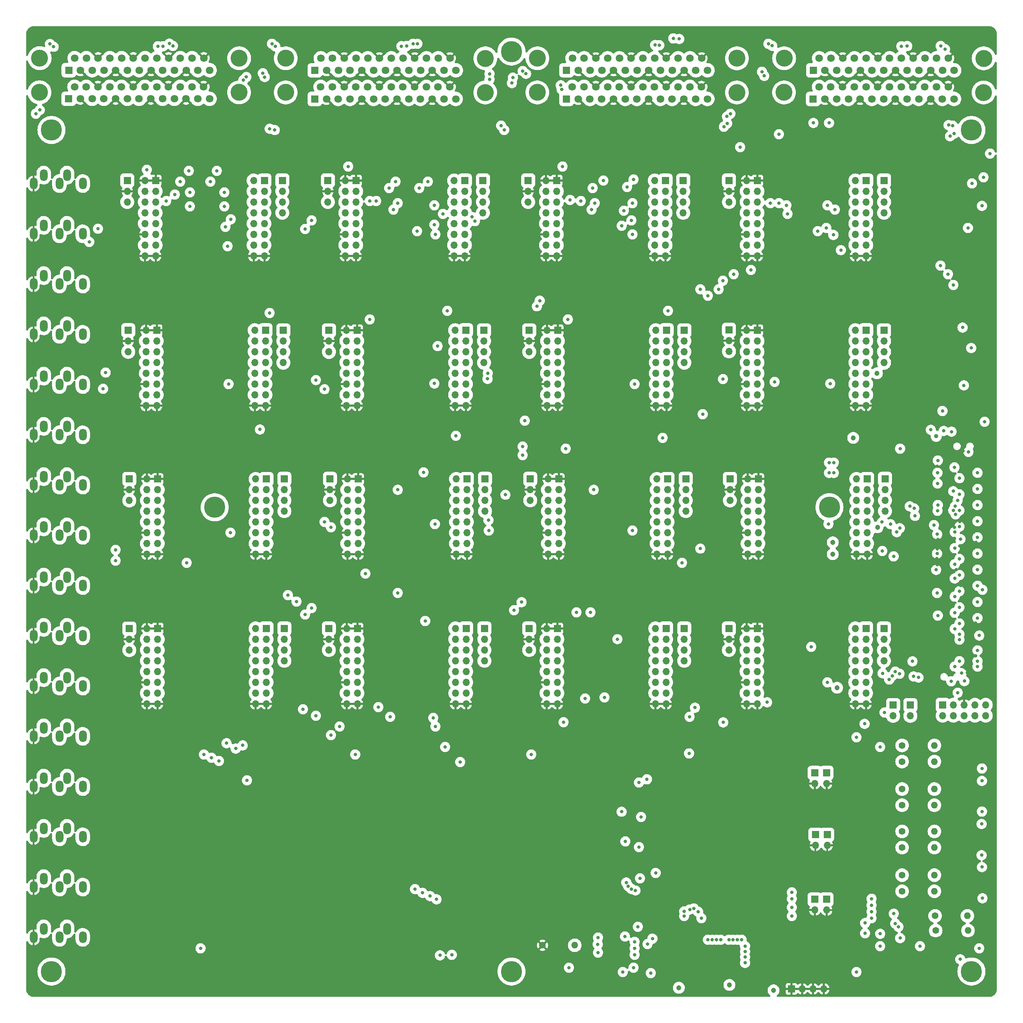
<source format=gbr>
G04 #@! TF.GenerationSoftware,KiCad,Pcbnew,7.0.0*
G04 #@! TF.CreationDate,2024-03-13T15:56:49+01:00*
G04 #@! TF.ProjectId,ADAU1787_rack,41444155-3137-4383-975f-7261636b2e6b,rev?*
G04 #@! TF.SameCoordinates,Original*
G04 #@! TF.FileFunction,Copper,L2,Inr*
G04 #@! TF.FilePolarity,Positive*
%FSLAX46Y46*%
G04 Gerber Fmt 4.6, Leading zero omitted, Abs format (unit mm)*
G04 Created by KiCad (PCBNEW 7.0.0) date 2024-03-13 15:56:49*
%MOMM*%
%LPD*%
G01*
G04 APERTURE LIST*
G04 #@! TA.AperFunction,ComponentPad*
%ADD10R,1.700000X1.700000*%
G04 #@! TD*
G04 #@! TA.AperFunction,ComponentPad*
%ADD11O,1.700000X1.700000*%
G04 #@! TD*
G04 #@! TA.AperFunction,ComponentPad*
%ADD12O,1.800000X2.800000*%
G04 #@! TD*
G04 #@! TA.AperFunction,ComponentPad*
%ADD13C,1.600000*%
G04 #@! TD*
G04 #@! TA.AperFunction,ComponentPad*
%ADD14O,1.600000X1.600000*%
G04 #@! TD*
G04 #@! TA.AperFunction,ComponentPad*
%ADD15C,5.000000*%
G04 #@! TD*
G04 #@! TA.AperFunction,ComponentPad*
%ADD16C,4.000000*%
G04 #@! TD*
G04 #@! TA.AperFunction,ComponentPad*
%ADD17R,1.800000X1.800000*%
G04 #@! TD*
G04 #@! TA.AperFunction,ComponentPad*
%ADD18C,1.800000*%
G04 #@! TD*
G04 #@! TA.AperFunction,ViaPad*
%ADD19C,0.800000*%
G04 #@! TD*
G04 #@! TA.AperFunction,ViaPad*
%ADD20C,1.000000*%
G04 #@! TD*
G04 #@! TA.AperFunction,ViaPad*
%ADD21C,1.200000*%
G04 #@! TD*
G04 APERTURE END LIST*
D10*
X56143499Y-180073999D03*
D11*
X53603499Y-180073999D03*
X56143499Y-182613999D03*
X53603499Y-182613999D03*
X56143499Y-185153999D03*
X53603499Y-185153999D03*
X56143499Y-187693999D03*
X53603499Y-187693999D03*
X56143499Y-190233999D03*
X53603499Y-190233999D03*
X56143499Y-192773999D03*
X53603499Y-192773999D03*
X56143499Y-195313999D03*
X53603499Y-195313999D03*
X56143499Y-197853999D03*
X53603499Y-197853999D03*
D10*
X81797499Y-180073999D03*
D11*
X79257499Y-180073999D03*
X81797499Y-182613999D03*
X79257499Y-182613999D03*
X81797499Y-185153999D03*
X79257499Y-185153999D03*
X81797499Y-187693999D03*
X79257499Y-187693999D03*
X81797499Y-190233999D03*
X79257499Y-190233999D03*
X81797499Y-192773999D03*
X79257499Y-192773999D03*
X81797499Y-195313999D03*
X79257499Y-195313999D03*
X81797499Y-197853999D03*
X79257499Y-197853999D03*
D12*
X34774219Y-96843964D03*
X32974219Y-98843964D03*
X26874219Y-98843964D03*
X29274219Y-96843964D03*
X38474219Y-98843964D03*
X34774219Y-84990631D03*
X32974219Y-86990631D03*
X26874219Y-86990631D03*
X29274219Y-84990631D03*
X38474219Y-86990631D03*
X34774219Y-215377294D03*
X32974219Y-217377294D03*
X26874219Y-217377294D03*
X29274219Y-215377294D03*
X38474219Y-217377294D03*
X34774219Y-239083960D03*
X32974219Y-241083960D03*
X26874219Y-241083960D03*
X29274219Y-239083960D03*
X38474219Y-241083960D03*
X34774219Y-250937298D03*
X32974219Y-252937298D03*
X26874219Y-252937298D03*
X29274219Y-250937298D03*
X38474219Y-252937298D03*
X34774219Y-73137298D03*
X32974219Y-75137298D03*
X26874219Y-75137298D03*
X29274219Y-73137298D03*
X38474219Y-75137298D03*
X34774219Y-227230627D03*
X32974219Y-229230627D03*
X26874219Y-229230627D03*
X29274219Y-227230627D03*
X38474219Y-229230627D03*
X34774219Y-191670628D03*
X32974219Y-193670628D03*
X26874219Y-193670628D03*
X29274219Y-191670628D03*
X38474219Y-193670628D03*
X34774219Y-179817295D03*
X32974219Y-181817295D03*
X26874219Y-181817295D03*
X29274219Y-179817295D03*
X38474219Y-181817295D03*
X34774219Y-120550630D03*
X32974219Y-122550630D03*
X26874219Y-122550630D03*
X29274219Y-120550630D03*
X38474219Y-122550630D03*
X34774219Y-167963962D03*
X32974219Y-169963962D03*
X26874219Y-169963962D03*
X29274219Y-167963962D03*
X38474219Y-169963962D03*
X34774219Y-156110629D03*
X32974219Y-158110629D03*
X26874219Y-158110629D03*
X29274219Y-156110629D03*
X38474219Y-158110629D03*
X34774219Y-144257296D03*
X32974219Y-146257296D03*
X26874219Y-146257296D03*
X29274219Y-144257296D03*
X38474219Y-146257296D03*
X34774219Y-203523961D03*
X32974219Y-205523961D03*
X26874219Y-205523961D03*
X29274219Y-203523961D03*
X38474219Y-205523961D03*
D10*
X103263045Y-180073999D03*
D11*
X100723045Y-180073999D03*
X103263045Y-182613999D03*
X100723045Y-182613999D03*
X103263045Y-185153999D03*
X100723045Y-185153999D03*
X103263045Y-187693999D03*
X100723045Y-187693999D03*
X103263045Y-190233999D03*
X100723045Y-190233999D03*
X103263045Y-192773999D03*
X100723045Y-192773999D03*
X103263045Y-195313999D03*
X100723045Y-195313999D03*
X103263045Y-197853999D03*
X100723045Y-197853999D03*
D10*
X128917045Y-180073999D03*
D11*
X126377045Y-180073999D03*
X128917045Y-182613999D03*
X126377045Y-182613999D03*
X128917045Y-185153999D03*
X126377045Y-185153999D03*
X128917045Y-187693999D03*
X126377045Y-187693999D03*
X128917045Y-190233999D03*
X126377045Y-190233999D03*
X128917045Y-192773999D03*
X126377045Y-192773999D03*
X128917045Y-195313999D03*
X126377045Y-195313999D03*
X128917045Y-197853999D03*
X126377045Y-197853999D03*
D10*
X103429712Y-144823499D03*
D11*
X100889712Y-144823499D03*
X103429712Y-147363499D03*
X100889712Y-147363499D03*
X103429712Y-149903499D03*
X100889712Y-149903499D03*
X103429712Y-152443499D03*
X100889712Y-152443499D03*
X103429712Y-154983499D03*
X100889712Y-154983499D03*
X103429712Y-157523499D03*
X100889712Y-157523499D03*
X103429712Y-160063499D03*
X100889712Y-160063499D03*
X103429712Y-162603499D03*
X100889712Y-162603499D03*
D10*
X129083712Y-144823499D03*
D11*
X126543712Y-144823499D03*
X129083712Y-147363499D03*
X126543712Y-147363499D03*
X129083712Y-149903499D03*
X126543712Y-149903499D03*
X129083712Y-152443499D03*
X126543712Y-152443499D03*
X129083712Y-154983499D03*
X126543712Y-154983499D03*
X129083712Y-157523499D03*
X126543712Y-157523499D03*
X129083712Y-160063499D03*
X126543712Y-160063499D03*
X129083712Y-162603499D03*
X126543712Y-162603499D03*
D10*
X150532285Y-109727999D03*
D11*
X147992285Y-109727999D03*
X150532285Y-112267999D03*
X147992285Y-112267999D03*
X150532285Y-114807999D03*
X147992285Y-114807999D03*
X150532285Y-117347999D03*
X147992285Y-117347999D03*
X150532285Y-119887999D03*
X147992285Y-119887999D03*
X150532285Y-122427999D03*
X147992285Y-122427999D03*
X150532285Y-124967999D03*
X147992285Y-124967999D03*
X150532285Y-127507999D03*
X147992285Y-127507999D03*
D10*
X176186285Y-109727999D03*
D11*
X173646285Y-109727999D03*
X176186285Y-112267999D03*
X173646285Y-112267999D03*
X176186285Y-114807999D03*
X173646285Y-114807999D03*
X176186285Y-117347999D03*
X173646285Y-117347999D03*
X176186285Y-119887999D03*
X173646285Y-119887999D03*
X176186285Y-122427999D03*
X173646285Y-122427999D03*
X176186285Y-124967999D03*
X173646285Y-124967999D03*
X176186285Y-127507999D03*
X173646285Y-127507999D03*
D10*
X55666359Y-74421999D03*
D11*
X53126359Y-74421999D03*
X55666359Y-76961999D03*
X53126359Y-76961999D03*
X55666359Y-79501999D03*
X53126359Y-79501999D03*
X55666359Y-82041999D03*
X53126359Y-82041999D03*
X55666359Y-84581999D03*
X53126359Y-84581999D03*
X55666359Y-87121999D03*
X53126359Y-87121999D03*
X55666359Y-89661999D03*
X53126359Y-89661999D03*
X55666359Y-92201999D03*
X53126359Y-92201999D03*
D10*
X81320359Y-74421999D03*
D11*
X78780359Y-74421999D03*
X81320359Y-76961999D03*
X78780359Y-76961999D03*
X81320359Y-79501999D03*
X78780359Y-79501999D03*
X81320359Y-82041999D03*
X78780359Y-82041999D03*
X81320359Y-84581999D03*
X78780359Y-84581999D03*
X81320359Y-87121999D03*
X78780359Y-87121999D03*
X81320359Y-89661999D03*
X78780359Y-89661999D03*
X81320359Y-92201999D03*
X78780359Y-92201999D03*
D10*
X197611999Y-74421999D03*
D11*
X195071999Y-74421999D03*
X197611999Y-76961999D03*
X195071999Y-76961999D03*
X197611999Y-79501999D03*
X195071999Y-79501999D03*
X197611999Y-82041999D03*
X195071999Y-82041999D03*
X197611999Y-84581999D03*
X195071999Y-84581999D03*
X197611999Y-87121999D03*
X195071999Y-87121999D03*
X197611999Y-89661999D03*
X195071999Y-89661999D03*
X197611999Y-92201999D03*
X195071999Y-92201999D03*
D10*
X223265999Y-74421999D03*
D11*
X220725999Y-74421999D03*
X223265999Y-76961999D03*
X220725999Y-76961999D03*
X223265999Y-79501999D03*
X220725999Y-79501999D03*
X223265999Y-82041999D03*
X220725999Y-82041999D03*
X223265999Y-84581999D03*
X220725999Y-84581999D03*
X223265999Y-87121999D03*
X220725999Y-87121999D03*
X223265999Y-89661999D03*
X220725999Y-89661999D03*
X223265999Y-92201999D03*
X220725999Y-92201999D03*
D10*
X102952572Y-74421999D03*
D11*
X100412572Y-74421999D03*
X102952572Y-76961999D03*
X100412572Y-76961999D03*
X102952572Y-79501999D03*
X100412572Y-79501999D03*
X102952572Y-82041999D03*
X100412572Y-82041999D03*
X102952572Y-84581999D03*
X100412572Y-84581999D03*
X102952572Y-87121999D03*
X100412572Y-87121999D03*
X102952572Y-89661999D03*
X100412572Y-89661999D03*
X102952572Y-92201999D03*
X100412572Y-92201999D03*
D10*
X128606572Y-74421999D03*
D11*
X126066572Y-74421999D03*
X128606572Y-76961999D03*
X126066572Y-76961999D03*
X128606572Y-79501999D03*
X126066572Y-79501999D03*
X128606572Y-82041999D03*
X126066572Y-82041999D03*
X128606572Y-84581999D03*
X126066572Y-84581999D03*
X128606572Y-87121999D03*
X126066572Y-87121999D03*
X128606572Y-89661999D03*
X126066572Y-89661999D03*
X128606572Y-92201999D03*
X126066572Y-92201999D03*
D10*
X150759425Y-144823499D03*
D11*
X148219425Y-144823499D03*
X150759425Y-147363499D03*
X148219425Y-147363499D03*
X150759425Y-149903499D03*
X148219425Y-149903499D03*
X150759425Y-152443499D03*
X148219425Y-152443499D03*
X150759425Y-154983499D03*
X148219425Y-154983499D03*
X150759425Y-157523499D03*
X148219425Y-157523499D03*
X150759425Y-160063499D03*
X148219425Y-160063499D03*
X150759425Y-162603499D03*
X148219425Y-162603499D03*
D10*
X176413425Y-144823499D03*
D11*
X173873425Y-144823499D03*
X176413425Y-147363499D03*
X173873425Y-147363499D03*
X176413425Y-149903499D03*
X173873425Y-149903499D03*
X176413425Y-152443499D03*
X173873425Y-152443499D03*
X176413425Y-154983499D03*
X173873425Y-154983499D03*
X176413425Y-157523499D03*
X173873425Y-157523499D03*
X176413425Y-160063499D03*
X173873425Y-160063499D03*
X176413425Y-162603499D03*
X173873425Y-162603499D03*
D10*
X150426091Y-180073999D03*
D11*
X147886091Y-180073999D03*
X150426091Y-182613999D03*
X147886091Y-182613999D03*
X150426091Y-185153999D03*
X147886091Y-185153999D03*
X150426091Y-187693999D03*
X147886091Y-187693999D03*
X150426091Y-190233999D03*
X147886091Y-190233999D03*
X150426091Y-192773999D03*
X147886091Y-192773999D03*
X150426091Y-195313999D03*
X147886091Y-195313999D03*
X150426091Y-197853999D03*
X147886091Y-197853999D03*
D10*
X176080091Y-180073999D03*
D11*
X173540091Y-180073999D03*
X176080091Y-182613999D03*
X173540091Y-182613999D03*
X176080091Y-185153999D03*
X173540091Y-185153999D03*
X176080091Y-187693999D03*
X173540091Y-187693999D03*
X176080091Y-190233999D03*
X173540091Y-190233999D03*
X176080091Y-192773999D03*
X173540091Y-192773999D03*
X176080091Y-195313999D03*
X173540091Y-195313999D03*
X176080091Y-197853999D03*
X173540091Y-197853999D03*
D10*
X197611999Y-109727999D03*
D11*
X195071999Y-109727999D03*
X197611999Y-112267999D03*
X195071999Y-112267999D03*
X197611999Y-114807999D03*
X195071999Y-114807999D03*
X197611999Y-117347999D03*
X195071999Y-117347999D03*
X197611999Y-119887999D03*
X195071999Y-119887999D03*
X197611999Y-122427999D03*
X195071999Y-122427999D03*
X197611999Y-124967999D03*
X195071999Y-124967999D03*
X197611999Y-127507999D03*
X195071999Y-127507999D03*
D10*
X223265999Y-109727999D03*
D11*
X220725999Y-109727999D03*
X223265999Y-112267999D03*
X220725999Y-112267999D03*
X223265999Y-114807999D03*
X220725999Y-114807999D03*
X223265999Y-117347999D03*
X220725999Y-117347999D03*
X223265999Y-119887999D03*
X220725999Y-119887999D03*
X223265999Y-122427999D03*
X220725999Y-122427999D03*
X223265999Y-124967999D03*
X220725999Y-124967999D03*
X223265999Y-127507999D03*
X220725999Y-127507999D03*
D10*
X150282285Y-74421999D03*
D11*
X147742285Y-74421999D03*
X150282285Y-76961999D03*
X147742285Y-76961999D03*
X150282285Y-79501999D03*
X147742285Y-79501999D03*
X150282285Y-82041999D03*
X147742285Y-82041999D03*
X150282285Y-84581999D03*
X147742285Y-84581999D03*
X150282285Y-87121999D03*
X147742285Y-87121999D03*
X150282285Y-89661999D03*
X147742285Y-89661999D03*
X150282285Y-92201999D03*
X147742285Y-92201999D03*
D10*
X175936285Y-74421999D03*
D11*
X173396285Y-74421999D03*
X175936285Y-76961999D03*
X173396285Y-76961999D03*
X175936285Y-79501999D03*
X173396285Y-79501999D03*
X175936285Y-82041999D03*
X173396285Y-82041999D03*
X175936285Y-84581999D03*
X173396285Y-84581999D03*
X175936285Y-87121999D03*
X173396285Y-87121999D03*
X175936285Y-89661999D03*
X173396285Y-89661999D03*
X175936285Y-92201999D03*
X173396285Y-92201999D03*
D10*
X197589139Y-180073999D03*
D11*
X195049139Y-180073999D03*
X197589139Y-182613999D03*
X195049139Y-182613999D03*
X197589139Y-185153999D03*
X195049139Y-185153999D03*
X197589139Y-187693999D03*
X195049139Y-187693999D03*
X197589139Y-190233999D03*
X195049139Y-190233999D03*
X197589139Y-192773999D03*
X195049139Y-192773999D03*
X197589139Y-195313999D03*
X195049139Y-195313999D03*
X197589139Y-197853999D03*
X195049139Y-197853999D03*
D10*
X223243139Y-180073999D03*
D11*
X220703139Y-180073999D03*
X223243139Y-182613999D03*
X220703139Y-182613999D03*
X223243139Y-185153999D03*
X220703139Y-185153999D03*
X223243139Y-187693999D03*
X220703139Y-187693999D03*
X223243139Y-190233999D03*
X220703139Y-190233999D03*
X223243139Y-192773999D03*
X220703139Y-192773999D03*
X223243139Y-195313999D03*
X220703139Y-195313999D03*
X223243139Y-197853999D03*
X220703139Y-197853999D03*
D10*
X55916359Y-109727999D03*
D11*
X53376359Y-109727999D03*
X55916359Y-112267999D03*
X53376359Y-112267999D03*
X55916359Y-114807999D03*
X53376359Y-114807999D03*
X55916359Y-117347999D03*
X53376359Y-117347999D03*
X55916359Y-119887999D03*
X53376359Y-119887999D03*
X55916359Y-122427999D03*
X53376359Y-122427999D03*
X55916359Y-124967999D03*
X53376359Y-124967999D03*
X55916359Y-127507999D03*
X53376359Y-127507999D03*
D10*
X81570359Y-109727999D03*
D11*
X79030359Y-109727999D03*
X81570359Y-112267999D03*
X79030359Y-112267999D03*
X81570359Y-114807999D03*
X79030359Y-114807999D03*
X81570359Y-117347999D03*
X79030359Y-117347999D03*
X81570359Y-119887999D03*
X79030359Y-119887999D03*
X81570359Y-122427999D03*
X79030359Y-122427999D03*
X81570359Y-124967999D03*
X79030359Y-124967999D03*
X81570359Y-127507999D03*
X79030359Y-127507999D03*
D10*
X103202572Y-109727999D03*
D11*
X100662572Y-109727999D03*
X103202572Y-112267999D03*
X100662572Y-112267999D03*
X103202572Y-114807999D03*
X100662572Y-114807999D03*
X103202572Y-117347999D03*
X100662572Y-117347999D03*
X103202572Y-119887999D03*
X100662572Y-119887999D03*
X103202572Y-122427999D03*
X100662572Y-122427999D03*
X103202572Y-124967999D03*
X100662572Y-124967999D03*
X103202572Y-127507999D03*
X100662572Y-127507999D03*
D10*
X128856572Y-109727999D03*
D11*
X126316572Y-109727999D03*
X128856572Y-112267999D03*
X126316572Y-112267999D03*
X128856572Y-114807999D03*
X126316572Y-114807999D03*
X128856572Y-117347999D03*
X126316572Y-117347999D03*
X128856572Y-119887999D03*
X126316572Y-119887999D03*
X128856572Y-122427999D03*
X126316572Y-122427999D03*
X128856572Y-124967999D03*
X126316572Y-124967999D03*
X128856572Y-127507999D03*
X126316572Y-127507999D03*
D10*
X56143499Y-144823499D03*
D11*
X53603499Y-144823499D03*
X56143499Y-147363499D03*
X53603499Y-147363499D03*
X56143499Y-149903499D03*
X53603499Y-149903499D03*
X56143499Y-152443499D03*
X53603499Y-152443499D03*
X56143499Y-154983499D03*
X53603499Y-154983499D03*
X56143499Y-157523499D03*
X53603499Y-157523499D03*
X56143499Y-160063499D03*
X53603499Y-160063499D03*
X56143499Y-162603499D03*
X53603499Y-162603499D03*
D10*
X81797499Y-144823499D03*
D11*
X79257499Y-144823499D03*
X81797499Y-147363499D03*
X79257499Y-147363499D03*
X81797499Y-149903499D03*
X79257499Y-149903499D03*
X81797499Y-152443499D03*
X79257499Y-152443499D03*
X81797499Y-154983499D03*
X79257499Y-154983499D03*
X81797499Y-157523499D03*
X79257499Y-157523499D03*
X81797499Y-160063499D03*
X79257499Y-160063499D03*
X81797499Y-162603499D03*
X79257499Y-162603499D03*
D13*
X231750000Y-211470000D03*
D14*
X239369999Y-211469999D03*
D13*
X231750000Y-221770000D03*
D14*
X239369999Y-221769999D03*
D13*
X231750000Y-231770000D03*
D14*
X239369999Y-231769999D03*
D13*
X231750000Y-207660000D03*
D14*
X239369999Y-207659999D03*
D13*
X231750000Y-217960000D03*
D14*
X239369999Y-217959999D03*
D13*
X231750000Y-227960000D03*
D14*
X239369999Y-227959999D03*
D13*
X231750000Y-238270000D03*
D14*
X239369999Y-238269999D03*
D13*
X231750000Y-242080000D03*
D14*
X239369999Y-242079999D03*
D13*
X239522000Y-247870000D03*
D14*
X247141999Y-247869999D03*
D13*
X239649000Y-251333000D03*
D14*
X247268999Y-251332999D03*
D12*
X34774219Y-108697297D03*
X32974219Y-110697297D03*
X26874219Y-110697297D03*
X29274219Y-108697297D03*
X38474219Y-110697297D03*
D10*
X197839139Y-144823499D03*
D11*
X195299139Y-144823499D03*
X197839139Y-147363499D03*
X195299139Y-147363499D03*
X197839139Y-149903499D03*
X195299139Y-149903499D03*
X197839139Y-152443499D03*
X195299139Y-152443499D03*
X197839139Y-154983499D03*
X195299139Y-154983499D03*
X197839139Y-157523499D03*
X195299139Y-157523499D03*
X197839139Y-160063499D03*
X195299139Y-160063499D03*
X197839139Y-162603499D03*
X195299139Y-162603499D03*
D10*
X223493139Y-144823499D03*
D11*
X220953139Y-144823499D03*
X223493139Y-147363499D03*
X220953139Y-147363499D03*
X223493139Y-149903499D03*
X220953139Y-149903499D03*
X223493139Y-152443499D03*
X220953139Y-152443499D03*
X223493139Y-154983499D03*
X220953139Y-154983499D03*
X223493139Y-157523499D03*
X220953139Y-157523499D03*
X223493139Y-160063499D03*
X220953139Y-160063499D03*
X223493139Y-162603499D03*
X220953139Y-162603499D03*
D12*
X34774219Y-132403963D03*
X32974219Y-134403963D03*
X26874219Y-134403963D03*
X29274219Y-132403963D03*
X38474219Y-134403963D03*
D10*
X213918799Y-214121999D03*
D11*
X213918799Y-216661999D03*
D10*
X229615999Y-198135999D03*
D11*
X229615999Y-200675999D03*
D10*
X241299999Y-198095999D03*
D11*
X241299999Y-200635999D03*
X243839999Y-198095999D03*
X243839999Y-200635999D03*
X246379999Y-198095999D03*
X246379999Y-200635999D03*
X248919999Y-198095999D03*
X248919999Y-200635999D03*
X251459999Y-198095999D03*
X251459999Y-200635999D03*
D15*
X139600000Y-44000000D03*
X69600000Y-151500000D03*
D16*
X203885800Y-53644800D03*
X203915800Y-45594800D03*
X250955800Y-53654800D03*
X250985800Y-45604800D03*
D17*
X210785799Y-48424799D03*
D18*
X213555800Y-48424800D03*
X216325800Y-48424800D03*
X219095800Y-48424800D03*
X221865800Y-48424800D03*
X224635800Y-48424800D03*
X227405800Y-48424800D03*
X230175800Y-48424800D03*
X232945800Y-48424800D03*
X235715800Y-48424800D03*
X238485800Y-48424800D03*
X241255800Y-48424800D03*
X244025800Y-48424800D03*
X212170800Y-45584800D03*
X214940800Y-45584800D03*
X217710800Y-45584800D03*
X220480800Y-45584800D03*
X223250800Y-45584800D03*
X226020800Y-45584800D03*
X228790800Y-45584800D03*
X231560800Y-45584800D03*
X234330800Y-45584800D03*
X237100800Y-45584800D03*
X239870800Y-45584800D03*
X242640800Y-45584800D03*
D17*
X210755799Y-55174799D03*
D18*
X213525800Y-55174800D03*
X216295800Y-55174800D03*
X219065800Y-55174800D03*
X221835800Y-55174800D03*
X224605800Y-55174800D03*
X227375800Y-55174800D03*
X230145800Y-55174800D03*
X232915800Y-55174800D03*
X235685800Y-55174800D03*
X238455800Y-55174800D03*
X241225800Y-55174800D03*
X243995800Y-55174800D03*
X212140800Y-52334800D03*
X214910800Y-52334800D03*
X217680800Y-52334800D03*
X220450800Y-52334800D03*
X223220800Y-52334800D03*
X225990800Y-52334800D03*
X228760800Y-52334800D03*
X231530800Y-52334800D03*
X234300800Y-52334800D03*
X237070800Y-52334800D03*
X239840800Y-52334800D03*
X242610800Y-52334800D03*
D10*
X213918799Y-243976573D03*
D11*
X213918799Y-246516573D03*
D10*
X211124799Y-243969999D03*
D11*
X211124799Y-246509999D03*
D16*
X28270200Y-53619400D03*
X28300200Y-45569400D03*
X75340200Y-53629400D03*
X75370200Y-45579400D03*
D17*
X35170199Y-48399399D03*
D18*
X37940200Y-48399400D03*
X40710200Y-48399400D03*
X43480200Y-48399400D03*
X46250200Y-48399400D03*
X49020200Y-48399400D03*
X51790200Y-48399400D03*
X54560200Y-48399400D03*
X57330200Y-48399400D03*
X60100200Y-48399400D03*
X62870200Y-48399400D03*
X65640200Y-48399400D03*
X68410200Y-48399400D03*
X36555200Y-45559400D03*
X39325200Y-45559400D03*
X42095200Y-45559400D03*
X44865200Y-45559400D03*
X47635200Y-45559400D03*
X50405200Y-45559400D03*
X53175200Y-45559400D03*
X55945200Y-45559400D03*
X58715200Y-45559400D03*
X61485200Y-45559400D03*
X64255200Y-45559400D03*
X67025200Y-45559400D03*
D17*
X35140199Y-55149399D03*
D18*
X37910200Y-55149400D03*
X40680200Y-55149400D03*
X43450200Y-55149400D03*
X46220200Y-55149400D03*
X48990200Y-55149400D03*
X51760200Y-55149400D03*
X54530200Y-55149400D03*
X57300200Y-55149400D03*
X60070200Y-55149400D03*
X62840200Y-55149400D03*
X65610200Y-55149400D03*
X68380200Y-55149400D03*
X36525200Y-52309400D03*
X39295200Y-52309400D03*
X42065200Y-52309400D03*
X44835200Y-52309400D03*
X47605200Y-52309400D03*
X50375200Y-52309400D03*
X53145200Y-52309400D03*
X55915200Y-52309400D03*
X58685200Y-52309400D03*
X61455200Y-52309400D03*
X64225200Y-52309400D03*
X66995200Y-52309400D03*
D16*
X86334600Y-53644800D03*
X86364600Y-45594800D03*
X133404600Y-53654800D03*
X133434600Y-45604800D03*
D17*
X93234599Y-48424799D03*
D18*
X96004600Y-48424800D03*
X98774600Y-48424800D03*
X101544600Y-48424800D03*
X104314600Y-48424800D03*
X107084600Y-48424800D03*
X109854600Y-48424800D03*
X112624600Y-48424800D03*
X115394600Y-48424800D03*
X118164600Y-48424800D03*
X120934600Y-48424800D03*
X123704600Y-48424800D03*
X126474600Y-48424800D03*
X94619600Y-45584800D03*
X97389600Y-45584800D03*
X100159600Y-45584800D03*
X102929600Y-45584800D03*
X105699600Y-45584800D03*
X108469600Y-45584800D03*
X111239600Y-45584800D03*
X114009600Y-45584800D03*
X116779600Y-45584800D03*
X119549600Y-45584800D03*
X122319600Y-45584800D03*
X125089600Y-45584800D03*
D17*
X93204599Y-55174799D03*
D18*
X95974600Y-55174800D03*
X98744600Y-55174800D03*
X101514600Y-55174800D03*
X104284600Y-55174800D03*
X107054600Y-55174800D03*
X109824600Y-55174800D03*
X112594600Y-55174800D03*
X115364600Y-55174800D03*
X118134600Y-55174800D03*
X120904600Y-55174800D03*
X123674600Y-55174800D03*
X126444600Y-55174800D03*
X94589600Y-52334800D03*
X97359600Y-52334800D03*
X100129600Y-52334800D03*
X102899600Y-52334800D03*
X105669600Y-52334800D03*
X108439600Y-52334800D03*
X111209600Y-52334800D03*
X113979600Y-52334800D03*
X116749600Y-52334800D03*
X119519600Y-52334800D03*
X122289600Y-52334800D03*
X125059600Y-52334800D03*
D10*
X205639656Y-265079843D03*
D11*
X208179656Y-265079843D03*
X210719656Y-265079843D03*
X213259656Y-265079843D03*
D15*
X31100000Y-62500000D03*
D10*
X233679999Y-198135999D03*
D11*
X233679999Y-200675999D03*
D15*
X31100000Y-261000000D03*
X248100000Y-261000000D03*
X248100000Y-62500000D03*
D10*
X214071199Y-228701599D03*
D11*
X214071199Y-231241599D03*
D15*
X139600000Y-261000000D03*
D16*
X145689800Y-53643000D03*
X145719800Y-45593000D03*
X192759800Y-53653000D03*
X192789800Y-45603000D03*
D17*
X152589799Y-48422999D03*
D18*
X155359800Y-48423000D03*
X158129800Y-48423000D03*
X160899800Y-48423000D03*
X163669800Y-48423000D03*
X166439800Y-48423000D03*
X169209800Y-48423000D03*
X171979800Y-48423000D03*
X174749800Y-48423000D03*
X177519800Y-48423000D03*
X180289800Y-48423000D03*
X183059800Y-48423000D03*
X185829800Y-48423000D03*
X153974800Y-45583000D03*
X156744800Y-45583000D03*
X159514800Y-45583000D03*
X162284800Y-45583000D03*
X165054800Y-45583000D03*
X167824800Y-45583000D03*
X170594800Y-45583000D03*
X173364800Y-45583000D03*
X176134800Y-45583000D03*
X178904800Y-45583000D03*
X181674800Y-45583000D03*
X184444800Y-45583000D03*
D17*
X152559799Y-55172999D03*
D18*
X155329800Y-55173000D03*
X158099800Y-55173000D03*
X160869800Y-55173000D03*
X163639800Y-55173000D03*
X166409800Y-55173000D03*
X169179800Y-55173000D03*
X171949800Y-55173000D03*
X174719800Y-55173000D03*
X177489800Y-55173000D03*
X180259800Y-55173000D03*
X183029800Y-55173000D03*
X185799800Y-55173000D03*
X153944800Y-52333000D03*
X156714800Y-52333000D03*
X159484800Y-52333000D03*
X162254800Y-52333000D03*
X165024800Y-52333000D03*
X167794800Y-52333000D03*
X170564800Y-52333000D03*
X173334800Y-52333000D03*
X176104800Y-52333000D03*
X178874800Y-52333000D03*
X181644800Y-52333000D03*
X184414800Y-52333000D03*
D10*
X211124799Y-214121999D03*
D11*
X211124799Y-216661999D03*
D15*
X214590000Y-151480000D03*
D10*
X211277199Y-228701599D03*
D11*
X211277199Y-231241599D03*
D13*
X146913600Y-254812800D03*
D14*
X154533599Y-254812799D03*
D10*
X49446499Y-180100999D03*
D11*
X49446499Y-182640999D03*
X49446499Y-185180999D03*
D10*
X85795359Y-109759999D03*
D11*
X85795359Y-112299999D03*
X85795359Y-114839999D03*
X85795359Y-117379999D03*
D10*
X132872859Y-74398499D03*
D11*
X132872859Y-76938499D03*
X132872859Y-79478499D03*
X132872859Y-82018499D03*
D10*
X133349999Y-144779999D03*
D11*
X133349999Y-147319999D03*
X133349999Y-149859999D03*
X133349999Y-152399999D03*
D10*
X190907859Y-109632999D03*
D11*
X190907859Y-112172999D03*
X190907859Y-114712999D03*
D10*
X227710999Y-144779999D03*
D11*
X227710999Y-147319999D03*
X227710999Y-149859999D03*
X227710999Y-152399999D03*
D10*
X85545359Y-74398499D03*
D11*
X85545359Y-76938499D03*
X85545359Y-79478499D03*
X85545359Y-82018499D03*
D10*
X96546859Y-109759999D03*
D11*
X96546859Y-112299999D03*
X96546859Y-114839999D03*
D10*
X191134999Y-144794999D03*
D11*
X191134999Y-147334999D03*
X191134999Y-149874999D03*
D10*
X227456999Y-180085999D03*
D11*
X227456999Y-182625999D03*
X227456999Y-185165999D03*
X227456999Y-187705999D03*
D10*
X96296859Y-74398499D03*
D11*
X96296859Y-76938499D03*
X96296859Y-79478499D03*
D10*
X190880999Y-180085999D03*
D11*
X190880999Y-182625999D03*
X190880999Y-185165999D03*
D10*
X180720999Y-144779999D03*
D11*
X180720999Y-147319999D03*
X180720999Y-149859999D03*
X180720999Y-152399999D03*
D10*
X133222999Y-180085999D03*
D11*
X133222999Y-182625999D03*
X133222999Y-185165999D03*
X133222999Y-187705999D03*
D10*
X49193959Y-109734599D03*
D11*
X49193959Y-112274599D03*
X49193959Y-114814599D03*
D10*
X49446499Y-144794999D03*
D11*
X49446499Y-147334999D03*
X49446499Y-149874999D03*
D10*
X143790859Y-109759999D03*
D11*
X143790859Y-112299999D03*
X143790859Y-114839999D03*
D10*
X144017999Y-144779999D03*
D11*
X144017999Y-147319999D03*
X144017999Y-149859999D03*
D10*
X143540859Y-74398499D03*
D11*
X143540859Y-76938499D03*
X143540859Y-79478499D03*
D10*
X180339999Y-180085999D03*
D11*
X180339999Y-182625999D03*
X180339999Y-185165999D03*
X180339999Y-187705999D03*
D10*
X96773999Y-144779999D03*
D11*
X96773999Y-147319999D03*
X96773999Y-149859999D03*
D10*
X86022499Y-180085999D03*
D11*
X86022499Y-182625999D03*
X86022499Y-185165999D03*
X86022499Y-187705999D03*
D10*
X190911859Y-74413499D03*
D11*
X190911859Y-76953499D03*
X190911859Y-79493499D03*
D10*
X180116859Y-74421999D03*
D11*
X180116859Y-76961999D03*
X180116859Y-79501999D03*
X180116859Y-82041999D03*
D10*
X96519999Y-180085999D03*
D11*
X96519999Y-182625999D03*
X96519999Y-185165999D03*
D10*
X133122859Y-109759999D03*
D11*
X133122859Y-112299999D03*
X133122859Y-114839999D03*
X133122859Y-117379999D03*
D10*
X48969359Y-74398499D03*
D11*
X48969359Y-76938499D03*
X48969359Y-79478499D03*
D10*
X143763999Y-180085999D03*
D11*
X143763999Y-182625999D03*
X143763999Y-185165999D03*
D10*
X227487859Y-74398499D03*
D11*
X227487859Y-76938499D03*
X227487859Y-79478499D03*
X227487859Y-82018499D03*
D10*
X227483859Y-109759999D03*
D11*
X227483859Y-112299999D03*
X227483859Y-114839999D03*
X227483859Y-117379999D03*
D10*
X86022499Y-144779999D03*
D11*
X86022499Y-147319999D03*
X86022499Y-149859999D03*
X86022499Y-152399999D03*
D10*
X180366859Y-109769999D03*
D11*
X180366859Y-112309999D03*
X180366859Y-114849999D03*
X180366859Y-117389999D03*
D19*
X202692000Y-63500000D03*
X179832000Y-252958600D03*
X239598200Y-149428200D03*
X182524400Y-251002800D03*
X240030000Y-141859000D03*
X159766000Y-201168000D03*
X178748266Y-252958600D03*
X115570000Y-200152000D03*
X180568600Y-253695200D03*
X249174000Y-164465000D03*
X245491000Y-169926000D03*
X239776000Y-182753000D03*
X176580800Y-251968000D03*
X173228000Y-259080000D03*
X245618000Y-173228000D03*
X170434000Y-229001573D03*
X184240000Y-214760000D03*
X245350177Y-154859821D03*
X177664533Y-251968000D03*
X194650000Y-214300000D03*
X170053000Y-236347000D03*
X244602000Y-185928000D03*
X239903000Y-175260000D03*
X177664533Y-252958600D03*
X249047000Y-186563000D03*
X249174000Y-175895000D03*
X246126000Y-138176000D03*
X105380000Y-214850000D03*
X179832000Y-251968000D03*
X249174000Y-172085000D03*
X170053000Y-221869000D03*
X178748266Y-251968000D03*
X239903000Y-185928000D03*
X55593616Y-258572000D03*
X160100000Y-213150000D03*
X249047000Y-178816000D03*
X244094000Y-158877000D03*
X146320000Y-215110000D03*
X229870000Y-260096000D03*
X195580000Y-201676000D03*
X249047000Y-156591000D03*
X113792000Y-208280000D03*
X249174000Y-152781000D03*
X240334800Y-147675600D03*
X176580800Y-252958600D03*
X171196000Y-252730000D03*
X247142000Y-190500000D03*
X232593500Y-246253000D03*
X46957616Y-258572000D03*
X239997556Y-154145556D03*
X193548000Y-208280000D03*
X249047000Y-145288000D03*
X248793000Y-141732000D03*
X182549800Y-253695200D03*
X240030000Y-179578000D03*
X244094000Y-156210000D03*
X240157000Y-159131000D03*
X249047000Y-183388000D03*
X249174000Y-168148000D03*
X180543200Y-251002800D03*
X239903000Y-163576000D03*
X176072800Y-251002800D03*
X249174000Y-149098000D03*
X245364000Y-160655000D03*
X240030000Y-161290000D03*
X155956000Y-208280000D03*
X231937500Y-255010286D03*
X114790000Y-213710000D03*
X240030000Y-189230000D03*
X240014260Y-165014500D03*
X240030000Y-168910000D03*
X249174000Y-180174500D03*
X244475000Y-166243000D03*
X249123200Y-159816800D03*
X250571000Y-80391000D03*
X249936000Y-181737000D03*
X193548000Y-66548000D03*
X214122000Y-80264000D03*
X204470000Y-80264000D03*
X204724000Y-82296000D03*
X215900000Y-81280000D03*
X172847000Y-253238000D03*
X223012000Y-251968000D03*
X244144800Y-180166736D03*
X210312000Y-184404000D03*
X181610000Y-200914000D03*
X171704000Y-254508000D03*
X226568000Y-252095000D03*
X249529600Y-185251952D03*
X226568000Y-208026000D03*
X245262400Y-187790648D03*
X227584000Y-199898000D03*
X239979200Y-162403688D03*
X247269000Y-85598000D03*
X196088000Y-95504000D03*
X245262400Y-178905212D03*
X248031000Y-113919000D03*
X192024000Y-96520000D03*
X231557000Y-42761500D03*
X210820000Y-60833000D03*
X214503000Y-60833000D03*
X232942000Y-42698000D03*
X241858000Y-43434000D03*
X240836286Y-42697500D03*
X246316500Y-122745500D03*
X245262400Y-163673036D03*
X249529600Y-158595644D03*
X243686038Y-61488006D03*
X242697353Y-61341353D03*
X200202000Y-42164000D03*
X201102175Y-42636500D03*
X188468000Y-100076000D03*
X249529600Y-177635864D03*
X251206000Y-131318000D03*
X189484000Y-121251000D03*
X201676000Y-121920000D03*
X189484000Y-98044000D03*
X185928000Y-101600000D03*
X244144800Y-176358692D03*
X184150000Y-100076000D03*
X199224500Y-49745500D03*
X200660000Y-79756000D03*
X211836000Y-86360000D03*
X213868000Y-85598000D03*
X202692000Y-79756000D03*
X198678000Y-48768000D03*
X243048313Y-63972500D03*
X243967000Y-63373000D03*
X249529600Y-162403688D03*
X250698000Y-170942000D03*
X176530000Y-105156000D03*
X245491000Y-159004000D03*
X243840000Y-99060000D03*
X166116000Y-81534000D03*
X158496000Y-81280000D03*
X168148000Y-79756000D03*
X159258000Y-79756000D03*
X146253200Y-102768400D03*
X240157000Y-177038000D03*
X248221500Y-75120500D03*
X151638000Y-71120000D03*
X145592800Y-104089200D03*
X142748000Y-131064000D03*
X245999000Y-109093000D03*
X249529600Y-173827820D03*
X152908000Y-107188000D03*
X152400000Y-137668000D03*
X173470003Y-42452660D03*
X174468000Y-42507500D03*
X177770000Y-40894000D03*
X179167000Y-41021000D03*
X244144800Y-161126516D03*
X175260000Y-135128000D03*
X238506000Y-133223000D03*
X249529600Y-154787600D03*
X191232000Y-58674000D03*
X190424285Y-59299540D03*
X142261803Y-48600004D03*
X168402000Y-74168000D03*
X161290000Y-74422000D03*
X166878000Y-75946000D03*
X158750000Y-76200000D03*
X143029116Y-49240500D03*
X142240000Y-137160000D03*
X158242000Y-176276000D03*
X245262400Y-175097168D03*
X159004000Y-147363500D03*
X142240000Y-139192000D03*
X141986000Y-173869067D03*
X244144800Y-172550648D03*
X154940000Y-176276000D03*
X140208000Y-175768000D03*
X139924000Y-50150198D03*
X153416000Y-78994000D03*
X165608000Y-85090000D03*
X167894000Y-83820000D03*
X155956000Y-79248000D03*
X139700000Y-51435000D03*
X151227000Y-51943000D03*
X189708000Y-61722000D03*
X151423018Y-52923093D03*
X190470000Y-60960000D03*
X245262400Y-156056948D03*
X179832000Y-164592000D03*
X240792000Y-94488000D03*
X124460000Y-105156000D03*
X244144800Y-157318472D03*
X130962400Y-84023200D03*
X130251200Y-83007200D03*
X123444000Y-82296000D03*
X111760000Y-81280000D03*
X112776000Y-79756000D03*
X121412000Y-80264000D03*
X86868000Y-172212000D03*
X90932000Y-85852000D03*
X239979200Y-171704000D03*
X250952000Y-73660000D03*
X101092000Y-71120000D03*
X92456000Y-83820000D03*
X88900000Y-173736000D03*
X126492000Y-134620000D03*
X240030000Y-157861000D03*
X231267000Y-137668000D03*
X229743000Y-163068000D03*
X133959600Y-121208800D03*
X116378000Y-42164000D03*
X134010400Y-119888000D03*
X117394000Y-42164000D03*
X114854000Y-42672000D03*
X113651789Y-42734070D03*
X95504000Y-123647200D03*
X92456000Y-175260000D03*
X249529600Y-170019776D03*
X106172000Y-107188000D03*
X93472000Y-121488200D03*
X90932000Y-176784000D03*
X249529600Y-150979556D03*
X134412000Y-49276000D03*
X134239000Y-156972000D03*
X134412000Y-50546000D03*
X134162800Y-154533600D03*
X83104000Y-42164000D03*
X119888000Y-74676000D03*
X112268000Y-74676000D03*
X110744000Y-76200000D03*
X117856000Y-76200000D03*
X83894101Y-42776165D03*
X97028000Y-156210000D03*
X93472000Y-200660000D03*
X112776000Y-147363500D03*
X245262400Y-171289124D03*
X112776000Y-171704000D03*
X95504000Y-154940000D03*
X90424000Y-199136000D03*
X97028000Y-205232000D03*
X105156000Y-167132000D03*
X244144800Y-168275000D03*
X99060000Y-203200000D03*
X81394662Y-50016215D03*
X117348000Y-86360000D03*
X106172000Y-79248000D03*
X107696000Y-79248000D03*
X121412000Y-84836000D03*
X80952140Y-49120012D03*
X137160000Y-61468000D03*
X137871200Y-62484000D03*
X233553000Y-151257000D03*
X245262400Y-152248904D03*
X234188000Y-187833000D03*
X82550000Y-105664000D03*
X249529600Y-147171512D03*
X242570000Y-96520000D03*
X71882000Y-80518000D03*
X63754000Y-80518000D03*
X71882000Y-77216000D03*
X63754000Y-77216000D03*
X40015100Y-88900000D03*
X53594000Y-71882000D03*
X239776000Y-166243000D03*
X252476000Y-68072000D03*
X42062400Y-85801200D03*
X43865800Y-119710200D03*
X249529600Y-166211732D03*
X43281600Y-123545600D03*
X56187000Y-42761500D03*
X57409400Y-42761500D03*
X59743000Y-42672000D03*
X58904186Y-42128500D03*
X245262400Y-148440860D03*
X80264000Y-133146800D03*
X241554000Y-133477000D03*
X46228000Y-161544000D03*
X245262400Y-167481080D03*
X46228000Y-164084000D03*
X31605699Y-42871760D03*
X68580000Y-74676000D03*
X61468000Y-74676000D03*
X70104000Y-72136000D03*
X63500000Y-72136000D03*
X30734000Y-42204403D03*
X76368223Y-50712805D03*
X77059834Y-49986305D03*
X243401214Y-133661786D03*
X249529600Y-143363468D03*
X227012500Y-154977500D03*
X245262400Y-144632816D03*
X227126800Y-190652400D03*
X83766000Y-62519500D03*
X82571940Y-62211500D03*
X27414505Y-58668639D03*
X60198000Y-77724000D03*
X73406000Y-83566000D03*
X58166000Y-79248000D03*
X72136000Y-85344000D03*
X28321000Y-57785000D03*
X244144800Y-164934560D03*
X62992000Y-164592000D03*
X226568000Y-255016000D03*
X247396000Y-138430000D03*
X189546768Y-202228998D03*
X223012000Y-249555000D03*
X110998000Y-200914000D03*
X66261616Y-255524000D03*
X151892000Y-202184000D03*
X245450000Y-258105000D03*
D20*
X239776000Y-134747000D03*
D19*
X240080800Y-143357600D03*
D21*
X220218000Y-135128000D03*
D19*
X240091832Y-145885000D03*
X165862000Y-261112000D03*
X168402000Y-260096000D03*
X122723000Y-257180500D03*
X180340000Y-246817500D03*
X125517000Y-257053500D03*
X180335500Y-247904000D03*
X234780286Y-153536634D03*
X240089913Y-152314500D03*
X235585000Y-191643000D03*
X240157500Y-150965000D03*
X234564036Y-151760036D03*
X234442000Y-191389000D03*
X245745000Y-190627000D03*
X244144800Y-189052200D03*
X244856000Y-195234500D03*
X244348000Y-153162000D03*
X231196000Y-156418657D03*
X228708590Y-192113500D03*
X243802000Y-152235000D03*
X230469500Y-157353000D03*
X231140000Y-190754000D03*
X227076000Y-161798000D03*
X244221000Y-151257000D03*
X239251500Y-155702000D03*
X229412800Y-191262000D03*
X243802382Y-147703816D03*
X230124000Y-190246000D03*
X229016500Y-155483500D03*
X245262400Y-182713256D03*
X243332000Y-192532000D03*
X246415500Y-192498286D03*
X245262400Y-181443908D03*
X249529600Y-189060024D03*
X249529600Y-187790648D03*
X153162000Y-260096000D03*
D21*
X179072055Y-264820400D03*
D19*
X169926000Y-239014000D03*
D21*
X225806000Y-119888000D03*
X216408000Y-194056000D03*
X215392000Y-162560000D03*
D19*
X244856000Y-149860000D03*
X241249200Y-128778000D03*
X240157000Y-140462000D03*
X244094000Y-142087600D03*
X170180000Y-224536000D03*
D21*
X191008000Y-264160000D03*
X215392000Y-159766000D03*
D19*
X169418000Y-250444000D03*
D21*
X201422000Y-265430000D03*
D19*
X169672000Y-231648000D03*
D21*
X225933000Y-156210000D03*
D19*
X166370000Y-252730000D03*
X220980000Y-205740000D03*
X168656000Y-254000000D03*
X165572427Y-223301573D03*
X160020000Y-252984000D03*
X159956500Y-254571500D03*
X168650286Y-255529714D03*
X166459500Y-230301573D03*
X173609000Y-237744000D03*
X160020000Y-256540000D03*
X168656000Y-257048000D03*
X172466000Y-261366000D03*
X222885000Y-202565000D03*
X169672000Y-216408000D03*
X171551600Y-215646000D03*
X127508000Y-211582000D03*
X123952000Y-208026000D03*
X74549000Y-208407000D03*
X76200000Y-207645000D03*
X205740000Y-247904000D03*
X215646000Y-143383000D03*
X215646000Y-140970000D03*
X215519000Y-87249000D03*
X194691000Y-258953000D03*
X214503000Y-140970000D03*
X214503000Y-143383000D03*
X194691000Y-257556000D03*
X214792000Y-122336000D03*
X205740000Y-245872000D03*
X214376000Y-155448000D03*
X194691000Y-256286000D03*
X205740000Y-243840000D03*
X205740000Y-242316000D03*
X194691000Y-255016000D03*
X214122000Y-192786000D03*
X166668673Y-240006145D03*
X168148000Y-87122000D03*
X193879509Y-253492000D03*
X192880006Y-253492000D03*
X167147478Y-240883500D03*
X168656000Y-122428000D03*
X168148000Y-156972000D03*
X167904458Y-241536176D03*
X191880503Y-253492000D03*
X168843510Y-241878500D03*
X190881000Y-253492000D03*
X121666000Y-87122000D03*
X188926509Y-253492000D03*
X116840000Y-241554000D03*
X187927006Y-253492000D03*
X118618000Y-242443000D03*
X121412000Y-122301000D03*
X120396000Y-243205000D03*
X186927503Y-253492000D03*
X121539000Y-155448000D03*
X121920000Y-243967000D03*
X185928000Y-253492000D03*
X72644000Y-89916000D03*
X184404000Y-248412000D03*
X67056000Y-209804000D03*
X68834000Y-210566000D03*
X183636286Y-246893714D03*
X72862500Y-122428000D03*
X182626000Y-246109500D03*
X70612000Y-211328000D03*
X73316500Y-157480000D03*
X77216000Y-215900000D03*
X181654988Y-246363500D03*
X235966000Y-255016000D03*
X231267000Y-253111000D03*
X249936000Y-255524000D03*
X220980000Y-261112000D03*
X224536000Y-243840000D03*
X250571000Y-213106000D03*
X224526760Y-245373240D03*
X250565286Y-216032714D03*
X224530286Y-246893714D03*
X250571000Y-223266000D03*
X250479500Y-226187000D03*
X224524572Y-248412000D03*
X250479500Y-233553000D03*
X229778500Y-247345200D03*
X250571000Y-236347000D03*
X230124000Y-249682000D03*
X250698000Y-243713000D03*
X230880287Y-250449713D03*
X121666000Y-203200000D03*
X161544000Y-196342000D03*
X217297000Y-90839000D03*
X199898000Y-197485000D03*
X72390000Y-207137000D03*
X121158000Y-201168000D03*
X122174000Y-113477000D03*
X182880000Y-198755000D03*
X184693500Y-129540000D03*
X102743000Y-209804000D03*
X118872000Y-143256000D03*
X144272000Y-209804000D03*
X138176000Y-148540500D03*
X184150000Y-161240500D03*
X181483000Y-209550000D03*
X108204000Y-198628000D03*
X119253000Y-178308000D03*
X164592000Y-182614000D03*
X156972000Y-196596000D03*
G04 #@! TA.AperFunction,Conductor*
G36*
X252208131Y-38001033D02*
G01*
X252229410Y-38002427D01*
X252431663Y-38015683D01*
X252463933Y-38019932D01*
X252675621Y-38062040D01*
X252707074Y-38070468D01*
X252911458Y-38139848D01*
X252941546Y-38152310D01*
X253135126Y-38247773D01*
X253163308Y-38264044D01*
X253342778Y-38383961D01*
X253368614Y-38403787D01*
X253530879Y-38546091D01*
X253553908Y-38569120D01*
X253696212Y-38731385D01*
X253716041Y-38757226D01*
X253835949Y-38936681D01*
X253852229Y-38964878D01*
X253916779Y-39095773D01*
X253947688Y-39158451D01*
X253960151Y-39188541D01*
X254029531Y-39392925D01*
X254037961Y-39424386D01*
X254080065Y-39636053D01*
X254084317Y-39668346D01*
X254098967Y-39891868D01*
X254099500Y-39908153D01*
X254099500Y-44546713D01*
X254080744Y-44641523D01*
X254027300Y-44722049D01*
X253947220Y-44776160D01*
X253852570Y-44795704D01*
X253757607Y-44777737D01*
X253676639Y-44724964D01*
X253621864Y-44645337D01*
X253536483Y-44447404D01*
X253492659Y-44345808D01*
X253329549Y-44063292D01*
X253161080Y-43837000D01*
X253139070Y-43807435D01*
X253139069Y-43807433D01*
X253134743Y-43801623D01*
X252910877Y-43564338D01*
X252878433Y-43537114D01*
X252666525Y-43359302D01*
X252666521Y-43359299D01*
X252660977Y-43354647D01*
X252654926Y-43350667D01*
X252394481Y-43179370D01*
X252394476Y-43179367D01*
X252388423Y-43175386D01*
X252372860Y-43167570D01*
X252103386Y-43032234D01*
X252103373Y-43032228D01*
X252096901Y-43028978D01*
X251973314Y-42983996D01*
X251797167Y-42919883D01*
X251797155Y-42919879D01*
X251790354Y-42917404D01*
X251783302Y-42915732D01*
X251783300Y-42915732D01*
X251479974Y-42843842D01*
X251479967Y-42843840D01*
X251472926Y-42842172D01*
X251465745Y-42841332D01*
X251465730Y-42841330D01*
X251156119Y-42805142D01*
X251156110Y-42805141D01*
X251148911Y-42804300D01*
X250822689Y-42804300D01*
X250815490Y-42805141D01*
X250815480Y-42805142D01*
X250505869Y-42841330D01*
X250505851Y-42841333D01*
X250498674Y-42842172D01*
X250491635Y-42843840D01*
X250491625Y-42843842D01*
X250188299Y-42915732D01*
X250188292Y-42915733D01*
X250181246Y-42917404D01*
X250174448Y-42919877D01*
X250174432Y-42919883D01*
X249881518Y-43026496D01*
X249874699Y-43028978D01*
X249868232Y-43032225D01*
X249868213Y-43032234D01*
X249589661Y-43172129D01*
X249589652Y-43172133D01*
X249583177Y-43175386D01*
X249577131Y-43179362D01*
X249577118Y-43179370D01*
X249316673Y-43350667D01*
X249316663Y-43350674D01*
X249310623Y-43354647D01*
X249305086Y-43359292D01*
X249305074Y-43359302D01*
X249066272Y-43559681D01*
X249066263Y-43559688D01*
X249060723Y-43564338D01*
X249055759Y-43569598D01*
X249055751Y-43569607D01*
X248841829Y-43796352D01*
X248841821Y-43796360D01*
X248836857Y-43801623D01*
X248832538Y-43807423D01*
X248832529Y-43807435D01*
X248646375Y-44057483D01*
X248646370Y-44057490D01*
X248642051Y-44063292D01*
X248638438Y-44069549D01*
X248638434Y-44069556D01*
X248484714Y-44335808D01*
X248478941Y-44345808D01*
X248476078Y-44352444D01*
X248476073Y-44352455D01*
X248352598Y-44638702D01*
X248349731Y-44645349D01*
X248347656Y-44652278D01*
X248347653Y-44652288D01*
X248258247Y-44950925D01*
X248258243Y-44950940D01*
X248256170Y-44957866D01*
X248254914Y-44964987D01*
X248254912Y-44964997D01*
X248200779Y-45271996D01*
X248200776Y-45272014D01*
X248199522Y-45279131D01*
X248199101Y-45286343D01*
X248199100Y-45286360D01*
X248183928Y-45546872D01*
X248180554Y-45604800D01*
X248180975Y-45612028D01*
X248199100Y-45923239D01*
X248199101Y-45923254D01*
X248199522Y-45930469D01*
X248200777Y-45937587D01*
X248200779Y-45937603D01*
X248254595Y-46242802D01*
X248256170Y-46251734D01*
X248258244Y-46258662D01*
X248258247Y-46258674D01*
X248345481Y-46550055D01*
X248349731Y-46564251D01*
X248365066Y-46599801D01*
X248471759Y-46847144D01*
X248478941Y-46863792D01*
X248642051Y-47146308D01*
X248646375Y-47152116D01*
X248831995Y-47401447D01*
X248836857Y-47407977D01*
X248841829Y-47413247D01*
X249051288Y-47635262D01*
X249060723Y-47645262D01*
X249119776Y-47694813D01*
X249293156Y-47840297D01*
X249310623Y-47854953D01*
X249583177Y-48034214D01*
X249672809Y-48079229D01*
X249868213Y-48177365D01*
X249868218Y-48177367D01*
X249874699Y-48180622D01*
X250181246Y-48292196D01*
X250498674Y-48367428D01*
X250822689Y-48405300D01*
X251141657Y-48405300D01*
X251148911Y-48405300D01*
X251472926Y-48367428D01*
X251790354Y-48292196D01*
X252096901Y-48180622D01*
X252388423Y-48034214D01*
X252660977Y-47854953D01*
X252910877Y-47645262D01*
X253134743Y-47407977D01*
X253329549Y-47146308D01*
X253492659Y-46863792D01*
X253609118Y-46593811D01*
X253621864Y-46564263D01*
X253676639Y-46484636D01*
X253757607Y-46431863D01*
X253852570Y-46413896D01*
X253947220Y-46433440D01*
X254027300Y-46487551D01*
X254080744Y-46568077D01*
X254099500Y-46662887D01*
X254099500Y-52691047D01*
X254083858Y-52777909D01*
X254038897Y-52853858D01*
X253970266Y-52909352D01*
X253886588Y-52937418D01*
X253798376Y-52934530D01*
X253716712Y-52901051D01*
X253651858Y-52841188D01*
X253611961Y-52762461D01*
X253593946Y-52702288D01*
X253591869Y-52695349D01*
X253462659Y-52395808D01*
X253299549Y-52113292D01*
X253104743Y-51851623D01*
X252880877Y-51614338D01*
X252848107Y-51586841D01*
X252636525Y-51409302D01*
X252636521Y-51409299D01*
X252630977Y-51404647D01*
X252624926Y-51400667D01*
X252364481Y-51229370D01*
X252364476Y-51229367D01*
X252358423Y-51225386D01*
X252341158Y-51216715D01*
X252073386Y-51082234D01*
X252073373Y-51082228D01*
X252066901Y-51078978D01*
X251962821Y-51041096D01*
X251767167Y-50969883D01*
X251767155Y-50969879D01*
X251760354Y-50967404D01*
X251753302Y-50965732D01*
X251753300Y-50965732D01*
X251449974Y-50893842D01*
X251449967Y-50893840D01*
X251442926Y-50892172D01*
X251435745Y-50891332D01*
X251435730Y-50891330D01*
X251126119Y-50855142D01*
X251126110Y-50855141D01*
X251118911Y-50854300D01*
X250792689Y-50854300D01*
X250785490Y-50855141D01*
X250785480Y-50855142D01*
X250475869Y-50891330D01*
X250475851Y-50891333D01*
X250468674Y-50892172D01*
X250461635Y-50893840D01*
X250461625Y-50893842D01*
X250158299Y-50965732D01*
X250158292Y-50965733D01*
X250151246Y-50967404D01*
X250144448Y-50969877D01*
X250144432Y-50969883D01*
X249851518Y-51076496D01*
X249844699Y-51078978D01*
X249838232Y-51082225D01*
X249838213Y-51082234D01*
X249559661Y-51222129D01*
X249559652Y-51222133D01*
X249553177Y-51225386D01*
X249547131Y-51229362D01*
X249547118Y-51229370D01*
X249286673Y-51400667D01*
X249286663Y-51400674D01*
X249280623Y-51404647D01*
X249275086Y-51409292D01*
X249275074Y-51409302D01*
X249036272Y-51609681D01*
X249036263Y-51609688D01*
X249030723Y-51614338D01*
X249025759Y-51619598D01*
X249025751Y-51619607D01*
X248811829Y-51846352D01*
X248811821Y-51846360D01*
X248806857Y-51851623D01*
X248802538Y-51857423D01*
X248802529Y-51857435D01*
X248616375Y-52107483D01*
X248616370Y-52107490D01*
X248612051Y-52113292D01*
X248608438Y-52119549D01*
X248608434Y-52119556D01*
X248452559Y-52389541D01*
X248448941Y-52395808D01*
X248446078Y-52402444D01*
X248446073Y-52402455D01*
X248322598Y-52688702D01*
X248319731Y-52695349D01*
X248317656Y-52702278D01*
X248317653Y-52702288D01*
X248228247Y-53000925D01*
X248228243Y-53000940D01*
X248226170Y-53007866D01*
X248224914Y-53014987D01*
X248224912Y-53014997D01*
X248170779Y-53321996D01*
X248170776Y-53322014D01*
X248169522Y-53329131D01*
X248169101Y-53336343D01*
X248169100Y-53336360D01*
X248156118Y-53559265D01*
X248150554Y-53654800D01*
X248150975Y-53662028D01*
X248169100Y-53973239D01*
X248169101Y-53973254D01*
X248169522Y-53980469D01*
X248170777Y-53987587D01*
X248170779Y-53987603D01*
X248224595Y-54292802D01*
X248226170Y-54301734D01*
X248228244Y-54308662D01*
X248228247Y-54308674D01*
X248316198Y-54602451D01*
X248319731Y-54614251D01*
X248344712Y-54672163D01*
X248442554Y-54898987D01*
X248448941Y-54913792D01*
X248612051Y-55196308D01*
X248616375Y-55202116D01*
X248801995Y-55451447D01*
X248806857Y-55457977D01*
X248811829Y-55463247D01*
X249022089Y-55686111D01*
X249030723Y-55695262D01*
X249036272Y-55699918D01*
X249271571Y-55897358D01*
X249280623Y-55904953D01*
X249424398Y-55999515D01*
X249487652Y-56041118D01*
X249553177Y-56084214D01*
X249666036Y-56140894D01*
X249838213Y-56227365D01*
X249838218Y-56227367D01*
X249844699Y-56230622D01*
X250151246Y-56342196D01*
X250468674Y-56417428D01*
X250792689Y-56455300D01*
X251111657Y-56455300D01*
X251118911Y-56455300D01*
X251442926Y-56417428D01*
X251760354Y-56342196D01*
X252066901Y-56230622D01*
X252358423Y-56084214D01*
X252630977Y-55904953D01*
X252880877Y-55695262D01*
X253104743Y-55457977D01*
X253299549Y-55196308D01*
X253462659Y-54913792D01*
X253591869Y-54614251D01*
X253611960Y-54547139D01*
X253651858Y-54468412D01*
X253716712Y-54408549D01*
X253798376Y-54375070D01*
X253886588Y-54372182D01*
X253970266Y-54400248D01*
X254038897Y-54455742D01*
X254083858Y-54531691D01*
X254099500Y-54618553D01*
X254099500Y-67606204D01*
X254083709Y-67693466D01*
X254038339Y-67769659D01*
X253969144Y-67825121D01*
X253884901Y-67852816D01*
X253796294Y-67849232D01*
X253714563Y-67814824D01*
X253650074Y-67753955D01*
X253611005Y-67674346D01*
X253600229Y-67636472D01*
X253501058Y-67437311D01*
X253366981Y-67259764D01*
X253358468Y-67252003D01*
X253211076Y-67117637D01*
X253211072Y-67117634D01*
X253202562Y-67109876D01*
X253186178Y-67099731D01*
X253023189Y-66998813D01*
X253023185Y-66998811D01*
X253013401Y-66992753D01*
X252989589Y-66983528D01*
X252816667Y-66916537D01*
X252816660Y-66916535D01*
X252805940Y-66912382D01*
X252794629Y-66910267D01*
X252794627Y-66910267D01*
X252598564Y-66873616D01*
X252598560Y-66873615D01*
X252587243Y-66871500D01*
X252364757Y-66871500D01*
X252353440Y-66873615D01*
X252353435Y-66873616D01*
X252157372Y-66910267D01*
X252157367Y-66910268D01*
X252146060Y-66912382D01*
X252135342Y-66916534D01*
X252135332Y-66916537D01*
X251949331Y-66988595D01*
X251949327Y-66988596D01*
X251938599Y-66992753D01*
X251928818Y-66998808D01*
X251928810Y-66998813D01*
X251759234Y-67103810D01*
X251759229Y-67103813D01*
X251749438Y-67109876D01*
X251740932Y-67117629D01*
X251740923Y-67117637D01*
X251593531Y-67252003D01*
X251593524Y-67252010D01*
X251585019Y-67259764D01*
X251578084Y-67268946D01*
X251578077Y-67268955D01*
X251457884Y-67428117D01*
X251457879Y-67428124D01*
X251450942Y-67437311D01*
X251445807Y-67447623D01*
X251445806Y-67447625D01*
X251359383Y-67621186D01*
X251351771Y-67636472D01*
X251348621Y-67647540D01*
X251348620Y-67647545D01*
X251294035Y-67839390D01*
X251294033Y-67839398D01*
X251290885Y-67850464D01*
X251289823Y-67861922D01*
X251289822Y-67861929D01*
X251271419Y-68060539D01*
X251270357Y-68072000D01*
X251271419Y-68083461D01*
X251289822Y-68282070D01*
X251289823Y-68282075D01*
X251290885Y-68293536D01*
X251294033Y-68304603D01*
X251294035Y-68304609D01*
X251301025Y-68329176D01*
X251351771Y-68507528D01*
X251450942Y-68706689D01*
X251457883Y-68715880D01*
X251457884Y-68715882D01*
X251578077Y-68875044D01*
X251578080Y-68875047D01*
X251585019Y-68884236D01*
X251593529Y-68891994D01*
X251593531Y-68891996D01*
X251740923Y-69026362D01*
X251740925Y-69026364D01*
X251749438Y-69034124D01*
X251938599Y-69151247D01*
X252146060Y-69231618D01*
X252364757Y-69272500D01*
X252575727Y-69272500D01*
X252587243Y-69272500D01*
X252805940Y-69231618D01*
X253013401Y-69151247D01*
X253202562Y-69034124D01*
X253366981Y-68884236D01*
X253501058Y-68706689D01*
X253600229Y-68507528D01*
X253611005Y-68469653D01*
X253650074Y-68390045D01*
X253714563Y-68329176D01*
X253796294Y-68294768D01*
X253884901Y-68291184D01*
X253969144Y-68318879D01*
X254038339Y-68374341D01*
X254083709Y-68450534D01*
X254099500Y-68537796D01*
X254099500Y-265091847D01*
X254098967Y-265108132D01*
X254084317Y-265331653D01*
X254080065Y-265363946D01*
X254037961Y-265575613D01*
X254029531Y-265607074D01*
X253960151Y-265811458D01*
X253947688Y-265841548D01*
X253852235Y-266035110D01*
X253835949Y-266063318D01*
X253716041Y-266242773D01*
X253696212Y-266268614D01*
X253553908Y-266430879D01*
X253530879Y-266453908D01*
X253368614Y-266596212D01*
X253342773Y-266616041D01*
X253163318Y-266735949D01*
X253135114Y-266752232D01*
X253078883Y-266779962D01*
X252941548Y-266847688D01*
X252911458Y-266860151D01*
X252707074Y-266929531D01*
X252675613Y-266937961D01*
X252463946Y-266980065D01*
X252431653Y-266984317D01*
X252208132Y-266998967D01*
X252191847Y-266999500D01*
X202410974Y-266999500D01*
X202324584Y-266984033D01*
X202248926Y-266939554D01*
X202193400Y-266871589D01*
X202164903Y-266788581D01*
X202166976Y-266700841D01*
X202199361Y-266619271D01*
X202258035Y-266554004D01*
X202285415Y-266532692D01*
X202373784Y-266463913D01*
X202530979Y-266293153D01*
X202657924Y-266098849D01*
X202714004Y-265971001D01*
X204289657Y-265971001D01*
X204290370Y-265984307D01*
X204294393Y-266021728D01*
X204301503Y-266051816D01*
X204340081Y-266155250D01*
X204356974Y-266186187D01*
X204421792Y-266272772D01*
X204446728Y-266297708D01*
X204533313Y-266362526D01*
X204564250Y-266379419D01*
X204667684Y-266417997D01*
X204697772Y-266425107D01*
X204735193Y-266429130D01*
X204748500Y-266429844D01*
X205365130Y-266429844D01*
X205385587Y-266425774D01*
X205389657Y-266405317D01*
X205889657Y-266405317D01*
X205893726Y-266425774D01*
X205914184Y-266429844D01*
X206530814Y-266429844D01*
X206544120Y-266429130D01*
X206581541Y-266425107D01*
X206611629Y-266417997D01*
X206715063Y-266379419D01*
X206746000Y-266362526D01*
X206832585Y-266297708D01*
X206857521Y-266272772D01*
X206922334Y-266186193D01*
X206924010Y-266183125D01*
X206978895Y-266114792D01*
X207054057Y-266069710D01*
X207140184Y-266053464D01*
X207226604Y-266068067D01*
X207302611Y-266111709D01*
X207317485Y-266124190D01*
X207493178Y-266247212D01*
X207511924Y-266258035D01*
X207706313Y-266348680D01*
X207726671Y-266356089D01*
X207907556Y-266404558D01*
X207926241Y-266406028D01*
X207929657Y-266387600D01*
X208429657Y-266387600D01*
X208433072Y-266406028D01*
X208451757Y-266404558D01*
X208632642Y-266356089D01*
X208653000Y-266348680D01*
X208847389Y-266258035D01*
X208866135Y-266247212D01*
X209041833Y-266124186D01*
X209058417Y-266110271D01*
X209210084Y-265958604D01*
X209224001Y-265942018D01*
X209245687Y-265911048D01*
X209314041Y-265845039D01*
X209402145Y-265809442D01*
X209497169Y-265809442D01*
X209585273Y-265845039D01*
X209653627Y-265911048D01*
X209675312Y-265942018D01*
X209689229Y-265958604D01*
X209840896Y-266110271D01*
X209857480Y-266124186D01*
X210033178Y-266247212D01*
X210051924Y-266258035D01*
X210246313Y-266348680D01*
X210266671Y-266356089D01*
X210447556Y-266404558D01*
X210466241Y-266406028D01*
X210469657Y-266387600D01*
X210969657Y-266387600D01*
X210973072Y-266406028D01*
X210991757Y-266404558D01*
X211172642Y-266356089D01*
X211193000Y-266348680D01*
X211387389Y-266258035D01*
X211406135Y-266247212D01*
X211581833Y-266124186D01*
X211598417Y-266110271D01*
X211750084Y-265958604D01*
X211764001Y-265942018D01*
X211785687Y-265911048D01*
X211854041Y-265845039D01*
X211942145Y-265809442D01*
X212037169Y-265809442D01*
X212125273Y-265845039D01*
X212193627Y-265911048D01*
X212215312Y-265942018D01*
X212229229Y-265958604D01*
X212380896Y-266110271D01*
X212397480Y-266124186D01*
X212573178Y-266247212D01*
X212591924Y-266258035D01*
X212786313Y-266348680D01*
X212806671Y-266356089D01*
X212987556Y-266404558D01*
X213006241Y-266406028D01*
X213009657Y-266387600D01*
X213509657Y-266387600D01*
X213513072Y-266406028D01*
X213531757Y-266404558D01*
X213712642Y-266356089D01*
X213733000Y-266348680D01*
X213927389Y-266258035D01*
X213946135Y-266247212D01*
X214121833Y-266124186D01*
X214138417Y-266110271D01*
X214290084Y-265958604D01*
X214303999Y-265942020D01*
X214427025Y-265766322D01*
X214437848Y-265747576D01*
X214528493Y-265553187D01*
X214535902Y-265532829D01*
X214584371Y-265351944D01*
X214585841Y-265333259D01*
X214567413Y-265329844D01*
X213534184Y-265329844D01*
X213513726Y-265333913D01*
X213509657Y-265354371D01*
X213509657Y-266387600D01*
X213009657Y-266387600D01*
X213009657Y-265354371D01*
X213005587Y-265333913D01*
X212985130Y-265329844D01*
X210994184Y-265329844D01*
X210973726Y-265333913D01*
X210969657Y-265354371D01*
X210969657Y-266387600D01*
X210469657Y-266387600D01*
X210469657Y-265354371D01*
X210465587Y-265333913D01*
X210445130Y-265329844D01*
X208454184Y-265329844D01*
X208433726Y-265333913D01*
X208429657Y-265354371D01*
X208429657Y-266387600D01*
X207929657Y-266387600D01*
X207929657Y-265354371D01*
X207925587Y-265333913D01*
X207905130Y-265329844D01*
X205914184Y-265329844D01*
X205893726Y-265333913D01*
X205889657Y-265354371D01*
X205889657Y-266405317D01*
X205389657Y-266405317D01*
X205389657Y-265354371D01*
X205385587Y-265333913D01*
X205365130Y-265329844D01*
X204314184Y-265329844D01*
X204293726Y-265333913D01*
X204289657Y-265354371D01*
X204289657Y-265971001D01*
X202714004Y-265971001D01*
X202751157Y-265886300D01*
X202808134Y-265661305D01*
X202827300Y-265430000D01*
X202808134Y-265198695D01*
X202751157Y-264973700D01*
X202686270Y-264825774D01*
X202677297Y-264805317D01*
X204289657Y-264805317D01*
X204293726Y-264825774D01*
X204314184Y-264829844D01*
X205365130Y-264829844D01*
X205385587Y-264825774D01*
X205389657Y-264805317D01*
X205889657Y-264805317D01*
X205893726Y-264825774D01*
X205914184Y-264829844D01*
X207905130Y-264829844D01*
X207925587Y-264825774D01*
X207929657Y-264805317D01*
X208429657Y-264805317D01*
X208433726Y-264825774D01*
X208454184Y-264829844D01*
X210445130Y-264829844D01*
X210465587Y-264825774D01*
X210469657Y-264805317D01*
X210969657Y-264805317D01*
X210973726Y-264825774D01*
X210994184Y-264829844D01*
X212985130Y-264829844D01*
X213005587Y-264825774D01*
X213009657Y-264805317D01*
X213509657Y-264805317D01*
X213513726Y-264825774D01*
X213534184Y-264829844D01*
X214567413Y-264829844D01*
X214585841Y-264826428D01*
X214584371Y-264807743D01*
X214535903Y-264626858D01*
X214528491Y-264606495D01*
X214437851Y-264412119D01*
X214427022Y-264393362D01*
X214304004Y-264217674D01*
X214290080Y-264201079D01*
X214138417Y-264049416D01*
X214121833Y-264035501D01*
X213946135Y-263912475D01*
X213927389Y-263901652D01*
X213733000Y-263811007D01*
X213712642Y-263803598D01*
X213531757Y-263755129D01*
X213513072Y-263753659D01*
X213509657Y-263772088D01*
X213509657Y-264805317D01*
X213009657Y-264805317D01*
X213009657Y-263772088D01*
X213006241Y-263753659D01*
X212987556Y-263755129D01*
X212806671Y-263803597D01*
X212786308Y-263811009D01*
X212591932Y-263901649D01*
X212573175Y-263912478D01*
X212397487Y-264035496D01*
X212380892Y-264049420D01*
X212229233Y-264201079D01*
X212215310Y-264217672D01*
X212193622Y-264248646D01*
X212125267Y-264314653D01*
X212037163Y-264350247D01*
X211942141Y-264350245D01*
X211854038Y-264314648D01*
X211785685Y-264248639D01*
X211763999Y-264217668D01*
X211750080Y-264201079D01*
X211598417Y-264049416D01*
X211581833Y-264035501D01*
X211406135Y-263912475D01*
X211387389Y-263901652D01*
X211193000Y-263811007D01*
X211172642Y-263803598D01*
X210991757Y-263755129D01*
X210973072Y-263753659D01*
X210969657Y-263772088D01*
X210969657Y-264805317D01*
X210469657Y-264805317D01*
X210469657Y-263772088D01*
X210466241Y-263753659D01*
X210447556Y-263755129D01*
X210266671Y-263803597D01*
X210246308Y-263811009D01*
X210051932Y-263901649D01*
X210033175Y-263912478D01*
X209857487Y-264035496D01*
X209840892Y-264049420D01*
X209689233Y-264201079D01*
X209675310Y-264217672D01*
X209653622Y-264248646D01*
X209585267Y-264314653D01*
X209497163Y-264350247D01*
X209402141Y-264350245D01*
X209314038Y-264314648D01*
X209245685Y-264248639D01*
X209223999Y-264217668D01*
X209210080Y-264201079D01*
X209058417Y-264049416D01*
X209041833Y-264035501D01*
X208866135Y-263912475D01*
X208847389Y-263901652D01*
X208653000Y-263811007D01*
X208632642Y-263803598D01*
X208451757Y-263755129D01*
X208433072Y-263753659D01*
X208429657Y-263772088D01*
X208429657Y-264805317D01*
X207929657Y-264805317D01*
X207929657Y-263772088D01*
X207926241Y-263753659D01*
X207907556Y-263755129D01*
X207726671Y-263803597D01*
X207706308Y-263811009D01*
X207511932Y-263901649D01*
X207493175Y-263912478D01*
X207317482Y-264035499D01*
X207302602Y-264047985D01*
X207226596Y-264091623D01*
X207140179Y-264106223D01*
X207054056Y-264089976D01*
X206978897Y-264044896D01*
X206924013Y-263976567D01*
X206922337Y-263973498D01*
X206857521Y-263886915D01*
X206832585Y-263861979D01*
X206746000Y-263797161D01*
X206715063Y-263780268D01*
X206611629Y-263741690D01*
X206581541Y-263734580D01*
X206544120Y-263730557D01*
X206530814Y-263729844D01*
X205914184Y-263729844D01*
X205893726Y-263733913D01*
X205889657Y-263754371D01*
X205889657Y-264805317D01*
X205389657Y-264805317D01*
X205389657Y-263754371D01*
X205385587Y-263733913D01*
X205365130Y-263729844D01*
X204748500Y-263729844D01*
X204735193Y-263730557D01*
X204697772Y-263734580D01*
X204667684Y-263741690D01*
X204564250Y-263780268D01*
X204533313Y-263797161D01*
X204446728Y-263861979D01*
X204421792Y-263886915D01*
X204356974Y-263973500D01*
X204340081Y-264004437D01*
X204301503Y-264107871D01*
X204294393Y-264137959D01*
X204290370Y-264175380D01*
X204289657Y-264188687D01*
X204289657Y-264805317D01*
X202677297Y-264805317D01*
X202662064Y-264770589D01*
X202662063Y-264770588D01*
X202657924Y-264761151D01*
X202530979Y-264566847D01*
X202438856Y-264466774D01*
X202380755Y-264403659D01*
X202380751Y-264403655D01*
X202373784Y-264396087D01*
X202190626Y-264253530D01*
X201986503Y-264143064D01*
X201976759Y-264139718D01*
X201976757Y-264139718D01*
X201776727Y-264071047D01*
X201776718Y-264071044D01*
X201766981Y-264067702D01*
X201756822Y-264066006D01*
X201756819Y-264066006D01*
X201548212Y-264031195D01*
X201548201Y-264031194D01*
X201538049Y-264029500D01*
X201305951Y-264029500D01*
X201295799Y-264031193D01*
X201295787Y-264031195D01*
X201087180Y-264066006D01*
X201087175Y-264066007D01*
X201077019Y-264067702D01*
X201067284Y-264071043D01*
X201067272Y-264071047D01*
X200867242Y-264139718D01*
X200867236Y-264139720D01*
X200857497Y-264143064D01*
X200848442Y-264147963D01*
X200848438Y-264147966D01*
X200662426Y-264248631D01*
X200662423Y-264248632D01*
X200653374Y-264253530D01*
X200645253Y-264259850D01*
X200645251Y-264259852D01*
X200478340Y-264389763D01*
X200478333Y-264389768D01*
X200470216Y-264396087D01*
X200463253Y-264403649D01*
X200463244Y-264403659D01*
X200319994Y-264559272D01*
X200313021Y-264566847D01*
X200307394Y-264575458D01*
X200307389Y-264575466D01*
X200191709Y-264752527D01*
X200191702Y-264752538D01*
X200186076Y-264761151D01*
X200181940Y-264770578D01*
X200181935Y-264770589D01*
X200096983Y-264964259D01*
X200096978Y-264964271D01*
X200092843Y-264973700D01*
X200090315Y-264983680D01*
X200090313Y-264983688D01*
X200038393Y-265188715D01*
X200035866Y-265198695D01*
X200035017Y-265208940D01*
X200035015Y-265208953D01*
X200022173Y-265363946D01*
X200016700Y-265430000D01*
X200017550Y-265440258D01*
X200035015Y-265651046D01*
X200035016Y-265651057D01*
X200035866Y-265661305D01*
X200038392Y-265671283D01*
X200038393Y-265671284D01*
X200084742Y-265854313D01*
X200092843Y-265886300D01*
X200096980Y-265895731D01*
X200096983Y-265895740D01*
X200181935Y-266089410D01*
X200181938Y-266089416D01*
X200186076Y-266098849D01*
X200191705Y-266107465D01*
X200191709Y-266107472D01*
X200280106Y-266242773D01*
X200313021Y-266293153D01*
X200376883Y-266362526D01*
X200463244Y-266456340D01*
X200463247Y-266456343D01*
X200470216Y-266463913D01*
X200478340Y-266470236D01*
X200585965Y-266554004D01*
X200644639Y-266619271D01*
X200677024Y-266700841D01*
X200679097Y-266788581D01*
X200650600Y-266871589D01*
X200595074Y-266939554D01*
X200519416Y-266984033D01*
X200433026Y-266999500D01*
X27008153Y-266999500D01*
X26991868Y-266998967D01*
X26768346Y-266984317D01*
X26736053Y-266980065D01*
X26524386Y-266937961D01*
X26492925Y-266929531D01*
X26288541Y-266860151D01*
X26258451Y-266847688D01*
X26146130Y-266792298D01*
X26064878Y-266752229D01*
X26036686Y-266735952D01*
X25857224Y-266616039D01*
X25831385Y-266596212D01*
X25669120Y-266453908D01*
X25646091Y-266430879D01*
X25529302Y-266297708D01*
X25503784Y-266268611D01*
X25483961Y-266242778D01*
X25364044Y-266063308D01*
X25347773Y-266035126D01*
X25252310Y-265841546D01*
X25239848Y-265811458D01*
X25170468Y-265607074D01*
X25162040Y-265575621D01*
X25119932Y-265363933D01*
X25115683Y-265331663D01*
X25101033Y-265108131D01*
X25100500Y-265091847D01*
X25100500Y-264820400D01*
X177666755Y-264820400D01*
X177667605Y-264830658D01*
X177685070Y-265041446D01*
X177685071Y-265041457D01*
X177685921Y-265051705D01*
X177688447Y-265061683D01*
X177688448Y-265061684D01*
X177739400Y-265262889D01*
X177742898Y-265276700D01*
X177747035Y-265286131D01*
X177747038Y-265286140D01*
X177831990Y-265479810D01*
X177831993Y-265479816D01*
X177836131Y-265489249D01*
X177841760Y-265497865D01*
X177841764Y-265497872D01*
X177955060Y-265671284D01*
X177963076Y-265683553D01*
X178022013Y-265747576D01*
X178113299Y-265846740D01*
X178113302Y-265846743D01*
X178120271Y-265854313D01*
X178303429Y-265996870D01*
X178507552Y-266107336D01*
X178727074Y-266182698D01*
X178956006Y-266220900D01*
X179177800Y-266220900D01*
X179188104Y-266220900D01*
X179417036Y-266182698D01*
X179636558Y-266107336D01*
X179840681Y-265996870D01*
X180023839Y-265854313D01*
X180181034Y-265683553D01*
X180307979Y-265489249D01*
X180401212Y-265276700D01*
X180458189Y-265051705D01*
X180477355Y-264820400D01*
X180458189Y-264589095D01*
X180401212Y-264364100D01*
X180395135Y-264350247D01*
X180312119Y-264160989D01*
X180312118Y-264160988D01*
X180311685Y-264160000D01*
X189602700Y-264160000D01*
X189603550Y-264170258D01*
X189621015Y-264381046D01*
X189621016Y-264381057D01*
X189621866Y-264391305D01*
X189624392Y-264401283D01*
X189624393Y-264401284D01*
X189671953Y-264589095D01*
X189678843Y-264616300D01*
X189682980Y-264625731D01*
X189682983Y-264625740D01*
X189767935Y-264819410D01*
X189767938Y-264819416D01*
X189772076Y-264828849D01*
X189777705Y-264837465D01*
X189777709Y-264837472D01*
X189873237Y-264983688D01*
X189899021Y-265023153D01*
X189962258Y-265091847D01*
X190049244Y-265186340D01*
X190049247Y-265186343D01*
X190056216Y-265193913D01*
X190239374Y-265336470D01*
X190443497Y-265446936D01*
X190663019Y-265522298D01*
X190891951Y-265560500D01*
X191113745Y-265560500D01*
X191124049Y-265560500D01*
X191352981Y-265522298D01*
X191572503Y-265446936D01*
X191776626Y-265336470D01*
X191959784Y-265193913D01*
X192116979Y-265023153D01*
X192243924Y-264828849D01*
X192337157Y-264616300D01*
X192394134Y-264391305D01*
X192413300Y-264160000D01*
X192394134Y-263928695D01*
X192337157Y-263703700D01*
X192313712Y-263650252D01*
X192248064Y-263500589D01*
X192248063Y-263500588D01*
X192243924Y-263491151D01*
X192224517Y-263461447D01*
X192122610Y-263305466D01*
X192116979Y-263296847D01*
X192024856Y-263196774D01*
X191966755Y-263133659D01*
X191966751Y-263133655D01*
X191959784Y-263126087D01*
X191776626Y-262983530D01*
X191572503Y-262873064D01*
X191562759Y-262869718D01*
X191562757Y-262869718D01*
X191362727Y-262801047D01*
X191362718Y-262801044D01*
X191352981Y-262797702D01*
X191342822Y-262796006D01*
X191342819Y-262796006D01*
X191134212Y-262761195D01*
X191134201Y-262761194D01*
X191124049Y-262759500D01*
X190891951Y-262759500D01*
X190881799Y-262761193D01*
X190881787Y-262761195D01*
X190673180Y-262796006D01*
X190673175Y-262796007D01*
X190663019Y-262797702D01*
X190653284Y-262801043D01*
X190653272Y-262801047D01*
X190453242Y-262869718D01*
X190453236Y-262869720D01*
X190443497Y-262873064D01*
X190434442Y-262877963D01*
X190434438Y-262877966D01*
X190248426Y-262978631D01*
X190248423Y-262978632D01*
X190239374Y-262983530D01*
X190231253Y-262989850D01*
X190231251Y-262989852D01*
X190064340Y-263119763D01*
X190064333Y-263119768D01*
X190056216Y-263126087D01*
X190049253Y-263133649D01*
X190049244Y-263133659D01*
X189920894Y-263273086D01*
X189899021Y-263296847D01*
X189893394Y-263305458D01*
X189893389Y-263305466D01*
X189777709Y-263482527D01*
X189777702Y-263482538D01*
X189772076Y-263491151D01*
X189767940Y-263500578D01*
X189767935Y-263500589D01*
X189682983Y-263694259D01*
X189682978Y-263694271D01*
X189678843Y-263703700D01*
X189676315Y-263713680D01*
X189676313Y-263713688D01*
X189624870Y-263916832D01*
X189621866Y-263928695D01*
X189621017Y-263938940D01*
X189621015Y-263938953D01*
X189607156Y-264106223D01*
X189602700Y-264160000D01*
X180311685Y-264160000D01*
X180307979Y-264151551D01*
X180279441Y-264107871D01*
X180186665Y-263965866D01*
X180181034Y-263957247D01*
X180046413Y-263811009D01*
X180030810Y-263794059D01*
X180030806Y-263794055D01*
X180023839Y-263786487D01*
X179840681Y-263643930D01*
X179636558Y-263533464D01*
X179626814Y-263530118D01*
X179626812Y-263530118D01*
X179426782Y-263461447D01*
X179426773Y-263461444D01*
X179417036Y-263458102D01*
X179406877Y-263456406D01*
X179406874Y-263456406D01*
X179198267Y-263421595D01*
X179198256Y-263421594D01*
X179188104Y-263419900D01*
X178956006Y-263419900D01*
X178945854Y-263421593D01*
X178945842Y-263421595D01*
X178737235Y-263456406D01*
X178737230Y-263456407D01*
X178727074Y-263458102D01*
X178717339Y-263461443D01*
X178717327Y-263461447D01*
X178517297Y-263530118D01*
X178517291Y-263530120D01*
X178507552Y-263533464D01*
X178498497Y-263538363D01*
X178498493Y-263538366D01*
X178312481Y-263639031D01*
X178312478Y-263639032D01*
X178303429Y-263643930D01*
X178295308Y-263650250D01*
X178295306Y-263650252D01*
X178128395Y-263780163D01*
X178128388Y-263780168D01*
X178120271Y-263786487D01*
X178113308Y-263794049D01*
X178113299Y-263794059D01*
X177970049Y-263949672D01*
X177963076Y-263957247D01*
X177957449Y-263965858D01*
X177957444Y-263965866D01*
X177841764Y-264142927D01*
X177841757Y-264142938D01*
X177836131Y-264151551D01*
X177831995Y-264160978D01*
X177831990Y-264160989D01*
X177747038Y-264354659D01*
X177747033Y-264354671D01*
X177742898Y-264364100D01*
X177740370Y-264374080D01*
X177740368Y-264374088D01*
X177693473Y-264559272D01*
X177685921Y-264589095D01*
X177685072Y-264599340D01*
X177685070Y-264599353D01*
X177672379Y-264752527D01*
X177666755Y-264820400D01*
X25100500Y-264820400D01*
X25100500Y-261000000D01*
X27794652Y-261000000D01*
X27795017Y-261006732D01*
X27812735Y-261333536D01*
X27814028Y-261357371D01*
X27815115Y-261364006D01*
X27815117Y-261364017D01*
X27870837Y-261703894D01*
X27871929Y-261710552D01*
X27873731Y-261717045D01*
X27873734Y-261717055D01*
X27955037Y-262009882D01*
X27967676Y-262055403D01*
X27970172Y-262061669D01*
X27970174Y-262061673D01*
X28097650Y-262381615D01*
X28097655Y-262381627D01*
X28100147Y-262387880D01*
X28267789Y-262704085D01*
X28271569Y-262709660D01*
X28271572Y-262709665D01*
X28330113Y-262796006D01*
X28468635Y-263000311D01*
X28472998Y-263005448D01*
X28473003Y-263005454D01*
X28676247Y-263244731D01*
X28700332Y-263273086D01*
X28960163Y-263519211D01*
X29245081Y-263735800D01*
X29551747Y-263920315D01*
X29876565Y-264070591D01*
X30215726Y-264184868D01*
X30222296Y-264186314D01*
X30222299Y-264186315D01*
X30558675Y-264260357D01*
X30558677Y-264260357D01*
X30565254Y-264261805D01*
X30921052Y-264300500D01*
X31272194Y-264300500D01*
X31278948Y-264300500D01*
X31634746Y-264261805D01*
X31984274Y-264184868D01*
X32323435Y-264070591D01*
X32648253Y-263920315D01*
X32954919Y-263735800D01*
X33239837Y-263519211D01*
X33499668Y-263273086D01*
X33731365Y-263000311D01*
X33932211Y-262704085D01*
X34099853Y-262387880D01*
X34232324Y-262055403D01*
X34328071Y-261710552D01*
X34385972Y-261357371D01*
X34405348Y-261000000D01*
X136294652Y-261000000D01*
X136295017Y-261006732D01*
X136312735Y-261333536D01*
X136314028Y-261357371D01*
X136315115Y-261364006D01*
X136315117Y-261364017D01*
X136370837Y-261703894D01*
X136371929Y-261710552D01*
X136373731Y-261717045D01*
X136373734Y-261717055D01*
X136455037Y-262009882D01*
X136467676Y-262055403D01*
X136470172Y-262061669D01*
X136470174Y-262061673D01*
X136597650Y-262381615D01*
X136597655Y-262381627D01*
X136600147Y-262387880D01*
X136767789Y-262704085D01*
X136771569Y-262709660D01*
X136771572Y-262709665D01*
X136830113Y-262796006D01*
X136968635Y-263000311D01*
X136972998Y-263005448D01*
X136973003Y-263005454D01*
X137176247Y-263244731D01*
X137200332Y-263273086D01*
X137460163Y-263519211D01*
X137745081Y-263735800D01*
X138051747Y-263920315D01*
X138376565Y-264070591D01*
X138715726Y-264184868D01*
X138722296Y-264186314D01*
X138722299Y-264186315D01*
X139058675Y-264260357D01*
X139058677Y-264260357D01*
X139065254Y-264261805D01*
X139421052Y-264300500D01*
X139772194Y-264300500D01*
X139778948Y-264300500D01*
X140134746Y-264261805D01*
X140484274Y-264184868D01*
X140823435Y-264070591D01*
X141148253Y-263920315D01*
X141454919Y-263735800D01*
X141739837Y-263519211D01*
X141999668Y-263273086D01*
X142231365Y-263000311D01*
X142432211Y-262704085D01*
X142599853Y-262387880D01*
X142732324Y-262055403D01*
X142828071Y-261710552D01*
X142885972Y-261357371D01*
X142905348Y-261000000D01*
X142885972Y-260642629D01*
X142828071Y-260289448D01*
X142774361Y-260096000D01*
X151956357Y-260096000D01*
X151957419Y-260107461D01*
X151975822Y-260306070D01*
X151975823Y-260306075D01*
X151976885Y-260317536D01*
X151980033Y-260328603D01*
X151980035Y-260328609D01*
X152034620Y-260520454D01*
X152037771Y-260531528D01*
X152136942Y-260730689D01*
X152143883Y-260739880D01*
X152143884Y-260739882D01*
X152264077Y-260899044D01*
X152264080Y-260899047D01*
X152271019Y-260908236D01*
X152279529Y-260915994D01*
X152279531Y-260915996D01*
X152426923Y-261050362D01*
X152426925Y-261050364D01*
X152435438Y-261058124D01*
X152624599Y-261175247D01*
X152832060Y-261255618D01*
X153050757Y-261296500D01*
X153261727Y-261296500D01*
X153273243Y-261296500D01*
X153491940Y-261255618D01*
X153699401Y-261175247D01*
X153801549Y-261112000D01*
X164656357Y-261112000D01*
X164657419Y-261123461D01*
X164675822Y-261322070D01*
X164675823Y-261322075D01*
X164676885Y-261333536D01*
X164680033Y-261344603D01*
X164680035Y-261344609D01*
X164734620Y-261536454D01*
X164737771Y-261547528D01*
X164836942Y-261746689D01*
X164843883Y-261755880D01*
X164843884Y-261755882D01*
X164964077Y-261915044D01*
X164964080Y-261915047D01*
X164971019Y-261924236D01*
X164979529Y-261931994D01*
X164979531Y-261931996D01*
X165126923Y-262066362D01*
X165126925Y-262066364D01*
X165135438Y-262074124D01*
X165324599Y-262191247D01*
X165532060Y-262271618D01*
X165750757Y-262312500D01*
X165961727Y-262312500D01*
X165973243Y-262312500D01*
X166191940Y-262271618D01*
X166399401Y-262191247D01*
X166588562Y-262074124D01*
X166752981Y-261924236D01*
X166887058Y-261746689D01*
X166986229Y-261547528D01*
X167037878Y-261366000D01*
X171260357Y-261366000D01*
X171261419Y-261377461D01*
X171279822Y-261576070D01*
X171279823Y-261576075D01*
X171280885Y-261587536D01*
X171284033Y-261598603D01*
X171284035Y-261598609D01*
X171338620Y-261790454D01*
X171341771Y-261801528D01*
X171440942Y-262000689D01*
X171447883Y-262009880D01*
X171447884Y-262009882D01*
X171568077Y-262169044D01*
X171568080Y-262169047D01*
X171575019Y-262178236D01*
X171583529Y-262185994D01*
X171583531Y-262185996D01*
X171730923Y-262320362D01*
X171730925Y-262320364D01*
X171739438Y-262328124D01*
X171928599Y-262445247D01*
X172136060Y-262525618D01*
X172354757Y-262566500D01*
X172565727Y-262566500D01*
X172577243Y-262566500D01*
X172795940Y-262525618D01*
X173003401Y-262445247D01*
X173192562Y-262328124D01*
X173356981Y-262178236D01*
X173491058Y-262000689D01*
X173590229Y-261801528D01*
X173651115Y-261587536D01*
X173671643Y-261366000D01*
X173651115Y-261144464D01*
X173641878Y-261112000D01*
X219774357Y-261112000D01*
X219775419Y-261123461D01*
X219793822Y-261322070D01*
X219793823Y-261322075D01*
X219794885Y-261333536D01*
X219798033Y-261344603D01*
X219798035Y-261344609D01*
X219852620Y-261536454D01*
X219855771Y-261547528D01*
X219954942Y-261746689D01*
X219961883Y-261755880D01*
X219961884Y-261755882D01*
X220082077Y-261915044D01*
X220082080Y-261915047D01*
X220089019Y-261924236D01*
X220097529Y-261931994D01*
X220097531Y-261931996D01*
X220244923Y-262066362D01*
X220244925Y-262066364D01*
X220253438Y-262074124D01*
X220442599Y-262191247D01*
X220650060Y-262271618D01*
X220868757Y-262312500D01*
X221079727Y-262312500D01*
X221091243Y-262312500D01*
X221309940Y-262271618D01*
X221517401Y-262191247D01*
X221706562Y-262074124D01*
X221870981Y-261924236D01*
X222005058Y-261746689D01*
X222104229Y-261547528D01*
X222165115Y-261333536D01*
X222185643Y-261112000D01*
X222165115Y-260890464D01*
X222104229Y-260676472D01*
X222005058Y-260477311D01*
X221884402Y-260317536D01*
X221877922Y-260308955D01*
X221877920Y-260308953D01*
X221870981Y-260299764D01*
X221856709Y-260286753D01*
X221715076Y-260157637D01*
X221715072Y-260157634D01*
X221706562Y-260149876D01*
X221601039Y-260084539D01*
X221527189Y-260038813D01*
X221527185Y-260038811D01*
X221517401Y-260032753D01*
X221500450Y-260026186D01*
X221320667Y-259956537D01*
X221320660Y-259956535D01*
X221309940Y-259952382D01*
X221298629Y-259950267D01*
X221298627Y-259950267D01*
X221102564Y-259913616D01*
X221102560Y-259913615D01*
X221091243Y-259911500D01*
X220868757Y-259911500D01*
X220857440Y-259913615D01*
X220857435Y-259913616D01*
X220661372Y-259950267D01*
X220661367Y-259950268D01*
X220650060Y-259952382D01*
X220639342Y-259956534D01*
X220639332Y-259956537D01*
X220453331Y-260028595D01*
X220453327Y-260028596D01*
X220442599Y-260032753D01*
X220432818Y-260038808D01*
X220432810Y-260038813D01*
X220263234Y-260143810D01*
X220263229Y-260143813D01*
X220253438Y-260149876D01*
X220244932Y-260157629D01*
X220244923Y-260157637D01*
X220097531Y-260292003D01*
X220097524Y-260292010D01*
X220089019Y-260299764D01*
X220082084Y-260308946D01*
X220082077Y-260308955D01*
X219961884Y-260468117D01*
X219961879Y-260468124D01*
X219954942Y-260477311D01*
X219949807Y-260487623D01*
X219949806Y-260487625D01*
X219875933Y-260635982D01*
X219855771Y-260676472D01*
X219852621Y-260687540D01*
X219852620Y-260687545D01*
X219798035Y-260879390D01*
X219798033Y-260879398D01*
X219794885Y-260890464D01*
X219793823Y-260901922D01*
X219793822Y-260901929D01*
X219779349Y-261058124D01*
X219774357Y-261112000D01*
X173641878Y-261112000D01*
X173590229Y-260930472D01*
X173491058Y-260731311D01*
X173356981Y-260553764D01*
X173343899Y-260541838D01*
X173201076Y-260411637D01*
X173201072Y-260411634D01*
X173192562Y-260403876D01*
X173138829Y-260370606D01*
X173013189Y-260292813D01*
X173013185Y-260292811D01*
X173003401Y-260286753D01*
X172992668Y-260282595D01*
X172806667Y-260210537D01*
X172806660Y-260210535D01*
X172795940Y-260206382D01*
X172784629Y-260204267D01*
X172784627Y-260204267D01*
X172588564Y-260167616D01*
X172588560Y-260167615D01*
X172577243Y-260165500D01*
X172354757Y-260165500D01*
X172343440Y-260167615D01*
X172343435Y-260167616D01*
X172147372Y-260204267D01*
X172147367Y-260204268D01*
X172136060Y-260206382D01*
X172125342Y-260210534D01*
X172125332Y-260210537D01*
X171939331Y-260282595D01*
X171939327Y-260282596D01*
X171928599Y-260286753D01*
X171918818Y-260292808D01*
X171918810Y-260292813D01*
X171749234Y-260397810D01*
X171749229Y-260397813D01*
X171739438Y-260403876D01*
X171730932Y-260411629D01*
X171730923Y-260411637D01*
X171583531Y-260546003D01*
X171583524Y-260546010D01*
X171575019Y-260553764D01*
X171568084Y-260562946D01*
X171568077Y-260562955D01*
X171447884Y-260722117D01*
X171447879Y-260722124D01*
X171440942Y-260731311D01*
X171435807Y-260741623D01*
X171435806Y-260741625D01*
X171348979Y-260915997D01*
X171341771Y-260930472D01*
X171338621Y-260941540D01*
X171338620Y-260941545D01*
X171284035Y-261133390D01*
X171284033Y-261133398D01*
X171280885Y-261144464D01*
X171279823Y-261155922D01*
X171279822Y-261155929D01*
X171277647Y-261179404D01*
X171260357Y-261366000D01*
X167037878Y-261366000D01*
X167047115Y-261333536D01*
X167067643Y-261112000D01*
X167064843Y-261081782D01*
X167072406Y-260993833D01*
X167110180Y-260914048D01*
X167173418Y-260852457D01*
X167254171Y-260816800D01*
X167342291Y-260811559D01*
X167426701Y-260837393D01*
X167496794Y-260891054D01*
X167504076Y-260899043D01*
X167511019Y-260908236D01*
X167519530Y-260915994D01*
X167519532Y-260915997D01*
X167666923Y-261050362D01*
X167666925Y-261050364D01*
X167675438Y-261058124D01*
X167864599Y-261175247D01*
X168072060Y-261255618D01*
X168290757Y-261296500D01*
X168501727Y-261296500D01*
X168513243Y-261296500D01*
X168731940Y-261255618D01*
X168939401Y-261175247D01*
X169128562Y-261058124D01*
X169292981Y-260908236D01*
X169427058Y-260730689D01*
X169526229Y-260531528D01*
X169587115Y-260317536D01*
X169607643Y-260096000D01*
X169587115Y-259874464D01*
X169526229Y-259660472D01*
X169427058Y-259461311D01*
X169409800Y-259438458D01*
X169299922Y-259292955D01*
X169299920Y-259292953D01*
X169292981Y-259283764D01*
X169188380Y-259188407D01*
X169137076Y-259141637D01*
X169137072Y-259141634D01*
X169128562Y-259133876D01*
X169030549Y-259073189D01*
X168949189Y-259022813D01*
X168949185Y-259022811D01*
X168939401Y-259016753D01*
X168882076Y-258994545D01*
X168742667Y-258940537D01*
X168742660Y-258940535D01*
X168731940Y-258936382D01*
X168720629Y-258934267D01*
X168720627Y-258934267D01*
X168524564Y-258897616D01*
X168524560Y-258897615D01*
X168513243Y-258895500D01*
X168290757Y-258895500D01*
X168279440Y-258897615D01*
X168279435Y-258897616D01*
X168083372Y-258934267D01*
X168083367Y-258934268D01*
X168072060Y-258936382D01*
X168061342Y-258940534D01*
X168061332Y-258940537D01*
X167875331Y-259012595D01*
X167875327Y-259012596D01*
X167864599Y-259016753D01*
X167854818Y-259022808D01*
X167854810Y-259022813D01*
X167685234Y-259127810D01*
X167685229Y-259127813D01*
X167675438Y-259133876D01*
X167666932Y-259141629D01*
X167666923Y-259141637D01*
X167519531Y-259276003D01*
X167519524Y-259276010D01*
X167511019Y-259283764D01*
X167504084Y-259292946D01*
X167504077Y-259292955D01*
X167383884Y-259452117D01*
X167383879Y-259452124D01*
X167376942Y-259461311D01*
X167371807Y-259471623D01*
X167371806Y-259471625D01*
X167301848Y-259612120D01*
X167277771Y-259660472D01*
X167274621Y-259671540D01*
X167274620Y-259671545D01*
X167220035Y-259863390D01*
X167220033Y-259863398D01*
X167216885Y-259874464D01*
X167215823Y-259885922D01*
X167215822Y-259885929D01*
X167201879Y-260036404D01*
X167196357Y-260096000D01*
X167197419Y-260107461D01*
X167197419Y-260107464D01*
X167199157Y-260126223D01*
X167191591Y-260214173D01*
X167153816Y-260293956D01*
X167090577Y-260355545D01*
X167009824Y-260391200D01*
X166921706Y-260396440D01*
X166837297Y-260370606D01*
X166767205Y-260316945D01*
X166759923Y-260308957D01*
X166752981Y-260299764D01*
X166738709Y-260286753D01*
X166597076Y-260157637D01*
X166597072Y-260157634D01*
X166588562Y-260149876D01*
X166483039Y-260084539D01*
X166409189Y-260038813D01*
X166409185Y-260038811D01*
X166399401Y-260032753D01*
X166382450Y-260026186D01*
X166202667Y-259956537D01*
X166202660Y-259956535D01*
X166191940Y-259952382D01*
X166180629Y-259950267D01*
X166180627Y-259950267D01*
X165984564Y-259913616D01*
X165984560Y-259913615D01*
X165973243Y-259911500D01*
X165750757Y-259911500D01*
X165739440Y-259913615D01*
X165739435Y-259913616D01*
X165543372Y-259950267D01*
X165543367Y-259950268D01*
X165532060Y-259952382D01*
X165521342Y-259956534D01*
X165521332Y-259956537D01*
X165335331Y-260028595D01*
X165335327Y-260028596D01*
X165324599Y-260032753D01*
X165314818Y-260038808D01*
X165314810Y-260038813D01*
X165145234Y-260143810D01*
X165145229Y-260143813D01*
X165135438Y-260149876D01*
X165126932Y-260157629D01*
X165126923Y-260157637D01*
X164979531Y-260292003D01*
X164979524Y-260292010D01*
X164971019Y-260299764D01*
X164964084Y-260308946D01*
X164964077Y-260308955D01*
X164843884Y-260468117D01*
X164843879Y-260468124D01*
X164836942Y-260477311D01*
X164831807Y-260487623D01*
X164831806Y-260487625D01*
X164757933Y-260635982D01*
X164737771Y-260676472D01*
X164734621Y-260687540D01*
X164734620Y-260687545D01*
X164680035Y-260879390D01*
X164680033Y-260879398D01*
X164676885Y-260890464D01*
X164675823Y-260901922D01*
X164675822Y-260901929D01*
X164661349Y-261058124D01*
X164656357Y-261112000D01*
X153801549Y-261112000D01*
X153888562Y-261058124D01*
X154052981Y-260908236D01*
X154187058Y-260730689D01*
X154286229Y-260531528D01*
X154347115Y-260317536D01*
X154367643Y-260096000D01*
X154347115Y-259874464D01*
X154286229Y-259660472D01*
X154187058Y-259461311D01*
X154169800Y-259438458D01*
X154059922Y-259292955D01*
X154059920Y-259292953D01*
X154052981Y-259283764D01*
X153948380Y-259188407D01*
X153897076Y-259141637D01*
X153897072Y-259141634D01*
X153888562Y-259133876D01*
X153790549Y-259073189D01*
X153709189Y-259022813D01*
X153709185Y-259022811D01*
X153699401Y-259016753D01*
X153642076Y-258994545D01*
X153502667Y-258940537D01*
X153502660Y-258940535D01*
X153491940Y-258936382D01*
X153480629Y-258934267D01*
X153480627Y-258934267D01*
X153284564Y-258897616D01*
X153284560Y-258897615D01*
X153273243Y-258895500D01*
X153050757Y-258895500D01*
X153039440Y-258897615D01*
X153039435Y-258897616D01*
X152843372Y-258934267D01*
X152843367Y-258934268D01*
X152832060Y-258936382D01*
X152821342Y-258940534D01*
X152821332Y-258940537D01*
X152635331Y-259012595D01*
X152635327Y-259012596D01*
X152624599Y-259016753D01*
X152614818Y-259022808D01*
X152614810Y-259022813D01*
X152445234Y-259127810D01*
X152445229Y-259127813D01*
X152435438Y-259133876D01*
X152426932Y-259141629D01*
X152426923Y-259141637D01*
X152279531Y-259276003D01*
X152279524Y-259276010D01*
X152271019Y-259283764D01*
X152264084Y-259292946D01*
X152264077Y-259292955D01*
X152143884Y-259452117D01*
X152143879Y-259452124D01*
X152136942Y-259461311D01*
X152131807Y-259471623D01*
X152131806Y-259471625D01*
X152061848Y-259612120D01*
X152037771Y-259660472D01*
X152034621Y-259671540D01*
X152034620Y-259671545D01*
X151980035Y-259863390D01*
X151980033Y-259863398D01*
X151976885Y-259874464D01*
X151975823Y-259885922D01*
X151975822Y-259885929D01*
X151961879Y-260036404D01*
X151956357Y-260096000D01*
X142774361Y-260096000D01*
X142732324Y-259944597D01*
X142599853Y-259612120D01*
X142432211Y-259295915D01*
X142231365Y-258999689D01*
X142144663Y-258897616D01*
X142004038Y-258732059D01*
X141999668Y-258726914D01*
X141739837Y-258480789D01*
X141454919Y-258264200D01*
X141438797Y-258254500D01*
X141190327Y-258105000D01*
X141148253Y-258079685D01*
X141142129Y-258076852D01*
X141142122Y-258076848D01*
X140829561Y-257932243D01*
X140829558Y-257932241D01*
X140823435Y-257929409D01*
X140817053Y-257927258D01*
X140817044Y-257927255D01*
X140490654Y-257817281D01*
X140490642Y-257817277D01*
X140484274Y-257815132D01*
X140477716Y-257813688D01*
X140477700Y-257813684D01*
X140141324Y-257739642D01*
X140141307Y-257739639D01*
X140134746Y-257738195D01*
X140128052Y-257737467D01*
X140128040Y-257737465D01*
X139785665Y-257700230D01*
X139785655Y-257700229D01*
X139778948Y-257699500D01*
X139421052Y-257699500D01*
X139414345Y-257700229D01*
X139414334Y-257700230D01*
X139071959Y-257737465D01*
X139071944Y-257737467D01*
X139065254Y-257738195D01*
X139058695Y-257739638D01*
X139058675Y-257739642D01*
X138722299Y-257813684D01*
X138722278Y-257813689D01*
X138715726Y-257815132D01*
X138709362Y-257817276D01*
X138709345Y-257817281D01*
X138382955Y-257927255D01*
X138382939Y-257927261D01*
X138376565Y-257929409D01*
X138370447Y-257932239D01*
X138370438Y-257932243D01*
X138057877Y-258076848D01*
X138057862Y-258076855D01*
X138051747Y-258079685D01*
X138045966Y-258083163D01*
X138045959Y-258083167D01*
X137750862Y-258260721D01*
X137750853Y-258260727D01*
X137745081Y-258264200D01*
X137739717Y-258268277D01*
X137739709Y-258268283D01*
X137465545Y-258476697D01*
X137465537Y-258476703D01*
X137460163Y-258480789D01*
X137455267Y-258485425D01*
X137455256Y-258485436D01*
X137207219Y-258720390D01*
X137200332Y-258726914D01*
X137195968Y-258732050D01*
X137195961Y-258732059D01*
X136973003Y-258994545D01*
X136972991Y-258994560D01*
X136968635Y-258999689D01*
X136964852Y-259005267D01*
X136964850Y-259005271D01*
X136771572Y-259290334D01*
X136771564Y-259290347D01*
X136767789Y-259295915D01*
X136764630Y-259301872D01*
X136764629Y-259301875D01*
X136603305Y-259606162D01*
X136603299Y-259606173D01*
X136600147Y-259612120D01*
X136597658Y-259618365D01*
X136597650Y-259618384D01*
X136470174Y-259938326D01*
X136470170Y-259938335D01*
X136467676Y-259944597D01*
X136465874Y-259951086D01*
X136465870Y-259951099D01*
X136373734Y-260282944D01*
X136373730Y-260282958D01*
X136371929Y-260289448D01*
X136370839Y-260296093D01*
X136370837Y-260296105D01*
X136315117Y-260635982D01*
X136315115Y-260635995D01*
X136314028Y-260642629D01*
X136313663Y-260649346D01*
X136313663Y-260649354D01*
X136299206Y-260915997D01*
X136294652Y-261000000D01*
X34405348Y-261000000D01*
X34385972Y-260642629D01*
X34328071Y-260289448D01*
X34232324Y-259944597D01*
X34099853Y-259612120D01*
X33932211Y-259295915D01*
X33731365Y-258999689D01*
X33644663Y-258897616D01*
X33504038Y-258732059D01*
X33499668Y-258726914D01*
X33239837Y-258480789D01*
X32954919Y-258264200D01*
X32938797Y-258254500D01*
X32690327Y-258105000D01*
X32648253Y-258079685D01*
X32642129Y-258076852D01*
X32642122Y-258076848D01*
X32329561Y-257932243D01*
X32329558Y-257932241D01*
X32323435Y-257929409D01*
X32317053Y-257927258D01*
X32317044Y-257927255D01*
X31990654Y-257817281D01*
X31990642Y-257817277D01*
X31984274Y-257815132D01*
X31977716Y-257813688D01*
X31977700Y-257813684D01*
X31641324Y-257739642D01*
X31641307Y-257739639D01*
X31634746Y-257738195D01*
X31628052Y-257737467D01*
X31628040Y-257737465D01*
X31285665Y-257700230D01*
X31285655Y-257700229D01*
X31278948Y-257699500D01*
X30921052Y-257699500D01*
X30914345Y-257700229D01*
X30914334Y-257700230D01*
X30571959Y-257737465D01*
X30571944Y-257737467D01*
X30565254Y-257738195D01*
X30558695Y-257739638D01*
X30558675Y-257739642D01*
X30222299Y-257813684D01*
X30222278Y-257813689D01*
X30215726Y-257815132D01*
X30209362Y-257817276D01*
X30209345Y-257817281D01*
X29882955Y-257927255D01*
X29882939Y-257927261D01*
X29876565Y-257929409D01*
X29870447Y-257932239D01*
X29870438Y-257932243D01*
X29557877Y-258076848D01*
X29557862Y-258076855D01*
X29551747Y-258079685D01*
X29545966Y-258083163D01*
X29545959Y-258083167D01*
X29250862Y-258260721D01*
X29250853Y-258260727D01*
X29245081Y-258264200D01*
X29239717Y-258268277D01*
X29239709Y-258268283D01*
X28965545Y-258476697D01*
X28965537Y-258476703D01*
X28960163Y-258480789D01*
X28955267Y-258485425D01*
X28955256Y-258485436D01*
X28707219Y-258720390D01*
X28700332Y-258726914D01*
X28695968Y-258732050D01*
X28695961Y-258732059D01*
X28473003Y-258994545D01*
X28472991Y-258994560D01*
X28468635Y-258999689D01*
X28464852Y-259005267D01*
X28464850Y-259005271D01*
X28271572Y-259290334D01*
X28271564Y-259290347D01*
X28267789Y-259295915D01*
X28264630Y-259301872D01*
X28264629Y-259301875D01*
X28103305Y-259606162D01*
X28103299Y-259606173D01*
X28100147Y-259612120D01*
X28097658Y-259618365D01*
X28097650Y-259618384D01*
X27970174Y-259938326D01*
X27970170Y-259938335D01*
X27967676Y-259944597D01*
X27965874Y-259951086D01*
X27965870Y-259951099D01*
X27873734Y-260282944D01*
X27873730Y-260282958D01*
X27871929Y-260289448D01*
X27870839Y-260296093D01*
X27870837Y-260296105D01*
X27815117Y-260635982D01*
X27815115Y-260635995D01*
X27814028Y-260642629D01*
X27813663Y-260649346D01*
X27813663Y-260649354D01*
X27799206Y-260915997D01*
X27794652Y-261000000D01*
X25100500Y-261000000D01*
X25100500Y-257180500D01*
X121517357Y-257180500D01*
X121518419Y-257191961D01*
X121536822Y-257390570D01*
X121536823Y-257390575D01*
X121537885Y-257402036D01*
X121541033Y-257413103D01*
X121541035Y-257413109D01*
X121584952Y-257567461D01*
X121598771Y-257616028D01*
X121697942Y-257815189D01*
X121704883Y-257824380D01*
X121704884Y-257824382D01*
X121825077Y-257983544D01*
X121825080Y-257983547D01*
X121832019Y-257992736D01*
X121840529Y-258000494D01*
X121840531Y-258000496D01*
X121987923Y-258134862D01*
X121987925Y-258134864D01*
X121996438Y-258142624D01*
X122185599Y-258259747D01*
X122393060Y-258340118D01*
X122611757Y-258381000D01*
X122822727Y-258381000D01*
X122834243Y-258381000D01*
X123052940Y-258340118D01*
X123260401Y-258259747D01*
X123449562Y-258142624D01*
X123613981Y-257992736D01*
X123748058Y-257815189D01*
X123847229Y-257616028D01*
X123898572Y-257435573D01*
X123939360Y-257353661D01*
X124006985Y-257292013D01*
X124092313Y-257258957D01*
X124183820Y-257258957D01*
X124269148Y-257292012D01*
X124336773Y-257353660D01*
X124377561Y-257435574D01*
X124389617Y-257477946D01*
X124389620Y-257477954D01*
X124392771Y-257489028D01*
X124491942Y-257688189D01*
X124498883Y-257697380D01*
X124498884Y-257697382D01*
X124619077Y-257856544D01*
X124619080Y-257856547D01*
X124626019Y-257865736D01*
X124634529Y-257873494D01*
X124634531Y-257873496D01*
X124781923Y-258007862D01*
X124781925Y-258007864D01*
X124790438Y-258015624D01*
X124979599Y-258132747D01*
X125187060Y-258213118D01*
X125405757Y-258254000D01*
X125616727Y-258254000D01*
X125628243Y-258254000D01*
X125846940Y-258213118D01*
X126054401Y-258132747D01*
X126243562Y-258015624D01*
X126407981Y-257865736D01*
X126542058Y-257688189D01*
X126641229Y-257489028D01*
X126702115Y-257275036D01*
X126722643Y-257053500D01*
X126702115Y-256831964D01*
X126641229Y-256617972D01*
X126542058Y-256418811D01*
X126498026Y-256360503D01*
X126414922Y-256250455D01*
X126414920Y-256250453D01*
X126407981Y-256241264D01*
X126391388Y-256226137D01*
X126252076Y-256099137D01*
X126252072Y-256099134D01*
X126243562Y-256091376D01*
X126218614Y-256075929D01*
X126064189Y-255980313D01*
X126064185Y-255980311D01*
X126054401Y-255974253D01*
X126031141Y-255965242D01*
X125857667Y-255898037D01*
X125857660Y-255898035D01*
X125846940Y-255893882D01*
X125835629Y-255891767D01*
X125835627Y-255891767D01*
X125833637Y-255891395D01*
X146193045Y-255891395D01*
X146205971Y-255904320D01*
X146252212Y-255936699D01*
X146270966Y-255947526D01*
X146457422Y-256034472D01*
X146477780Y-256041881D01*
X146676494Y-256095127D01*
X146697819Y-256098888D01*
X146902776Y-256116819D01*
X146924424Y-256116819D01*
X147129380Y-256098888D01*
X147150705Y-256095127D01*
X147349419Y-256041881D01*
X147369777Y-256034472D01*
X147556234Y-255947526D01*
X147574985Y-255936700D01*
X147621228Y-255904320D01*
X147634153Y-255891395D01*
X147623669Y-255876423D01*
X146927456Y-255180209D01*
X146913599Y-255170141D01*
X146899747Y-255180205D01*
X146203528Y-255876424D01*
X146193045Y-255891395D01*
X125833637Y-255891395D01*
X125639564Y-255855116D01*
X125639560Y-255855115D01*
X125628243Y-255853000D01*
X125405757Y-255853000D01*
X125394440Y-255855115D01*
X125394435Y-255855116D01*
X125198372Y-255891767D01*
X125198367Y-255891768D01*
X125187060Y-255893882D01*
X125176342Y-255898034D01*
X125176332Y-255898037D01*
X124990331Y-255970095D01*
X124990327Y-255970096D01*
X124979599Y-255974253D01*
X124969818Y-255980308D01*
X124969810Y-255980313D01*
X124800234Y-256085310D01*
X124800229Y-256085313D01*
X124790438Y-256091376D01*
X124781932Y-256099129D01*
X124781923Y-256099137D01*
X124634531Y-256233503D01*
X124634524Y-256233510D01*
X124626019Y-256241264D01*
X124619084Y-256250446D01*
X124619077Y-256250455D01*
X124498884Y-256409617D01*
X124498879Y-256409624D01*
X124491942Y-256418811D01*
X124486807Y-256429123D01*
X124486806Y-256429125D01*
X124425890Y-256551461D01*
X124392771Y-256617972D01*
X124389621Y-256629041D01*
X124389617Y-256629053D01*
X124341426Y-256798425D01*
X124300637Y-256880339D01*
X124233012Y-256941987D01*
X124147684Y-256975043D01*
X124056177Y-256975042D01*
X123970849Y-256941985D01*
X123903225Y-256880337D01*
X123862437Y-256798422D01*
X123850381Y-256756050D01*
X123850380Y-256756049D01*
X123847229Y-256744972D01*
X123748058Y-256545811D01*
X123647999Y-256413311D01*
X123620922Y-256377455D01*
X123620920Y-256377453D01*
X123613981Y-256368264D01*
X123605468Y-256360503D01*
X123458076Y-256226137D01*
X123458072Y-256226134D01*
X123449562Y-256218376D01*
X123433178Y-256208231D01*
X123270189Y-256107313D01*
X123270185Y-256107311D01*
X123260401Y-256101253D01*
X123244588Y-256095127D01*
X123063667Y-256025037D01*
X123063660Y-256025035D01*
X123052940Y-256020882D01*
X123041629Y-256018767D01*
X123041627Y-256018767D01*
X122845564Y-255982116D01*
X122845560Y-255982115D01*
X122834243Y-255980000D01*
X122611757Y-255980000D01*
X122600440Y-255982115D01*
X122600435Y-255982116D01*
X122404372Y-256018767D01*
X122404367Y-256018768D01*
X122393060Y-256020882D01*
X122382342Y-256025034D01*
X122382332Y-256025037D01*
X122196331Y-256097095D01*
X122196327Y-256097096D01*
X122185599Y-256101253D01*
X122175818Y-256107308D01*
X122175810Y-256107313D01*
X122006234Y-256212310D01*
X122006229Y-256212313D01*
X121996438Y-256218376D01*
X121987932Y-256226129D01*
X121987923Y-256226137D01*
X121840531Y-256360503D01*
X121840524Y-256360510D01*
X121832019Y-256368264D01*
X121825084Y-256377446D01*
X121825077Y-256377455D01*
X121704884Y-256536617D01*
X121704879Y-256536624D01*
X121697942Y-256545811D01*
X121692807Y-256556123D01*
X121692806Y-256556125D01*
X121664749Y-256612472D01*
X121598771Y-256744972D01*
X121595621Y-256756040D01*
X121595620Y-256756045D01*
X121541035Y-256947890D01*
X121541033Y-256947898D01*
X121537885Y-256958964D01*
X121536823Y-256970422D01*
X121536822Y-256970429D01*
X121528063Y-257064961D01*
X121517357Y-257180500D01*
X25100500Y-257180500D01*
X25100500Y-255524000D01*
X65055973Y-255524000D01*
X65057035Y-255535461D01*
X65075438Y-255734070D01*
X65075439Y-255734075D01*
X65076501Y-255745536D01*
X65079649Y-255756603D01*
X65079651Y-255756609D01*
X65130892Y-255936700D01*
X65137387Y-255959528D01*
X65236558Y-256158689D01*
X65243499Y-256167880D01*
X65243500Y-256167882D01*
X65363693Y-256327044D01*
X65363696Y-256327047D01*
X65370635Y-256336236D01*
X65379145Y-256343994D01*
X65379147Y-256343996D01*
X65526539Y-256478362D01*
X65526541Y-256478364D01*
X65535054Y-256486124D01*
X65724215Y-256603247D01*
X65931676Y-256683618D01*
X66150373Y-256724500D01*
X66361343Y-256724500D01*
X66372859Y-256724500D01*
X66591556Y-256683618D01*
X66799017Y-256603247D01*
X66988178Y-256486124D01*
X67152597Y-256336236D01*
X67286674Y-256158689D01*
X67385845Y-255959528D01*
X67446731Y-255745536D01*
X67467259Y-255524000D01*
X67446731Y-255302464D01*
X67385845Y-255088472D01*
X67286674Y-254889311D01*
X67237070Y-254823624D01*
X145609581Y-254823624D01*
X145627511Y-255028580D01*
X145631272Y-255049905D01*
X145684518Y-255248619D01*
X145691927Y-255268977D01*
X145778871Y-255455430D01*
X145789701Y-255474187D01*
X145822075Y-255520423D01*
X145835004Y-255533352D01*
X145849975Y-255522869D01*
X146546189Y-254826656D01*
X146556257Y-254812799D01*
X147270941Y-254812799D01*
X147281009Y-254826656D01*
X147977223Y-255522869D01*
X147992195Y-255533353D01*
X148005120Y-255520428D01*
X148037500Y-255474185D01*
X148048329Y-255455430D01*
X148135272Y-255268977D01*
X148142681Y-255248619D01*
X148195927Y-255049905D01*
X148199688Y-255028580D01*
X148217619Y-254823624D01*
X148217619Y-254812800D01*
X152928151Y-254812800D01*
X152928919Y-254822558D01*
X152947148Y-255054186D01*
X152947149Y-255054194D01*
X152947917Y-255063948D01*
X152950200Y-255073461D01*
X152950202Y-255073468D01*
X153003892Y-255297104D01*
X153006727Y-255308911D01*
X153010469Y-255317945D01*
X153010470Y-255317948D01*
X153099386Y-255532612D01*
X153099389Y-255532618D01*
X153103134Y-255541659D01*
X153125328Y-255577876D01*
X153224545Y-255739784D01*
X153234764Y-255756459D01*
X153315059Y-255850472D01*
X153388703Y-255936699D01*
X153398376Y-255948024D01*
X153589941Y-256111636D01*
X153804741Y-256243266D01*
X154037489Y-256339673D01*
X154282452Y-256398483D01*
X154533600Y-256418249D01*
X154784748Y-256398483D01*
X155029711Y-256339673D01*
X155262459Y-256243266D01*
X155477259Y-256111636D01*
X155668824Y-255948024D01*
X155832436Y-255756459D01*
X155964066Y-255541659D01*
X156060473Y-255308911D01*
X156119283Y-255063948D01*
X156139049Y-254812800D01*
X156120058Y-254571500D01*
X158750857Y-254571500D01*
X158751919Y-254582961D01*
X158770322Y-254781570D01*
X158770323Y-254781575D01*
X158771385Y-254793036D01*
X158774533Y-254804103D01*
X158774535Y-254804109D01*
X158817137Y-254953838D01*
X158832271Y-255007028D01*
X158931442Y-255206189D01*
X158938380Y-255215376D01*
X158938384Y-255215382D01*
X159058577Y-255374544D01*
X159058580Y-255374547D01*
X159065519Y-255383736D01*
X159089247Y-255405367D01*
X159144392Y-255478388D01*
X159169436Y-255566402D01*
X159160993Y-255657520D01*
X159120205Y-255739435D01*
X159001883Y-255896118D01*
X159001877Y-255896126D01*
X158994942Y-255905311D01*
X158989807Y-255915623D01*
X158989806Y-255915625D01*
X158903383Y-256089186D01*
X158895771Y-256104472D01*
X158892621Y-256115540D01*
X158892620Y-256115545D01*
X158838035Y-256307390D01*
X158838033Y-256307398D01*
X158834885Y-256318464D01*
X158833823Y-256329922D01*
X158833822Y-256329929D01*
X158819349Y-256486124D01*
X158814357Y-256540000D01*
X158815419Y-256551461D01*
X158833822Y-256750070D01*
X158833823Y-256750075D01*
X158834885Y-256761536D01*
X158838033Y-256772603D01*
X158838035Y-256772609D01*
X158891124Y-256959195D01*
X158895771Y-256975528D01*
X158994942Y-257174689D01*
X159001883Y-257183880D01*
X159001884Y-257183882D01*
X159122077Y-257343044D01*
X159122080Y-257343047D01*
X159129019Y-257352236D01*
X159137529Y-257359994D01*
X159137531Y-257359996D01*
X159284923Y-257494362D01*
X159284925Y-257494364D01*
X159293438Y-257502124D01*
X159482599Y-257619247D01*
X159690060Y-257699618D01*
X159908757Y-257740500D01*
X160119727Y-257740500D01*
X160131243Y-257740500D01*
X160349940Y-257699618D01*
X160557401Y-257619247D01*
X160746562Y-257502124D01*
X160910981Y-257352236D01*
X161045058Y-257174689D01*
X161144229Y-256975528D01*
X161205115Y-256761536D01*
X161225643Y-256540000D01*
X161205115Y-256318464D01*
X161144229Y-256104472D01*
X161045058Y-255905311D01*
X160932764Y-255756609D01*
X160917922Y-255736955D01*
X160917920Y-255736953D01*
X160910981Y-255727764D01*
X160887251Y-255706131D01*
X160832107Y-255633111D01*
X160807063Y-255545096D01*
X160815506Y-255453977D01*
X160856291Y-255372068D01*
X160981558Y-255206189D01*
X161080729Y-255007028D01*
X161141615Y-254793036D01*
X161162143Y-254571500D01*
X161141615Y-254349964D01*
X161080729Y-254135972D01*
X160981558Y-253936811D01*
X160981558Y-253936810D01*
X160983264Y-253935961D01*
X160961748Y-253885688D01*
X160954009Y-253811585D01*
X160968540Y-253738510D01*
X161004035Y-253673012D01*
X161045058Y-253618689D01*
X161144229Y-253419528D01*
X161205115Y-253205536D01*
X161225643Y-252984000D01*
X161205115Y-252762464D01*
X161195878Y-252730000D01*
X165164357Y-252730000D01*
X165165419Y-252741461D01*
X165183822Y-252940070D01*
X165183823Y-252940075D01*
X165184885Y-252951536D01*
X165188033Y-252962603D01*
X165188035Y-252962609D01*
X165238637Y-253140456D01*
X165245771Y-253165528D01*
X165344942Y-253364689D01*
X165351883Y-253373880D01*
X165351884Y-253373882D01*
X165472077Y-253533044D01*
X165472080Y-253533047D01*
X165479019Y-253542236D01*
X165487529Y-253549994D01*
X165487531Y-253549996D01*
X165634923Y-253684362D01*
X165634925Y-253684364D01*
X165643438Y-253692124D01*
X165832599Y-253809247D01*
X165987203Y-253869141D01*
X166021660Y-253882490D01*
X166040060Y-253889618D01*
X166258757Y-253930500D01*
X166469727Y-253930500D01*
X166481243Y-253930500D01*
X166699940Y-253889618D01*
X166907401Y-253809247D01*
X167077001Y-253704235D01*
X167162325Y-253671181D01*
X167253832Y-253671181D01*
X167339160Y-253704237D01*
X167406785Y-253765884D01*
X167447573Y-253847798D01*
X167456017Y-253938914D01*
X167452823Y-253973383D01*
X167450357Y-254000000D01*
X167451419Y-254011461D01*
X167469822Y-254210070D01*
X167469823Y-254210075D01*
X167470885Y-254221536D01*
X167474033Y-254232603D01*
X167474035Y-254232609D01*
X167526359Y-254416507D01*
X167531771Y-254435528D01*
X167630803Y-254634409D01*
X167630942Y-254634689D01*
X167630916Y-254634701D01*
X167661825Y-254714490D01*
X167661825Y-254805990D01*
X167629558Y-254889290D01*
X167625228Y-254895025D01*
X167620098Y-254905326D01*
X167620095Y-254905332D01*
X167533813Y-255078610D01*
X167526057Y-255094186D01*
X167522907Y-255105254D01*
X167522906Y-255105259D01*
X167468321Y-255297104D01*
X167468319Y-255297112D01*
X167465171Y-255308178D01*
X167464109Y-255319636D01*
X167464108Y-255319643D01*
X167450884Y-255462362D01*
X167444643Y-255529714D01*
X167445705Y-255541175D01*
X167464108Y-255739784D01*
X167464109Y-255739789D01*
X167465171Y-255751250D01*
X167468319Y-255762317D01*
X167468321Y-255762323D01*
X167517936Y-255936699D01*
X167526057Y-255965242D01*
X167625228Y-256164403D01*
X167626835Y-256166531D01*
X167658287Y-256247716D01*
X167658288Y-256339221D01*
X167629805Y-256412745D01*
X167630942Y-256413311D01*
X167539383Y-256597186D01*
X167531771Y-256612472D01*
X167528621Y-256623540D01*
X167528620Y-256623545D01*
X167474035Y-256815390D01*
X167474033Y-256815398D01*
X167470885Y-256826464D01*
X167469823Y-256837922D01*
X167469822Y-256837929D01*
X167457545Y-256970429D01*
X167450357Y-257048000D01*
X167451419Y-257059461D01*
X167469822Y-257258070D01*
X167469823Y-257258075D01*
X167470885Y-257269536D01*
X167474033Y-257280603D01*
X167474035Y-257280609D01*
X167528010Y-257470311D01*
X167531771Y-257483528D01*
X167630942Y-257682689D01*
X167637883Y-257691880D01*
X167637884Y-257691882D01*
X167758077Y-257851044D01*
X167758080Y-257851047D01*
X167765019Y-257860236D01*
X167773529Y-257867994D01*
X167773531Y-257867996D01*
X167920923Y-258002362D01*
X167920925Y-258002364D01*
X167929438Y-258010124D01*
X168118599Y-258127247D01*
X168326060Y-258207618D01*
X168544757Y-258248500D01*
X168755727Y-258248500D01*
X168767243Y-258248500D01*
X168985940Y-258207618D01*
X169193401Y-258127247D01*
X169382562Y-258010124D01*
X169546981Y-257860236D01*
X169681058Y-257682689D01*
X169780229Y-257483528D01*
X169841115Y-257269536D01*
X169861643Y-257048000D01*
X169841115Y-256826464D01*
X169780229Y-256612472D01*
X169705188Y-256461770D01*
X169686190Y-256423617D01*
X169686189Y-256423615D01*
X169681058Y-256413311D01*
X169679450Y-256411182D01*
X169647996Y-256329989D01*
X169648001Y-256238472D01*
X169676483Y-256164970D01*
X169675344Y-256164403D01*
X169680476Y-256154096D01*
X169774515Y-255965242D01*
X169835401Y-255751250D01*
X169855929Y-255529714D01*
X169835401Y-255308178D01*
X169774515Y-255094186D01*
X169675344Y-254895025D01*
X169675369Y-254895012D01*
X169644460Y-254815222D01*
X169644461Y-254723716D01*
X169676730Y-254640419D01*
X169681058Y-254634689D01*
X169744142Y-254508000D01*
X170498357Y-254508000D01*
X170499419Y-254519461D01*
X170517822Y-254718070D01*
X170517823Y-254718075D01*
X170518885Y-254729536D01*
X170522033Y-254740603D01*
X170522035Y-254740609D01*
X170568903Y-254905332D01*
X170579771Y-254943528D01*
X170678942Y-255142689D01*
X170685883Y-255151880D01*
X170685884Y-255151882D01*
X170806077Y-255311044D01*
X170806080Y-255311047D01*
X170813019Y-255320236D01*
X170821529Y-255327994D01*
X170821531Y-255327996D01*
X170968923Y-255462362D01*
X170968925Y-255462364D01*
X170977438Y-255470124D01*
X171166599Y-255587247D01*
X171374060Y-255667618D01*
X171592757Y-255708500D01*
X171803727Y-255708500D01*
X171815243Y-255708500D01*
X172033940Y-255667618D01*
X172241401Y-255587247D01*
X172430562Y-255470124D01*
X172594981Y-255320236D01*
X172729058Y-255142689D01*
X172828229Y-254943528D01*
X172889115Y-254729536D01*
X172897990Y-254633751D01*
X172918144Y-254556153D01*
X172961914Y-254488978D01*
X173024763Y-254439196D01*
X173100175Y-254411968D01*
X173109045Y-254410310D01*
X173176940Y-254397618D01*
X173384401Y-254317247D01*
X173573562Y-254200124D01*
X173737981Y-254050236D01*
X173872058Y-253872689D01*
X173971229Y-253673528D01*
X174022878Y-253492000D01*
X184722357Y-253492000D01*
X184723419Y-253503458D01*
X184723419Y-253503461D01*
X184741822Y-253702070D01*
X184741823Y-253702075D01*
X184742885Y-253713536D01*
X184746033Y-253724603D01*
X184746035Y-253724609D01*
X184793586Y-253891732D01*
X184803771Y-253927528D01*
X184902942Y-254126689D01*
X184909883Y-254135880D01*
X184909884Y-254135882D01*
X185030077Y-254295044D01*
X185030080Y-254295047D01*
X185037019Y-254304236D01*
X185045529Y-254311994D01*
X185045531Y-254311996D01*
X185192923Y-254446362D01*
X185192925Y-254446364D01*
X185201438Y-254454124D01*
X185390599Y-254571247D01*
X185598060Y-254651618D01*
X185816757Y-254692500D01*
X186027727Y-254692500D01*
X186039243Y-254692500D01*
X186257940Y-254651618D01*
X186337803Y-254620678D01*
X186427750Y-254603864D01*
X186517700Y-254620678D01*
X186597563Y-254651618D01*
X186816260Y-254692500D01*
X187027230Y-254692500D01*
X187038746Y-254692500D01*
X187257443Y-254651618D01*
X187337306Y-254620678D01*
X187427253Y-254603864D01*
X187517203Y-254620678D01*
X187597066Y-254651618D01*
X187815763Y-254692500D01*
X188026733Y-254692500D01*
X188038249Y-254692500D01*
X188256946Y-254651618D01*
X188336809Y-254620678D01*
X188426756Y-254603864D01*
X188516706Y-254620678D01*
X188596569Y-254651618D01*
X188815266Y-254692500D01*
X189026236Y-254692500D01*
X189037752Y-254692500D01*
X189256449Y-254651618D01*
X189463910Y-254571247D01*
X189653071Y-254454124D01*
X189736006Y-254378518D01*
X189813803Y-254330347D01*
X189903753Y-254313532D01*
X189993703Y-254330346D01*
X190071503Y-254378519D01*
X190154438Y-254454124D01*
X190343599Y-254571247D01*
X190551060Y-254651618D01*
X190769757Y-254692500D01*
X190980727Y-254692500D01*
X190992243Y-254692500D01*
X191210940Y-254651618D01*
X191290803Y-254620678D01*
X191380750Y-254603864D01*
X191470700Y-254620678D01*
X191550563Y-254651618D01*
X191769260Y-254692500D01*
X191980230Y-254692500D01*
X191991746Y-254692500D01*
X192210443Y-254651618D01*
X192290306Y-254620678D01*
X192380253Y-254603864D01*
X192470203Y-254620678D01*
X192550066Y-254651618D01*
X192768763Y-254692500D01*
X192979733Y-254692500D01*
X192991249Y-254692500D01*
X193200461Y-254653390D01*
X193291962Y-254653390D01*
X193377290Y-254686446D01*
X193444915Y-254748094D01*
X193485704Y-254830008D01*
X193494148Y-254921125D01*
X193487136Y-254996806D01*
X193485357Y-255016000D01*
X193486419Y-255027461D01*
X193504822Y-255226070D01*
X193504823Y-255226075D01*
X193505885Y-255237536D01*
X193509033Y-255248603D01*
X193509035Y-255248609D01*
X193549689Y-255391492D01*
X193566771Y-255451528D01*
X193571905Y-255461838D01*
X193610830Y-255540010D01*
X193633988Y-255612804D01*
X193633988Y-255689192D01*
X193610831Y-255761986D01*
X193571905Y-255840160D01*
X193571905Y-255840161D01*
X193566771Y-255850472D01*
X193563621Y-255861540D01*
X193563620Y-255861545D01*
X193509035Y-256053390D01*
X193509033Y-256053398D01*
X193505885Y-256064464D01*
X193504823Y-256075922D01*
X193504822Y-256075929D01*
X193497154Y-256158689D01*
X193485357Y-256286000D01*
X193486419Y-256297461D01*
X193504822Y-256496070D01*
X193504823Y-256496075D01*
X193505885Y-256507536D01*
X193509033Y-256518603D01*
X193509035Y-256518609D01*
X193556586Y-256685732D01*
X193566771Y-256721528D01*
X193600834Y-256789936D01*
X193610831Y-256810012D01*
X193633988Y-256882806D01*
X193633988Y-256959194D01*
X193610830Y-257031988D01*
X193566771Y-257120472D01*
X193563621Y-257131540D01*
X193563620Y-257131545D01*
X193509035Y-257323390D01*
X193509033Y-257323398D01*
X193505885Y-257334464D01*
X193504823Y-257345922D01*
X193504822Y-257345929D01*
X193490607Y-257499338D01*
X193485357Y-257556000D01*
X193486419Y-257567461D01*
X193504822Y-257766070D01*
X193504823Y-257766075D01*
X193505885Y-257777536D01*
X193509033Y-257788603D01*
X193509035Y-257788609D01*
X193549903Y-257932243D01*
X193566771Y-257991528D01*
X193642451Y-258143514D01*
X193665608Y-258216304D01*
X193665608Y-258292693D01*
X193642451Y-258365485D01*
X193566771Y-258517472D01*
X193563621Y-258528540D01*
X193563620Y-258528545D01*
X193509035Y-258720390D01*
X193509033Y-258720398D01*
X193505885Y-258731464D01*
X193504823Y-258742922D01*
X193504822Y-258742929D01*
X193490685Y-258895500D01*
X193485357Y-258953000D01*
X193486419Y-258964461D01*
X193504822Y-259163070D01*
X193504823Y-259163075D01*
X193505885Y-259174536D01*
X193509033Y-259185603D01*
X193509035Y-259185609D01*
X193563620Y-259377454D01*
X193566771Y-259388528D01*
X193665942Y-259587689D01*
X193672883Y-259596880D01*
X193672884Y-259596882D01*
X193793077Y-259756044D01*
X193793080Y-259756047D01*
X193800019Y-259765236D01*
X193808529Y-259772994D01*
X193808531Y-259772996D01*
X193955923Y-259907362D01*
X193955925Y-259907364D01*
X193964438Y-259915124D01*
X194153599Y-260032247D01*
X194361060Y-260112618D01*
X194579757Y-260153500D01*
X194790727Y-260153500D01*
X194802243Y-260153500D01*
X195020940Y-260112618D01*
X195228401Y-260032247D01*
X195417562Y-259915124D01*
X195581981Y-259765236D01*
X195716058Y-259587689D01*
X195815229Y-259388528D01*
X195876115Y-259174536D01*
X195896643Y-258953000D01*
X195876115Y-258731464D01*
X195815229Y-258517472D01*
X195739545Y-258365479D01*
X195716391Y-258292695D01*
X195716391Y-258216305D01*
X195739545Y-258143520D01*
X195758726Y-258105000D01*
X244244357Y-258105000D01*
X244245419Y-258116461D01*
X244263822Y-258315070D01*
X244263823Y-258315075D01*
X244264885Y-258326536D01*
X244268033Y-258337603D01*
X244268035Y-258337609D01*
X244322620Y-258529454D01*
X244325771Y-258540528D01*
X244424942Y-258739689D01*
X244431883Y-258748880D01*
X244431884Y-258748882D01*
X244552077Y-258908044D01*
X244552080Y-258908047D01*
X244559019Y-258917236D01*
X244567529Y-258924994D01*
X244567531Y-258924996D01*
X244714923Y-259059362D01*
X244714925Y-259059364D01*
X244723438Y-259067124D01*
X244912599Y-259184247D01*
X244923336Y-259188406D01*
X244923337Y-259188407D01*
X244995074Y-259216199D01*
X245066927Y-259259120D01*
X245120499Y-259323425D01*
X245149737Y-259401849D01*
X245151338Y-259485530D01*
X245125120Y-259565014D01*
X245103307Y-259606158D01*
X245103301Y-259606170D01*
X245100147Y-259612120D01*
X245097658Y-259618365D01*
X245097650Y-259618384D01*
X244970174Y-259938326D01*
X244970170Y-259938335D01*
X244967676Y-259944597D01*
X244965874Y-259951086D01*
X244965870Y-259951099D01*
X244873734Y-260282944D01*
X244873730Y-260282958D01*
X244871929Y-260289448D01*
X244870839Y-260296093D01*
X244870837Y-260296105D01*
X244815117Y-260635982D01*
X244815115Y-260635995D01*
X244814028Y-260642629D01*
X244813663Y-260649346D01*
X244813663Y-260649354D01*
X244799206Y-260915997D01*
X244794652Y-261000000D01*
X244795017Y-261006732D01*
X244812735Y-261333536D01*
X244814028Y-261357371D01*
X244815115Y-261364006D01*
X244815117Y-261364017D01*
X244870837Y-261703894D01*
X244871929Y-261710552D01*
X244873731Y-261717045D01*
X244873734Y-261717055D01*
X244955037Y-262009882D01*
X244967676Y-262055403D01*
X244970172Y-262061669D01*
X244970174Y-262061673D01*
X245097650Y-262381615D01*
X245097655Y-262381627D01*
X245100147Y-262387880D01*
X245267789Y-262704085D01*
X245271569Y-262709660D01*
X245271572Y-262709665D01*
X245330113Y-262796006D01*
X245468635Y-263000311D01*
X245472998Y-263005448D01*
X245473003Y-263005454D01*
X245676247Y-263244731D01*
X245700332Y-263273086D01*
X245960163Y-263519211D01*
X246245081Y-263735800D01*
X246551747Y-263920315D01*
X246876565Y-264070591D01*
X247215726Y-264184868D01*
X247222296Y-264186314D01*
X247222299Y-264186315D01*
X247558675Y-264260357D01*
X247558677Y-264260357D01*
X247565254Y-264261805D01*
X247921052Y-264300500D01*
X248272194Y-264300500D01*
X248278948Y-264300500D01*
X248634746Y-264261805D01*
X248984274Y-264184868D01*
X249323435Y-264070591D01*
X249648253Y-263920315D01*
X249954919Y-263735800D01*
X250239837Y-263519211D01*
X250499668Y-263273086D01*
X250731365Y-263000311D01*
X250932211Y-262704085D01*
X251099853Y-262387880D01*
X251232324Y-262055403D01*
X251328071Y-261710552D01*
X251385972Y-261357371D01*
X251405348Y-261000000D01*
X251385972Y-260642629D01*
X251328071Y-260289448D01*
X251232324Y-259944597D01*
X251099853Y-259612120D01*
X250932211Y-259295915D01*
X250731365Y-258999689D01*
X250644663Y-258897616D01*
X250504038Y-258732059D01*
X250499668Y-258726914D01*
X250239837Y-258480789D01*
X249954919Y-258264200D01*
X249938797Y-258254500D01*
X249690327Y-258105000D01*
X249648253Y-258079685D01*
X249642129Y-258076852D01*
X249642122Y-258076848D01*
X249329561Y-257932243D01*
X249329558Y-257932241D01*
X249323435Y-257929409D01*
X249317053Y-257927258D01*
X249317044Y-257927255D01*
X248990654Y-257817281D01*
X248990642Y-257817277D01*
X248984274Y-257815132D01*
X248977716Y-257813688D01*
X248977700Y-257813684D01*
X248641324Y-257739642D01*
X248641307Y-257739639D01*
X248634746Y-257738195D01*
X248628052Y-257737467D01*
X248628040Y-257737465D01*
X248285665Y-257700230D01*
X248285655Y-257700229D01*
X248278948Y-257699500D01*
X247921052Y-257699500D01*
X247914345Y-257700229D01*
X247914334Y-257700230D01*
X247571959Y-257737465D01*
X247571944Y-257737467D01*
X247565254Y-257738195D01*
X247558695Y-257739638D01*
X247558675Y-257739642D01*
X247222299Y-257813684D01*
X247222278Y-257813689D01*
X247215726Y-257815132D01*
X247209356Y-257817278D01*
X247209339Y-257817283D01*
X246915686Y-257916226D01*
X246836497Y-257929260D01*
X246757276Y-257916427D01*
X246686251Y-257879061D01*
X246630801Y-257821043D01*
X246596686Y-257748401D01*
X246593782Y-257738195D01*
X246574229Y-257669472D01*
X246475058Y-257470311D01*
X246386968Y-257353661D01*
X246347922Y-257301955D01*
X246347920Y-257301953D01*
X246340981Y-257292764D01*
X246327648Y-257280609D01*
X246185076Y-257150637D01*
X246185072Y-257150634D01*
X246176562Y-257142876D01*
X246123732Y-257110165D01*
X245997189Y-257031813D01*
X245997185Y-257031811D01*
X245987401Y-257025753D01*
X245976668Y-257021595D01*
X245790667Y-256949537D01*
X245790660Y-256949535D01*
X245779940Y-256945382D01*
X245768629Y-256943267D01*
X245768627Y-256943267D01*
X245572564Y-256906616D01*
X245572560Y-256906615D01*
X245561243Y-256904500D01*
X245338757Y-256904500D01*
X245327440Y-256906615D01*
X245327435Y-256906616D01*
X245131372Y-256943267D01*
X245131367Y-256943268D01*
X245120060Y-256945382D01*
X245109342Y-256949534D01*
X245109332Y-256949537D01*
X244923331Y-257021595D01*
X244923327Y-257021596D01*
X244912599Y-257025753D01*
X244902818Y-257031808D01*
X244902810Y-257031813D01*
X244733234Y-257136810D01*
X244733229Y-257136813D01*
X244723438Y-257142876D01*
X244714932Y-257150629D01*
X244714923Y-257150637D01*
X244567531Y-257285003D01*
X244567524Y-257285010D01*
X244559019Y-257292764D01*
X244552084Y-257301946D01*
X244552077Y-257301955D01*
X244431884Y-257461117D01*
X244431879Y-257461124D01*
X244424942Y-257470311D01*
X244419807Y-257480623D01*
X244419806Y-257480625D01*
X244382274Y-257556000D01*
X244325771Y-257669472D01*
X244322621Y-257680540D01*
X244322620Y-257680545D01*
X244268035Y-257872390D01*
X244268033Y-257872398D01*
X244264885Y-257883464D01*
X244263823Y-257894922D01*
X244263822Y-257894929D01*
X244253358Y-258007862D01*
X244244357Y-258105000D01*
X195758726Y-258105000D01*
X195815229Y-257991528D01*
X195876115Y-257777536D01*
X195896643Y-257556000D01*
X195876115Y-257334464D01*
X195815229Y-257120472D01*
X195771167Y-257031984D01*
X195748011Y-256959195D01*
X195748011Y-256882805D01*
X195771167Y-256810015D01*
X195815229Y-256721528D01*
X195876115Y-256507536D01*
X195896643Y-256286000D01*
X195876115Y-256064464D01*
X195815229Y-255850472D01*
X195771168Y-255761986D01*
X195748011Y-255689193D01*
X195748011Y-255612803D01*
X195771168Y-255540013D01*
X195815229Y-255451528D01*
X195876115Y-255237536D01*
X195896643Y-255016000D01*
X225362357Y-255016000D01*
X225363419Y-255027461D01*
X225381822Y-255226070D01*
X225381823Y-255226075D01*
X225382885Y-255237536D01*
X225386033Y-255248603D01*
X225386035Y-255248609D01*
X225426689Y-255391492D01*
X225443771Y-255451528D01*
X225542942Y-255650689D01*
X225549883Y-255659880D01*
X225549884Y-255659882D01*
X225670077Y-255819044D01*
X225670080Y-255819047D01*
X225677019Y-255828236D01*
X225685529Y-255835994D01*
X225685531Y-255835996D01*
X225832923Y-255970362D01*
X225832925Y-255970364D01*
X225841438Y-255978124D01*
X226030599Y-256095247D01*
X226238060Y-256175618D01*
X226456757Y-256216500D01*
X226667727Y-256216500D01*
X226679243Y-256216500D01*
X226897940Y-256175618D01*
X227105401Y-256095247D01*
X227294562Y-255978124D01*
X227458981Y-255828236D01*
X227593058Y-255650689D01*
X227692229Y-255451528D01*
X227753115Y-255237536D01*
X227773643Y-255016000D01*
X234760357Y-255016000D01*
X234761419Y-255027461D01*
X234779822Y-255226070D01*
X234779823Y-255226075D01*
X234780885Y-255237536D01*
X234784033Y-255248603D01*
X234784035Y-255248609D01*
X234824689Y-255391492D01*
X234841771Y-255451528D01*
X234940942Y-255650689D01*
X234947883Y-255659880D01*
X234947884Y-255659882D01*
X235068077Y-255819044D01*
X235068080Y-255819047D01*
X235075019Y-255828236D01*
X235083529Y-255835994D01*
X235083531Y-255835996D01*
X235230923Y-255970362D01*
X235230925Y-255970364D01*
X235239438Y-255978124D01*
X235428599Y-256095247D01*
X235636060Y-256175618D01*
X235854757Y-256216500D01*
X236065727Y-256216500D01*
X236077243Y-256216500D01*
X236295940Y-256175618D01*
X236503401Y-256095247D01*
X236692562Y-255978124D01*
X236856981Y-255828236D01*
X236991058Y-255650689D01*
X237054142Y-255524000D01*
X248730357Y-255524000D01*
X248731419Y-255535461D01*
X248749822Y-255734070D01*
X248749823Y-255734075D01*
X248750885Y-255745536D01*
X248754033Y-255756603D01*
X248754035Y-255756609D01*
X248805276Y-255936700D01*
X248811771Y-255959528D01*
X248910942Y-256158689D01*
X248917883Y-256167880D01*
X248917884Y-256167882D01*
X249038077Y-256327044D01*
X249038080Y-256327047D01*
X249045019Y-256336236D01*
X249053529Y-256343994D01*
X249053531Y-256343996D01*
X249200923Y-256478362D01*
X249200925Y-256478364D01*
X249209438Y-256486124D01*
X249398599Y-256603247D01*
X249606060Y-256683618D01*
X249824757Y-256724500D01*
X250035727Y-256724500D01*
X250047243Y-256724500D01*
X250265940Y-256683618D01*
X250473401Y-256603247D01*
X250662562Y-256486124D01*
X250826981Y-256336236D01*
X250961058Y-256158689D01*
X251060229Y-255959528D01*
X251121115Y-255745536D01*
X251141643Y-255524000D01*
X251121115Y-255302464D01*
X251060229Y-255088472D01*
X250961058Y-254889311D01*
X250903279Y-254812799D01*
X250833922Y-254720955D01*
X250833920Y-254720953D01*
X250826981Y-254711764D01*
X250818468Y-254704003D01*
X250671076Y-254569637D01*
X250671072Y-254569634D01*
X250662562Y-254561876D01*
X250575549Y-254508000D01*
X250483189Y-254450813D01*
X250483185Y-254450811D01*
X250473401Y-254444753D01*
X250424638Y-254425862D01*
X250276667Y-254368537D01*
X250276660Y-254368535D01*
X250265940Y-254364382D01*
X250254629Y-254362267D01*
X250254627Y-254362267D01*
X250058564Y-254325616D01*
X250058560Y-254325615D01*
X250047243Y-254323500D01*
X249824757Y-254323500D01*
X249813440Y-254325615D01*
X249813435Y-254325616D01*
X249617372Y-254362267D01*
X249617367Y-254362268D01*
X249606060Y-254364382D01*
X249595342Y-254368534D01*
X249595332Y-254368537D01*
X249409331Y-254440595D01*
X249409327Y-254440596D01*
X249398599Y-254444753D01*
X249388818Y-254450808D01*
X249388810Y-254450813D01*
X249219234Y-254555810D01*
X249219229Y-254555813D01*
X249209438Y-254561876D01*
X249200932Y-254569629D01*
X249200923Y-254569637D01*
X249053531Y-254704003D01*
X249053524Y-254704010D01*
X249045019Y-254711764D01*
X249038084Y-254720946D01*
X249038077Y-254720955D01*
X248917884Y-254880117D01*
X248917879Y-254880124D01*
X248910942Y-254889311D01*
X248905807Y-254899623D01*
X248905806Y-254899625D01*
X248823983Y-255063948D01*
X248811771Y-255088472D01*
X248808621Y-255099540D01*
X248808620Y-255099545D01*
X248754035Y-255291390D01*
X248754033Y-255291398D01*
X248750885Y-255302464D01*
X248749823Y-255313922D01*
X248749822Y-255313929D01*
X248731419Y-255512539D01*
X248730357Y-255524000D01*
X237054142Y-255524000D01*
X237090229Y-255451528D01*
X237151115Y-255237536D01*
X237171643Y-255016000D01*
X237151115Y-254794464D01*
X237090229Y-254580472D01*
X236991058Y-254381311D01*
X236919433Y-254286464D01*
X236863922Y-254212955D01*
X236863920Y-254212953D01*
X236856981Y-254203764D01*
X236841886Y-254190003D01*
X236701076Y-254061637D01*
X236701072Y-254061634D01*
X236692562Y-254053876D01*
X236624059Y-254011461D01*
X236513189Y-253942813D01*
X236513185Y-253942811D01*
X236503401Y-253936753D01*
X236468510Y-253923236D01*
X236306667Y-253860537D01*
X236306660Y-253860535D01*
X236295940Y-253856382D01*
X236284629Y-253854267D01*
X236284627Y-253854267D01*
X236088564Y-253817616D01*
X236088560Y-253817615D01*
X236077243Y-253815500D01*
X235854757Y-253815500D01*
X235843440Y-253817615D01*
X235843435Y-253817616D01*
X235647372Y-253854267D01*
X235647367Y-253854268D01*
X235636060Y-253856382D01*
X235625342Y-253860534D01*
X235625332Y-253860537D01*
X235439331Y-253932595D01*
X235439327Y-253932596D01*
X235428599Y-253936753D01*
X235418818Y-253942808D01*
X235418810Y-253942813D01*
X235249234Y-254047810D01*
X235249229Y-254047813D01*
X235239438Y-254053876D01*
X235230932Y-254061629D01*
X235230923Y-254061637D01*
X235083531Y-254196003D01*
X235083524Y-254196010D01*
X235075019Y-254203764D01*
X235068084Y-254212946D01*
X235068077Y-254212955D01*
X234947884Y-254372117D01*
X234947879Y-254372124D01*
X234940942Y-254381311D01*
X234935807Y-254391623D01*
X234935806Y-254391625D01*
X234849383Y-254565186D01*
X234841771Y-254580472D01*
X234838621Y-254591540D01*
X234838620Y-254591545D01*
X234784035Y-254783390D01*
X234784033Y-254783398D01*
X234780885Y-254794464D01*
X234779823Y-254805922D01*
X234779822Y-254805929D01*
X234762136Y-254996806D01*
X234760357Y-255016000D01*
X227773643Y-255016000D01*
X227753115Y-254794464D01*
X227692229Y-254580472D01*
X227593058Y-254381311D01*
X227521433Y-254286464D01*
X227465922Y-254212955D01*
X227465920Y-254212953D01*
X227458981Y-254203764D01*
X227443886Y-254190003D01*
X227303076Y-254061637D01*
X227303072Y-254061634D01*
X227294562Y-254053876D01*
X227226059Y-254011461D01*
X227115189Y-253942813D01*
X227115185Y-253942811D01*
X227105401Y-253936753D01*
X227070510Y-253923236D01*
X226908667Y-253860537D01*
X226908660Y-253860535D01*
X226897940Y-253856382D01*
X226886629Y-253854267D01*
X226886627Y-253854267D01*
X226690564Y-253817616D01*
X226690560Y-253817615D01*
X226679243Y-253815500D01*
X226456757Y-253815500D01*
X226445440Y-253817615D01*
X226445435Y-253817616D01*
X226249372Y-253854267D01*
X226249367Y-253854268D01*
X226238060Y-253856382D01*
X226227342Y-253860534D01*
X226227332Y-253860537D01*
X226041331Y-253932595D01*
X226041327Y-253932596D01*
X226030599Y-253936753D01*
X226020818Y-253942808D01*
X226020810Y-253942813D01*
X225851234Y-254047810D01*
X225851229Y-254047813D01*
X225841438Y-254053876D01*
X225832932Y-254061629D01*
X225832923Y-254061637D01*
X225685531Y-254196003D01*
X225685524Y-254196010D01*
X225677019Y-254203764D01*
X225670084Y-254212946D01*
X225670077Y-254212955D01*
X225549884Y-254372117D01*
X225549879Y-254372124D01*
X225542942Y-254381311D01*
X225537807Y-254391623D01*
X225537806Y-254391625D01*
X225451383Y-254565186D01*
X225443771Y-254580472D01*
X225440621Y-254591540D01*
X225440620Y-254591545D01*
X225386035Y-254783390D01*
X225386033Y-254783398D01*
X225382885Y-254794464D01*
X225381823Y-254805922D01*
X225381822Y-254805929D01*
X225364136Y-254996806D01*
X225362357Y-255016000D01*
X195896643Y-255016000D01*
X195876115Y-254794464D01*
X195815229Y-254580472D01*
X195716058Y-254381311D01*
X195644433Y-254286464D01*
X195588922Y-254212955D01*
X195588920Y-254212953D01*
X195581981Y-254203764D01*
X195566886Y-254190003D01*
X195426076Y-254061637D01*
X195426072Y-254061634D01*
X195417562Y-254053876D01*
X195349059Y-254011461D01*
X195238189Y-253942813D01*
X195238185Y-253942811D01*
X195228401Y-253936753D01*
X195217670Y-253932595D01*
X195207358Y-253927461D01*
X195208331Y-253925505D01*
X195156546Y-253895073D01*
X195103915Y-253834590D01*
X195073233Y-253760517D01*
X195067681Y-253680539D01*
X195085152Y-253492000D01*
X195064624Y-253270464D01*
X195003738Y-253056472D01*
X194904567Y-252857311D01*
X194829834Y-252758348D01*
X194777431Y-252688955D01*
X194777429Y-252688953D01*
X194770490Y-252679764D01*
X194760292Y-252670467D01*
X194614585Y-252537637D01*
X194614580Y-252537633D01*
X194606071Y-252529876D01*
X194519560Y-252476311D01*
X194426698Y-252418813D01*
X194426694Y-252418811D01*
X194416910Y-252412753D01*
X194393098Y-252403528D01*
X194220176Y-252336537D01*
X194220169Y-252336535D01*
X194209449Y-252332382D01*
X194198138Y-252330267D01*
X194198136Y-252330267D01*
X194002073Y-252293616D01*
X194002069Y-252293615D01*
X193990752Y-252291500D01*
X193768266Y-252291500D01*
X193756949Y-252293615D01*
X193756944Y-252293616D01*
X193560881Y-252330267D01*
X193560876Y-252330268D01*
X193549569Y-252332382D01*
X193538849Y-252336534D01*
X193538838Y-252336538D01*
X193469703Y-252363321D01*
X193379756Y-252380134D01*
X193289810Y-252363320D01*
X193220682Y-252336540D01*
X193220670Y-252336536D01*
X193209946Y-252332382D01*
X193198635Y-252330267D01*
X193198633Y-252330267D01*
X193002570Y-252293616D01*
X193002566Y-252293615D01*
X192991249Y-252291500D01*
X192768763Y-252291500D01*
X192757446Y-252293615D01*
X192757441Y-252293616D01*
X192561378Y-252330267D01*
X192561373Y-252330268D01*
X192550066Y-252332382D01*
X192539346Y-252336534D01*
X192539335Y-252336538D01*
X192470200Y-252363321D01*
X192380253Y-252380134D01*
X192290307Y-252363320D01*
X192221179Y-252336540D01*
X192221167Y-252336536D01*
X192210443Y-252332382D01*
X192199132Y-252330267D01*
X192199130Y-252330267D01*
X192003067Y-252293616D01*
X192003063Y-252293615D01*
X191991746Y-252291500D01*
X191769260Y-252291500D01*
X191757943Y-252293615D01*
X191757938Y-252293616D01*
X191561875Y-252330267D01*
X191561870Y-252330268D01*
X191550563Y-252332382D01*
X191539843Y-252336534D01*
X191539832Y-252336538D01*
X191470697Y-252363321D01*
X191380750Y-252380134D01*
X191290804Y-252363320D01*
X191221676Y-252336540D01*
X191221664Y-252336536D01*
X191210940Y-252332382D01*
X191199629Y-252330267D01*
X191199627Y-252330267D01*
X191003564Y-252293616D01*
X191003560Y-252293615D01*
X190992243Y-252291500D01*
X190769757Y-252291500D01*
X190758440Y-252293615D01*
X190758435Y-252293616D01*
X190562372Y-252330267D01*
X190562367Y-252330268D01*
X190551060Y-252332382D01*
X190540342Y-252336534D01*
X190540332Y-252336537D01*
X190354331Y-252408595D01*
X190354327Y-252408596D01*
X190343599Y-252412753D01*
X190333818Y-252418808D01*
X190333810Y-252418813D01*
X190164234Y-252523810D01*
X190164229Y-252523813D01*
X190154438Y-252529876D01*
X190071502Y-252605482D01*
X189993703Y-252653653D01*
X189903753Y-252670467D01*
X189813804Y-252653652D01*
X189736007Y-252605482D01*
X189653071Y-252529876D01*
X189566560Y-252476311D01*
X189473698Y-252418813D01*
X189473694Y-252418811D01*
X189463910Y-252412753D01*
X189440098Y-252403528D01*
X189267176Y-252336537D01*
X189267169Y-252336535D01*
X189256449Y-252332382D01*
X189245138Y-252330267D01*
X189245136Y-252330267D01*
X189049073Y-252293616D01*
X189049069Y-252293615D01*
X189037752Y-252291500D01*
X188815266Y-252291500D01*
X188803949Y-252293615D01*
X188803944Y-252293616D01*
X188607881Y-252330267D01*
X188607876Y-252330268D01*
X188596569Y-252332382D01*
X188585849Y-252336534D01*
X188585838Y-252336538D01*
X188516703Y-252363321D01*
X188426756Y-252380134D01*
X188336810Y-252363320D01*
X188267682Y-252336540D01*
X188267670Y-252336536D01*
X188256946Y-252332382D01*
X188245635Y-252330267D01*
X188245633Y-252330267D01*
X188049570Y-252293616D01*
X188049566Y-252293615D01*
X188038249Y-252291500D01*
X187815763Y-252291500D01*
X187804446Y-252293615D01*
X187804441Y-252293616D01*
X187608378Y-252330267D01*
X187608373Y-252330268D01*
X187597066Y-252332382D01*
X187586346Y-252336534D01*
X187586335Y-252336538D01*
X187517200Y-252363321D01*
X187427253Y-252380134D01*
X187337307Y-252363320D01*
X187268179Y-252336540D01*
X187268167Y-252336536D01*
X187257443Y-252332382D01*
X187246132Y-252330267D01*
X187246130Y-252330267D01*
X187050067Y-252293616D01*
X187050063Y-252293615D01*
X187038746Y-252291500D01*
X186816260Y-252291500D01*
X186804943Y-252293615D01*
X186804938Y-252293616D01*
X186608875Y-252330267D01*
X186608870Y-252330268D01*
X186597563Y-252332382D01*
X186586843Y-252336534D01*
X186586832Y-252336538D01*
X186517697Y-252363321D01*
X186427750Y-252380134D01*
X186337804Y-252363320D01*
X186268676Y-252336540D01*
X186268664Y-252336536D01*
X186257940Y-252332382D01*
X186246629Y-252330267D01*
X186246627Y-252330267D01*
X186050564Y-252293616D01*
X186050560Y-252293615D01*
X186039243Y-252291500D01*
X185816757Y-252291500D01*
X185805440Y-252293615D01*
X185805435Y-252293616D01*
X185609372Y-252330267D01*
X185609367Y-252330268D01*
X185598060Y-252332382D01*
X185587342Y-252336534D01*
X185587332Y-252336537D01*
X185401331Y-252408595D01*
X185401327Y-252408596D01*
X185390599Y-252412753D01*
X185380818Y-252418808D01*
X185380810Y-252418813D01*
X185211234Y-252523810D01*
X185211229Y-252523813D01*
X185201438Y-252529876D01*
X185192932Y-252537629D01*
X185192923Y-252537637D01*
X185045531Y-252672003D01*
X185045524Y-252672010D01*
X185037019Y-252679764D01*
X185030084Y-252688946D01*
X185030077Y-252688955D01*
X184909884Y-252848117D01*
X184909879Y-252848124D01*
X184902942Y-252857311D01*
X184897807Y-252867623D01*
X184897806Y-252867625D01*
X184810770Y-253042417D01*
X184803771Y-253056472D01*
X184800621Y-253067540D01*
X184800620Y-253067545D01*
X184746035Y-253259390D01*
X184746033Y-253259398D01*
X184742885Y-253270464D01*
X184741823Y-253281922D01*
X184741822Y-253281929D01*
X184728117Y-253429838D01*
X184722357Y-253492000D01*
X174022878Y-253492000D01*
X174032115Y-253459536D01*
X174052643Y-253238000D01*
X174032115Y-253016464D01*
X173971229Y-252802472D01*
X173872058Y-252603311D01*
X173800433Y-252508464D01*
X173744922Y-252434955D01*
X173744920Y-252434953D01*
X173737981Y-252425764D01*
X173719148Y-252408595D01*
X173582076Y-252283637D01*
X173582072Y-252283634D01*
X173573562Y-252275876D01*
X173495175Y-252227341D01*
X173394189Y-252164813D01*
X173394185Y-252164811D01*
X173384401Y-252158753D01*
X173343250Y-252142811D01*
X173187667Y-252082537D01*
X173187660Y-252082535D01*
X173176940Y-252078382D01*
X173165629Y-252076267D01*
X173165627Y-252076267D01*
X172969564Y-252039616D01*
X172969560Y-252039615D01*
X172958243Y-252037500D01*
X172735757Y-252037500D01*
X172724440Y-252039615D01*
X172724435Y-252039616D01*
X172528372Y-252076267D01*
X172528367Y-252076268D01*
X172517060Y-252078382D01*
X172506342Y-252082534D01*
X172506332Y-252082537D01*
X172320331Y-252154595D01*
X172320327Y-252154596D01*
X172309599Y-252158753D01*
X172299818Y-252164808D01*
X172299810Y-252164813D01*
X172130234Y-252269810D01*
X172130229Y-252269813D01*
X172120438Y-252275876D01*
X172111932Y-252283629D01*
X172111923Y-252283637D01*
X171964531Y-252418003D01*
X171964524Y-252418010D01*
X171956019Y-252425764D01*
X171949084Y-252434946D01*
X171949077Y-252434955D01*
X171828884Y-252594117D01*
X171828879Y-252594124D01*
X171821942Y-252603311D01*
X171816807Y-252613623D01*
X171816806Y-252613625D01*
X171728444Y-252791080D01*
X171722771Y-252802472D01*
X171719621Y-252813540D01*
X171719620Y-252813545D01*
X171665035Y-253005390D01*
X171665033Y-253005398D01*
X171661885Y-253016464D01*
X171660823Y-253027920D01*
X171660822Y-253027928D01*
X171653009Y-253112247D01*
X171632855Y-253189848D01*
X171589085Y-253257020D01*
X171526238Y-253306802D01*
X171450828Y-253334031D01*
X171385367Y-253346268D01*
X171385363Y-253346268D01*
X171374060Y-253348382D01*
X171363342Y-253352534D01*
X171363332Y-253352537D01*
X171177331Y-253424595D01*
X171177327Y-253424596D01*
X171166599Y-253428753D01*
X171156818Y-253434808D01*
X171156810Y-253434813D01*
X170987234Y-253539810D01*
X170987229Y-253539813D01*
X170977438Y-253545876D01*
X170968932Y-253553629D01*
X170968923Y-253553637D01*
X170821531Y-253688003D01*
X170821524Y-253688010D01*
X170813019Y-253695764D01*
X170806084Y-253704946D01*
X170806077Y-253704955D01*
X170685884Y-253864117D01*
X170685879Y-253864124D01*
X170678942Y-253873311D01*
X170673807Y-253883623D01*
X170673806Y-253883625D01*
X170589031Y-254053876D01*
X170579771Y-254072472D01*
X170576621Y-254083540D01*
X170576620Y-254083545D01*
X170522035Y-254275390D01*
X170522033Y-254275398D01*
X170518885Y-254286464D01*
X170517823Y-254297922D01*
X170517822Y-254297929D01*
X170503656Y-254450813D01*
X170498357Y-254508000D01*
X169744142Y-254508000D01*
X169780229Y-254435528D01*
X169841115Y-254221536D01*
X169861643Y-254000000D01*
X169841115Y-253778464D01*
X169780229Y-253564472D01*
X169681058Y-253365311D01*
X169663800Y-253342458D01*
X169553922Y-253196955D01*
X169553920Y-253196953D01*
X169546981Y-253187764D01*
X169532154Y-253174247D01*
X169391076Y-253045637D01*
X169391072Y-253045634D01*
X169382562Y-253037876D01*
X169347980Y-253016464D01*
X169203189Y-252926813D01*
X169203185Y-252926811D01*
X169193401Y-252920753D01*
X169158510Y-252907236D01*
X168996667Y-252844537D01*
X168996660Y-252844535D01*
X168985940Y-252840382D01*
X168974629Y-252838267D01*
X168974627Y-252838267D01*
X168778564Y-252801616D01*
X168778560Y-252801615D01*
X168767243Y-252799500D01*
X168544757Y-252799500D01*
X168533440Y-252801615D01*
X168533435Y-252801616D01*
X168337372Y-252838267D01*
X168337367Y-252838268D01*
X168326060Y-252840382D01*
X168315342Y-252844534D01*
X168315332Y-252844537D01*
X168129331Y-252916595D01*
X168129327Y-252916596D01*
X168118599Y-252920753D01*
X168108818Y-252926808D01*
X168108812Y-252926812D01*
X167949000Y-253025763D01*
X167863672Y-253058819D01*
X167772164Y-253058818D01*
X167686836Y-253025761D01*
X167619212Y-252964112D01*
X167578425Y-252882197D01*
X167569982Y-252791086D01*
X167575643Y-252730000D01*
X167555115Y-252508464D01*
X167494229Y-252294472D01*
X167395058Y-252095311D01*
X167335022Y-252015810D01*
X167298918Y-251968000D01*
X221806357Y-251968000D01*
X221807419Y-251979461D01*
X221825822Y-252178070D01*
X221825823Y-252178075D01*
X221826885Y-252189536D01*
X221830033Y-252200603D01*
X221830035Y-252200609D01*
X221876331Y-252363320D01*
X221887771Y-252403528D01*
X221986942Y-252602689D01*
X221993883Y-252611880D01*
X221993884Y-252611882D01*
X222114077Y-252771044D01*
X222114080Y-252771047D01*
X222121019Y-252780236D01*
X222129529Y-252787994D01*
X222129531Y-252787996D01*
X222276923Y-252922362D01*
X222276925Y-252922364D01*
X222285438Y-252930124D01*
X222474599Y-253047247D01*
X222682060Y-253127618D01*
X222900757Y-253168500D01*
X223111727Y-253168500D01*
X223123243Y-253168500D01*
X223341940Y-253127618D01*
X223549401Y-253047247D01*
X223738562Y-252930124D01*
X223902981Y-252780236D01*
X224037058Y-252602689D01*
X224136229Y-252403528D01*
X224197115Y-252189536D01*
X224205875Y-252095000D01*
X225362357Y-252095000D01*
X225363419Y-252106461D01*
X225381822Y-252305070D01*
X225381823Y-252305075D01*
X225382885Y-252316536D01*
X225386033Y-252327603D01*
X225386035Y-252327609D01*
X225440620Y-252519454D01*
X225443771Y-252530528D01*
X225542942Y-252729689D01*
X225549883Y-252738880D01*
X225549884Y-252738882D01*
X225670077Y-252898044D01*
X225670080Y-252898047D01*
X225677019Y-252907236D01*
X225685529Y-252914994D01*
X225685531Y-252914996D01*
X225832923Y-253049362D01*
X225832925Y-253049364D01*
X225841438Y-253057124D01*
X226030599Y-253174247D01*
X226238060Y-253254618D01*
X226456757Y-253295500D01*
X226667727Y-253295500D01*
X226679243Y-253295500D01*
X226897940Y-253254618D01*
X227105401Y-253174247D01*
X227294562Y-253057124D01*
X227458981Y-252907236D01*
X227593058Y-252729689D01*
X227692229Y-252530528D01*
X227753115Y-252316536D01*
X227773643Y-252095000D01*
X227753115Y-251873464D01*
X227692229Y-251659472D01*
X227593058Y-251460311D01*
X227546276Y-251398362D01*
X227465922Y-251291955D01*
X227465920Y-251291953D01*
X227458981Y-251282764D01*
X227450468Y-251275003D01*
X227303076Y-251140637D01*
X227303072Y-251140634D01*
X227294562Y-251132876D01*
X227239753Y-251098940D01*
X227115189Y-251021813D01*
X227115185Y-251021811D01*
X227105401Y-251015753D01*
X227067825Y-251001196D01*
X226908667Y-250939537D01*
X226908660Y-250939535D01*
X226897940Y-250935382D01*
X226886629Y-250933267D01*
X226886627Y-250933267D01*
X226690564Y-250896616D01*
X226690560Y-250896615D01*
X226679243Y-250894500D01*
X226456757Y-250894500D01*
X226445440Y-250896615D01*
X226445435Y-250896616D01*
X226249372Y-250933267D01*
X226249367Y-250933268D01*
X226238060Y-250935382D01*
X226227342Y-250939534D01*
X226227332Y-250939537D01*
X226041331Y-251011595D01*
X226041327Y-251011596D01*
X226030599Y-251015753D01*
X226020818Y-251021808D01*
X226020810Y-251021813D01*
X225851234Y-251126810D01*
X225851229Y-251126813D01*
X225841438Y-251132876D01*
X225832932Y-251140629D01*
X225832923Y-251140637D01*
X225685531Y-251275003D01*
X225685524Y-251275010D01*
X225677019Y-251282764D01*
X225670084Y-251291946D01*
X225670077Y-251291955D01*
X225549884Y-251451117D01*
X225549879Y-251451124D01*
X225542942Y-251460311D01*
X225537807Y-251470623D01*
X225537806Y-251470625D01*
X225452337Y-251642270D01*
X225443771Y-251659472D01*
X225440621Y-251670540D01*
X225440620Y-251670545D01*
X225386035Y-251862390D01*
X225386033Y-251862398D01*
X225382885Y-251873464D01*
X225381823Y-251884922D01*
X225381822Y-251884929D01*
X225364093Y-252076267D01*
X225362357Y-252095000D01*
X224205875Y-252095000D01*
X224217643Y-251968000D01*
X224197115Y-251746464D01*
X224136229Y-251532472D01*
X224037058Y-251333311D01*
X223920332Y-251178740D01*
X223909922Y-251164955D01*
X223909920Y-251164953D01*
X223902981Y-251155764D01*
X223886388Y-251140637D01*
X223747076Y-251013637D01*
X223747072Y-251013634D01*
X223738562Y-251005876D01*
X223685791Y-250973202D01*
X223622885Y-250917605D01*
X223582030Y-250844257D01*
X223567875Y-250761500D01*
X223582030Y-250678743D01*
X223622885Y-250605395D01*
X223685791Y-250549797D01*
X223738562Y-250517124D01*
X223902981Y-250367236D01*
X224037058Y-250189689D01*
X224136229Y-249990528D01*
X224152881Y-249932004D01*
X224192330Y-249793358D01*
X224226400Y-249720781D01*
X224281768Y-249662794D01*
X224352694Y-249625408D01*
X224431824Y-249612500D01*
X224624299Y-249612500D01*
X224635815Y-249612500D01*
X224854512Y-249571618D01*
X225061973Y-249491247D01*
X225251134Y-249374124D01*
X225415553Y-249224236D01*
X225549630Y-249046689D01*
X225648801Y-248847528D01*
X225709687Y-248633536D01*
X225730215Y-248412000D01*
X225709687Y-248190464D01*
X225648801Y-247976472D01*
X225549630Y-247777311D01*
X225550766Y-247776745D01*
X225522284Y-247703221D01*
X225522285Y-247611716D01*
X225553736Y-247530531D01*
X225555344Y-247528403D01*
X225646569Y-247345200D01*
X228572857Y-247345200D01*
X228573919Y-247356661D01*
X228592322Y-247555270D01*
X228592323Y-247555275D01*
X228593385Y-247566736D01*
X228596533Y-247577803D01*
X228596535Y-247577809D01*
X228647438Y-247756713D01*
X228654271Y-247780728D01*
X228753442Y-247979889D01*
X228760383Y-247989080D01*
X228760384Y-247989082D01*
X228880577Y-248148244D01*
X228880580Y-248148247D01*
X228887519Y-248157436D01*
X228896029Y-248165194D01*
X228896031Y-248165196D01*
X229043423Y-248299562D01*
X229043425Y-248299564D01*
X229051938Y-248307324D01*
X229194157Y-248395382D01*
X229241099Y-248424447D01*
X229240017Y-248426193D01*
X229303336Y-248474927D01*
X229351611Y-248557940D01*
X229364883Y-248653049D01*
X229341176Y-248746106D01*
X229284017Y-248823272D01*
X229241533Y-248862001D01*
X229241525Y-248862009D01*
X229233019Y-248869764D01*
X229226084Y-248878946D01*
X229226077Y-248878955D01*
X229105884Y-249038117D01*
X229105879Y-249038124D01*
X229098942Y-249047311D01*
X229093807Y-249057623D01*
X229093806Y-249057625D01*
X229006773Y-249232411D01*
X228999771Y-249246472D01*
X228996621Y-249257540D01*
X228996620Y-249257545D01*
X228942035Y-249449390D01*
X228942033Y-249449398D01*
X228938885Y-249460464D01*
X228937823Y-249471922D01*
X228937822Y-249471929D01*
X228922160Y-249640955D01*
X228918357Y-249682000D01*
X228919419Y-249693461D01*
X228937822Y-249892070D01*
X228937823Y-249892075D01*
X228938885Y-249903536D01*
X228942033Y-249914603D01*
X228942035Y-249914609D01*
X228977858Y-250040512D01*
X228999771Y-250117528D01*
X229098942Y-250316689D01*
X229105883Y-250325880D01*
X229105884Y-250325882D01*
X229226077Y-250485044D01*
X229226080Y-250485047D01*
X229233019Y-250494236D01*
X229241529Y-250501994D01*
X229241531Y-250501996D01*
X229388923Y-250636362D01*
X229388925Y-250636364D01*
X229397438Y-250644124D01*
X229586599Y-250761247D01*
X229630113Y-250778104D01*
X229707913Y-250826274D01*
X229763055Y-250899294D01*
X229855229Y-251084402D01*
X229862170Y-251093593D01*
X229862171Y-251093595D01*
X229982364Y-251252757D01*
X229982367Y-251252760D01*
X229989306Y-251261949D01*
X229997816Y-251269707D01*
X229997818Y-251269709D01*
X230145210Y-251404075D01*
X230145212Y-251404077D01*
X230153725Y-251411837D01*
X230342886Y-251528960D01*
X230550347Y-251609331D01*
X230580257Y-251614922D01*
X230659949Y-251644589D01*
X230725013Y-251699345D01*
X230767857Y-251772802D01*
X230783484Y-251856392D01*
X230770071Y-251940366D01*
X230729183Y-252014929D01*
X230665589Y-252071385D01*
X230550235Y-252142810D01*
X230540438Y-252148876D01*
X230531932Y-252156629D01*
X230531923Y-252156637D01*
X230384531Y-252291003D01*
X230384524Y-252291010D01*
X230376019Y-252298764D01*
X230369084Y-252307946D01*
X230369077Y-252307955D01*
X230248884Y-252467117D01*
X230248879Y-252467124D01*
X230241942Y-252476311D01*
X230236807Y-252486623D01*
X230236806Y-252486625D01*
X230153636Y-252653653D01*
X230142771Y-252675472D01*
X230139621Y-252686540D01*
X230139620Y-252686545D01*
X230085035Y-252878390D01*
X230085033Y-252878398D01*
X230081885Y-252889464D01*
X230080823Y-252900922D01*
X230080822Y-252900929D01*
X230066879Y-253051404D01*
X230061357Y-253111000D01*
X230062419Y-253122461D01*
X230080822Y-253321070D01*
X230080823Y-253321075D01*
X230081885Y-253332536D01*
X230085033Y-253343603D01*
X230085035Y-253343609D01*
X230138934Y-253533044D01*
X230142771Y-253546528D01*
X230241942Y-253745689D01*
X230248883Y-253754880D01*
X230248884Y-253754882D01*
X230369077Y-253914044D01*
X230369080Y-253914047D01*
X230376019Y-253923236D01*
X230384529Y-253930994D01*
X230384531Y-253930996D01*
X230531923Y-254065362D01*
X230531925Y-254065364D01*
X230540438Y-254073124D01*
X230729599Y-254190247D01*
X230937060Y-254270618D01*
X231155757Y-254311500D01*
X231366727Y-254311500D01*
X231378243Y-254311500D01*
X231596940Y-254270618D01*
X231804401Y-254190247D01*
X231993562Y-254073124D01*
X232157981Y-253923236D01*
X232292058Y-253745689D01*
X232391229Y-253546528D01*
X232452115Y-253332536D01*
X232472643Y-253111000D01*
X232452115Y-252889464D01*
X232391229Y-252675472D01*
X232292058Y-252476311D01*
X232219429Y-252380134D01*
X232164922Y-252307955D01*
X232164920Y-252307953D01*
X232157981Y-252298764D01*
X232149468Y-252291003D01*
X232002076Y-252156637D01*
X232002072Y-252156634D01*
X231993562Y-252148876D01*
X231977178Y-252138731D01*
X231814189Y-252037813D01*
X231814185Y-252037811D01*
X231804401Y-252031753D01*
X231767747Y-252017553D01*
X231607667Y-251955537D01*
X231607660Y-251955535D01*
X231596940Y-251951382D01*
X231585629Y-251949267D01*
X231585627Y-251949267D01*
X231567026Y-251945790D01*
X231487332Y-251916120D01*
X231422269Y-251861363D01*
X231379427Y-251787906D01*
X231363802Y-251704316D01*
X231377216Y-251620343D01*
X231418104Y-251545780D01*
X231481694Y-251489329D01*
X231606849Y-251411837D01*
X231771268Y-251261949D01*
X231905345Y-251084402D01*
X232004516Y-250885241D01*
X232065402Y-250671249D01*
X232085930Y-250449713D01*
X232065402Y-250228177D01*
X232004516Y-250014185D01*
X231905345Y-249815024D01*
X231804890Y-249682000D01*
X231778209Y-249646668D01*
X231778207Y-249646666D01*
X231771268Y-249637477D01*
X231762755Y-249629716D01*
X231615363Y-249495350D01*
X231615359Y-249495347D01*
X231606849Y-249487589D01*
X231569215Y-249464287D01*
X231427476Y-249376526D01*
X231427472Y-249376524D01*
X231417688Y-249370466D01*
X231406959Y-249366309D01*
X231406954Y-249366307D01*
X231374171Y-249353607D01*
X231296371Y-249305435D01*
X231241230Y-249232416D01*
X231149058Y-249047311D01*
X231053152Y-248920311D01*
X231021922Y-248878955D01*
X231021920Y-248878953D01*
X231014981Y-248869764D01*
X231006468Y-248862003D01*
X230859076Y-248727637D01*
X230859072Y-248727634D01*
X230850562Y-248719876D01*
X230661401Y-248602753D01*
X230661400Y-248602753D01*
X230662481Y-248601008D01*
X230599154Y-248552261D01*
X230550884Y-248469248D01*
X230537617Y-248374141D01*
X230561326Y-248281086D01*
X230618483Y-248203926D01*
X230669481Y-248157436D01*
X230803558Y-247979889D01*
X230858277Y-247870000D01*
X237916551Y-247870000D01*
X237917319Y-247879758D01*
X237935548Y-248111386D01*
X237935549Y-248111394D01*
X237936317Y-248121148D01*
X237938600Y-248130661D01*
X237938602Y-248130668D01*
X237991220Y-248349838D01*
X237995127Y-248366111D01*
X237998869Y-248375145D01*
X237998870Y-248375148D01*
X238087786Y-248589812D01*
X238087789Y-248589818D01*
X238091534Y-248598859D01*
X238096651Y-248607209D01*
X238212334Y-248795987D01*
X238223164Y-248813659D01*
X238386776Y-249005224D01*
X238578341Y-249168836D01*
X238793141Y-249300466D01*
X238802186Y-249304212D01*
X238802187Y-249304213D01*
X239025889Y-249396873D01*
X239025045Y-249398910D01*
X239086010Y-249431262D01*
X239143805Y-249495187D01*
X239176348Y-249574984D01*
X239179741Y-249661096D01*
X239153577Y-249743206D01*
X239100990Y-249811481D01*
X239028281Y-249857740D01*
X238929190Y-249898785D01*
X238929181Y-249898789D01*
X238920141Y-249902534D01*
X238911794Y-249907648D01*
X238911790Y-249907651D01*
X238713678Y-250029054D01*
X238713668Y-250029060D01*
X238705341Y-250034164D01*
X238697911Y-250040509D01*
X238697908Y-250040512D01*
X238521218Y-250191419D01*
X238521211Y-250191425D01*
X238513776Y-250197776D01*
X238507425Y-250205211D01*
X238507419Y-250205218D01*
X238360796Y-250376892D01*
X238350164Y-250389341D01*
X238345060Y-250397668D01*
X238345054Y-250397678D01*
X238223651Y-250595790D01*
X238223648Y-250595794D01*
X238218534Y-250604141D01*
X238214791Y-250613176D01*
X238214786Y-250613187D01*
X238125870Y-250827851D01*
X238125867Y-250827858D01*
X238122127Y-250836889D01*
X238119845Y-250846392D01*
X238119843Y-250846400D01*
X238065602Y-251072331D01*
X238065600Y-251072340D01*
X238063317Y-251081852D01*
X238062549Y-251091603D01*
X238062548Y-251091613D01*
X238047505Y-251282764D01*
X238043551Y-251333000D01*
X238044319Y-251342758D01*
X238062548Y-251574386D01*
X238062549Y-251574394D01*
X238063317Y-251584148D01*
X238065600Y-251593661D01*
X238065602Y-251593668D01*
X238115810Y-251802799D01*
X238122127Y-251829111D01*
X238125869Y-251838145D01*
X238125870Y-251838148D01*
X238214786Y-252052812D01*
X238214789Y-252052818D01*
X238218534Y-252061859D01*
X238245330Y-252105586D01*
X238319941Y-252227341D01*
X238350164Y-252276659D01*
X238513776Y-252468224D01*
X238705341Y-252631836D01*
X238920141Y-252763466D01*
X239152889Y-252859873D01*
X239397852Y-252918683D01*
X239649000Y-252938449D01*
X239900148Y-252918683D01*
X240145111Y-252859873D01*
X240377859Y-252763466D01*
X240592659Y-252631836D01*
X240784224Y-252468224D01*
X240947836Y-252276659D01*
X241079466Y-252061859D01*
X241175873Y-251829111D01*
X241234683Y-251584148D01*
X241254449Y-251333000D01*
X241234683Y-251081852D01*
X241175873Y-250836889D01*
X241079466Y-250604141D01*
X240947836Y-250389341D01*
X240784224Y-250197776D01*
X240592659Y-250034164D01*
X240584324Y-250029056D01*
X240584321Y-250029054D01*
X240410788Y-249922713D01*
X240377859Y-249902534D01*
X240368818Y-249898789D01*
X240368812Y-249898786D01*
X240145111Y-249806127D01*
X240145952Y-249804096D01*
X240084945Y-249771704D01*
X240027169Y-249707773D01*
X239994643Y-249627978D01*
X239991262Y-249541875D01*
X240017432Y-249459775D01*
X240070017Y-249391511D01*
X240142721Y-249345258D01*
X240197930Y-249322390D01*
X240250859Y-249300466D01*
X240465659Y-249168836D01*
X240657224Y-249005224D01*
X240820836Y-248813659D01*
X240952466Y-248598859D01*
X241048873Y-248366111D01*
X241107683Y-248121148D01*
X241127449Y-247870000D01*
X245536551Y-247870000D01*
X245537319Y-247879758D01*
X245555548Y-248111386D01*
X245555549Y-248111394D01*
X245556317Y-248121148D01*
X245558600Y-248130661D01*
X245558602Y-248130668D01*
X245611220Y-248349838D01*
X245615127Y-248366111D01*
X245618869Y-248375145D01*
X245618870Y-248375148D01*
X245707786Y-248589812D01*
X245707789Y-248589818D01*
X245711534Y-248598859D01*
X245716651Y-248607209D01*
X245832334Y-248795987D01*
X245843164Y-248813659D01*
X246006776Y-249005224D01*
X246198341Y-249168836D01*
X246413141Y-249300466D01*
X246422186Y-249304212D01*
X246422187Y-249304213D01*
X246645889Y-249396873D01*
X246645045Y-249398910D01*
X246706010Y-249431262D01*
X246763805Y-249495187D01*
X246796348Y-249574984D01*
X246799741Y-249661096D01*
X246773577Y-249743206D01*
X246720990Y-249811481D01*
X246648281Y-249857740D01*
X246549190Y-249898785D01*
X246549181Y-249898789D01*
X246540141Y-249902534D01*
X246531794Y-249907648D01*
X246531790Y-249907651D01*
X246333678Y-250029054D01*
X246333668Y-250029060D01*
X246325341Y-250034164D01*
X246317911Y-250040509D01*
X246317908Y-250040512D01*
X246141218Y-250191419D01*
X246141211Y-250191425D01*
X246133776Y-250197776D01*
X246127425Y-250205211D01*
X246127419Y-250205218D01*
X245980796Y-250376892D01*
X245970164Y-250389341D01*
X245965060Y-250397668D01*
X245965054Y-250397678D01*
X245843651Y-250595790D01*
X245843648Y-250595794D01*
X245838534Y-250604141D01*
X245834791Y-250613176D01*
X245834786Y-250613187D01*
X245745870Y-250827851D01*
X245745867Y-250827858D01*
X245742127Y-250836889D01*
X245739845Y-250846392D01*
X245739843Y-250846400D01*
X245685602Y-251072331D01*
X245685600Y-251072340D01*
X245683317Y-251081852D01*
X245682549Y-251091603D01*
X245682548Y-251091613D01*
X245667505Y-251282764D01*
X245663551Y-251333000D01*
X245664319Y-251342758D01*
X245682548Y-251574386D01*
X245682549Y-251574394D01*
X245683317Y-251584148D01*
X245685600Y-251593661D01*
X245685602Y-251593668D01*
X245735810Y-251802799D01*
X245742127Y-251829111D01*
X245745869Y-251838145D01*
X245745870Y-251838148D01*
X245834786Y-252052812D01*
X245834789Y-252052818D01*
X245838534Y-252061859D01*
X245865330Y-252105586D01*
X245939941Y-252227341D01*
X245970164Y-252276659D01*
X246133776Y-252468224D01*
X246325341Y-252631836D01*
X246540141Y-252763466D01*
X246772889Y-252859873D01*
X247017852Y-252918683D01*
X247269000Y-252938449D01*
X247520148Y-252918683D01*
X247765111Y-252859873D01*
X247997859Y-252763466D01*
X248212659Y-252631836D01*
X248404224Y-252468224D01*
X248567836Y-252276659D01*
X248699466Y-252061859D01*
X248795873Y-251829111D01*
X248854683Y-251584148D01*
X248874449Y-251333000D01*
X248854683Y-251081852D01*
X248795873Y-250836889D01*
X248699466Y-250604141D01*
X248567836Y-250389341D01*
X248404224Y-250197776D01*
X248212659Y-250034164D01*
X248204324Y-250029056D01*
X248204321Y-250029054D01*
X248030788Y-249922713D01*
X247997859Y-249902534D01*
X247988818Y-249898789D01*
X247988812Y-249898786D01*
X247765111Y-249806127D01*
X247765952Y-249804096D01*
X247704945Y-249771704D01*
X247647169Y-249707773D01*
X247614643Y-249627978D01*
X247611262Y-249541875D01*
X247637432Y-249459775D01*
X247690017Y-249391511D01*
X247762721Y-249345258D01*
X247817930Y-249322390D01*
X247870859Y-249300466D01*
X248085659Y-249168836D01*
X248277224Y-249005224D01*
X248440836Y-248813659D01*
X248572466Y-248598859D01*
X248668873Y-248366111D01*
X248727683Y-248121148D01*
X248747449Y-247870000D01*
X248727683Y-247618852D01*
X248668873Y-247373889D01*
X248572466Y-247141141D01*
X248440836Y-246926341D01*
X248277224Y-246734776D01*
X248260889Y-246720825D01*
X248190965Y-246661104D01*
X248085659Y-246571164D01*
X248077324Y-246566056D01*
X248077321Y-246566054D01*
X247879209Y-246444651D01*
X247870859Y-246439534D01*
X247861818Y-246435789D01*
X247861812Y-246435786D01*
X247647148Y-246346870D01*
X247647145Y-246346869D01*
X247638111Y-246343127D01*
X247628603Y-246340844D01*
X247628599Y-246340843D01*
X247402668Y-246286602D01*
X247402661Y-246286600D01*
X247393148Y-246284317D01*
X247383394Y-246283549D01*
X247383386Y-246283548D01*
X247151758Y-246265319D01*
X247142000Y-246264551D01*
X247132242Y-246265319D01*
X246900613Y-246283548D01*
X246900603Y-246283549D01*
X246890852Y-246284317D01*
X246881340Y-246286600D01*
X246881331Y-246286602D01*
X246655400Y-246340843D01*
X246655392Y-246340845D01*
X246645889Y-246343127D01*
X246636858Y-246346867D01*
X246636851Y-246346870D01*
X246422187Y-246435786D01*
X246422176Y-246435791D01*
X246413141Y-246439534D01*
X246404794Y-246444648D01*
X246404790Y-246444651D01*
X246206678Y-246566054D01*
X246206668Y-246566060D01*
X246198341Y-246571164D01*
X246190911Y-246577509D01*
X246190908Y-246577512D01*
X246014218Y-246728419D01*
X246014211Y-246728425D01*
X246006776Y-246734776D01*
X246000425Y-246742211D01*
X246000419Y-246742218D01*
X245849512Y-246918908D01*
X245843164Y-246926341D01*
X245838060Y-246934668D01*
X245838054Y-246934678D01*
X245716651Y-247132790D01*
X245716648Y-247132794D01*
X245711534Y-247141141D01*
X245707791Y-247150176D01*
X245707786Y-247150187D01*
X245618870Y-247364851D01*
X245618867Y-247364858D01*
X245615127Y-247373889D01*
X245612845Y-247383392D01*
X245612843Y-247383400D01*
X245558602Y-247609331D01*
X245558600Y-247609340D01*
X245556317Y-247618852D01*
X245555549Y-247628603D01*
X245555548Y-247628613D01*
X245542625Y-247792819D01*
X245536551Y-247870000D01*
X241127449Y-247870000D01*
X241107683Y-247618852D01*
X241048873Y-247373889D01*
X240952466Y-247141141D01*
X240820836Y-246926341D01*
X240657224Y-246734776D01*
X240640889Y-246720825D01*
X240570965Y-246661104D01*
X240465659Y-246571164D01*
X240457324Y-246566056D01*
X240457321Y-246566054D01*
X240259209Y-246444651D01*
X240250859Y-246439534D01*
X240241818Y-246435789D01*
X240241812Y-246435786D01*
X240027148Y-246346870D01*
X240027145Y-246346869D01*
X240018111Y-246343127D01*
X240008603Y-246340844D01*
X240008599Y-246340843D01*
X239782668Y-246286602D01*
X239782661Y-246286600D01*
X239773148Y-246284317D01*
X239763394Y-246283549D01*
X239763386Y-246283548D01*
X239531758Y-246265319D01*
X239522000Y-246264551D01*
X239512242Y-246265319D01*
X239280613Y-246283548D01*
X239280603Y-246283549D01*
X239270852Y-246284317D01*
X239261340Y-246286600D01*
X239261331Y-246286602D01*
X239035400Y-246340843D01*
X239035392Y-246340845D01*
X239025889Y-246343127D01*
X239016858Y-246346867D01*
X239016851Y-246346870D01*
X238802187Y-246435786D01*
X238802176Y-246435791D01*
X238793141Y-246439534D01*
X238784794Y-246444648D01*
X238784790Y-246444651D01*
X238586678Y-246566054D01*
X238586668Y-246566060D01*
X238578341Y-246571164D01*
X238570911Y-246577509D01*
X238570908Y-246577512D01*
X238394218Y-246728419D01*
X238394211Y-246728425D01*
X238386776Y-246734776D01*
X238380425Y-246742211D01*
X238380419Y-246742218D01*
X238229512Y-246918908D01*
X238223164Y-246926341D01*
X238218060Y-246934668D01*
X238218054Y-246934678D01*
X238096651Y-247132790D01*
X238096648Y-247132794D01*
X238091534Y-247141141D01*
X238087791Y-247150176D01*
X238087786Y-247150187D01*
X237998870Y-247364851D01*
X237998867Y-247364858D01*
X237995127Y-247373889D01*
X237992845Y-247383392D01*
X237992843Y-247383400D01*
X237938602Y-247609331D01*
X237938600Y-247609340D01*
X237936317Y-247618852D01*
X237935549Y-247628603D01*
X237935548Y-247628613D01*
X237922625Y-247792819D01*
X237916551Y-247870000D01*
X230858277Y-247870000D01*
X230902729Y-247780728D01*
X230963615Y-247566736D01*
X230984143Y-247345200D01*
X230963615Y-247123664D01*
X230902729Y-246909672D01*
X230803558Y-246710511D01*
X230698328Y-246571164D01*
X230676422Y-246542155D01*
X230676420Y-246542153D01*
X230669481Y-246532964D01*
X230650743Y-246515882D01*
X230513576Y-246390837D01*
X230513572Y-246390834D01*
X230505062Y-246383076D01*
X230436853Y-246340843D01*
X230325689Y-246272013D01*
X230325685Y-246272011D01*
X230315901Y-246265953D01*
X230291717Y-246256584D01*
X230119167Y-246189737D01*
X230119160Y-246189735D01*
X230108440Y-246185582D01*
X230097129Y-246183467D01*
X230097127Y-246183467D01*
X229901064Y-246146816D01*
X229901060Y-246146815D01*
X229889743Y-246144700D01*
X229667257Y-246144700D01*
X229655940Y-246146815D01*
X229655935Y-246146816D01*
X229459872Y-246183467D01*
X229459867Y-246183468D01*
X229448560Y-246185582D01*
X229437842Y-246189734D01*
X229437832Y-246189737D01*
X229251831Y-246261795D01*
X229251827Y-246261796D01*
X229241099Y-246265953D01*
X229231318Y-246272008D01*
X229231310Y-246272013D01*
X229061734Y-246377010D01*
X229061729Y-246377013D01*
X229051938Y-246383076D01*
X229043432Y-246390829D01*
X229043423Y-246390837D01*
X228896031Y-246525203D01*
X228896024Y-246525210D01*
X228887519Y-246532964D01*
X228880584Y-246542146D01*
X228880577Y-246542155D01*
X228760384Y-246701317D01*
X228760379Y-246701324D01*
X228753442Y-246710511D01*
X228748307Y-246720823D01*
X228748306Y-246720825D01*
X228685589Y-246846778D01*
X228654271Y-246909672D01*
X228651121Y-246920740D01*
X228651120Y-246920745D01*
X228596535Y-247112590D01*
X228596533Y-247112598D01*
X228593385Y-247123664D01*
X228592323Y-247135122D01*
X228592322Y-247135129D01*
X228579891Y-247269285D01*
X228572857Y-247345200D01*
X225646569Y-247345200D01*
X225654515Y-247329242D01*
X225715401Y-247115250D01*
X225735929Y-246893714D01*
X225715401Y-246672178D01*
X225654515Y-246458186D01*
X225555344Y-246259025D01*
X225554055Y-246257318D01*
X225522700Y-246176379D01*
X225522702Y-246084867D01*
X225552399Y-246008218D01*
X225551818Y-246007929D01*
X225554946Y-246001647D01*
X225554945Y-246001647D01*
X225650989Y-245808768D01*
X225711875Y-245594776D01*
X225732403Y-245373240D01*
X225711875Y-245151704D01*
X225650989Y-244937712D01*
X225551818Y-244738551D01*
X225552054Y-244738433D01*
X225521605Y-244659833D01*
X225521606Y-244568324D01*
X225554536Y-244483324D01*
X225561058Y-244474689D01*
X225660229Y-244275528D01*
X225721115Y-244061536D01*
X225741643Y-243840000D01*
X225729875Y-243713000D01*
X249492357Y-243713000D01*
X249493419Y-243724461D01*
X249511822Y-243923070D01*
X249511823Y-243923075D01*
X249512885Y-243934536D01*
X249516033Y-243945603D01*
X249516035Y-243945609D01*
X249552170Y-244072609D01*
X249573771Y-244148528D01*
X249672942Y-244347689D01*
X249679883Y-244356880D01*
X249679884Y-244356882D01*
X249800077Y-244516044D01*
X249800080Y-244516047D01*
X249807019Y-244525236D01*
X249815529Y-244532994D01*
X249815531Y-244532996D01*
X249962923Y-244667362D01*
X249962925Y-244667364D01*
X249971438Y-244675124D01*
X250160599Y-244792247D01*
X250368060Y-244872618D01*
X250586757Y-244913500D01*
X250797727Y-244913500D01*
X250809243Y-244913500D01*
X251027940Y-244872618D01*
X251235401Y-244792247D01*
X251424562Y-244675124D01*
X251588981Y-244525236D01*
X251723058Y-244347689D01*
X251822229Y-244148528D01*
X251883115Y-243934536D01*
X251903643Y-243713000D01*
X251883115Y-243491464D01*
X251822229Y-243277472D01*
X251723058Y-243078311D01*
X251634233Y-242960687D01*
X251595922Y-242909955D01*
X251595920Y-242909953D01*
X251588981Y-242900764D01*
X251570148Y-242883595D01*
X251433076Y-242758637D01*
X251433072Y-242758634D01*
X251424562Y-242750876D01*
X251373366Y-242719177D01*
X251245189Y-242639813D01*
X251245185Y-242639811D01*
X251235401Y-242633753D01*
X251211031Y-242624312D01*
X251038667Y-242557537D01*
X251038660Y-242557535D01*
X251027940Y-242553382D01*
X251016629Y-242551267D01*
X251016627Y-242551267D01*
X250820564Y-242514616D01*
X250820560Y-242514615D01*
X250809243Y-242512500D01*
X250586757Y-242512500D01*
X250575440Y-242514615D01*
X250575435Y-242514616D01*
X250379372Y-242551267D01*
X250379367Y-242551268D01*
X250368060Y-242553382D01*
X250357342Y-242557534D01*
X250357332Y-242557537D01*
X250171331Y-242629595D01*
X250171327Y-242629596D01*
X250160599Y-242633753D01*
X250150818Y-242639808D01*
X250150810Y-242639813D01*
X249981234Y-242744810D01*
X249981229Y-242744813D01*
X249971438Y-242750876D01*
X249962932Y-242758629D01*
X249962923Y-242758637D01*
X249815531Y-242893003D01*
X249815524Y-242893010D01*
X249807019Y-242900764D01*
X249800084Y-242909946D01*
X249800077Y-242909955D01*
X249679884Y-243069117D01*
X249679879Y-243069124D01*
X249672942Y-243078311D01*
X249667807Y-243088623D01*
X249667806Y-243088625D01*
X249582789Y-243259362D01*
X249573771Y-243277472D01*
X249570621Y-243288540D01*
X249570620Y-243288545D01*
X249516035Y-243480390D01*
X249516033Y-243480398D01*
X249512885Y-243491464D01*
X249511823Y-243502922D01*
X249511822Y-243502929D01*
X249499700Y-243633753D01*
X249492357Y-243713000D01*
X225729875Y-243713000D01*
X225721115Y-243618464D01*
X225660229Y-243404472D01*
X225561058Y-243205311D01*
X225517026Y-243147003D01*
X225433922Y-243036955D01*
X225433920Y-243036953D01*
X225426981Y-243027764D01*
X225418468Y-243020003D01*
X225271076Y-242885637D01*
X225271072Y-242885634D01*
X225262562Y-242877876D01*
X225246178Y-242867731D01*
X225083189Y-242766813D01*
X225083185Y-242766811D01*
X225073401Y-242760753D01*
X225047906Y-242750876D01*
X224876667Y-242684537D01*
X224876660Y-242684535D01*
X224865940Y-242680382D01*
X224854629Y-242678267D01*
X224854627Y-242678267D01*
X224658564Y-242641616D01*
X224658560Y-242641615D01*
X224647243Y-242639500D01*
X224424757Y-242639500D01*
X224413440Y-242641615D01*
X224413435Y-242641616D01*
X224217372Y-242678267D01*
X224217367Y-242678268D01*
X224206060Y-242680382D01*
X224195342Y-242684534D01*
X224195332Y-242684537D01*
X224009331Y-242756595D01*
X224009327Y-242756596D01*
X223998599Y-242760753D01*
X223988818Y-242766808D01*
X223988810Y-242766813D01*
X223819234Y-242871810D01*
X223819229Y-242871813D01*
X223809438Y-242877876D01*
X223800932Y-242885629D01*
X223800923Y-242885637D01*
X223653531Y-243020003D01*
X223653524Y-243020010D01*
X223645019Y-243027764D01*
X223638084Y-243036946D01*
X223638077Y-243036955D01*
X223517884Y-243196117D01*
X223517879Y-243196124D01*
X223510942Y-243205311D01*
X223505810Y-243215618D01*
X223505806Y-243215625D01*
X223427698Y-243372487D01*
X223411771Y-243404472D01*
X223408621Y-243415540D01*
X223408620Y-243415545D01*
X223354035Y-243607390D01*
X223354033Y-243607398D01*
X223350885Y-243618464D01*
X223349823Y-243629922D01*
X223349822Y-243629929D01*
X223331419Y-243828539D01*
X223330357Y-243840000D01*
X223331419Y-243851461D01*
X223349822Y-244050070D01*
X223349823Y-244050075D01*
X223350885Y-244061536D01*
X223354033Y-244072603D01*
X223354035Y-244072609D01*
X223390170Y-244199609D01*
X223411771Y-244275528D01*
X223416905Y-244285838D01*
X223505811Y-244464386D01*
X223505814Y-244464391D01*
X223509668Y-244472130D01*
X223509669Y-244472133D01*
X223510942Y-244474689D01*
X223510705Y-244474806D01*
X223541154Y-244553406D01*
X223541154Y-244644909D01*
X223508223Y-244729914D01*
X223501702Y-244738551D01*
X223496577Y-244748843D01*
X223496571Y-244748853D01*
X223415774Y-244911116D01*
X223402531Y-244937712D01*
X223399381Y-244948780D01*
X223399380Y-244948785D01*
X223344795Y-245140630D01*
X223344793Y-245140638D01*
X223341645Y-245151704D01*
X223340583Y-245163162D01*
X223340582Y-245163169D01*
X223324925Y-245332145D01*
X223321117Y-245373240D01*
X223322179Y-245384701D01*
X223340582Y-245583310D01*
X223340583Y-245583315D01*
X223341645Y-245594776D01*
X223344793Y-245605843D01*
X223344795Y-245605849D01*
X223388415Y-245759157D01*
X223402531Y-245808768D01*
X223501702Y-246007929D01*
X223502991Y-246009635D01*
X223534344Y-246090569D01*
X223534346Y-246182071D01*
X223504648Y-246258736D01*
X223505228Y-246259025D01*
X223502114Y-246265277D01*
X223502111Y-246265284D01*
X223500102Y-246269319D01*
X223500096Y-246269329D01*
X223411191Y-246447875D01*
X223406057Y-246458186D01*
X223402907Y-246469254D01*
X223402906Y-246469259D01*
X223348321Y-246661104D01*
X223348319Y-246661112D01*
X223345171Y-246672178D01*
X223344109Y-246683636D01*
X223344108Y-246683643D01*
X223334376Y-246788674D01*
X223324643Y-246893714D01*
X223325705Y-246905172D01*
X223325705Y-246905175D01*
X223344108Y-247103784D01*
X223344109Y-247103789D01*
X223345171Y-247115250D01*
X223348319Y-247126317D01*
X223348321Y-247126323D01*
X223402906Y-247318168D01*
X223406057Y-247329242D01*
X223495674Y-247509216D01*
X223505228Y-247528403D01*
X223504092Y-247528968D01*
X223532573Y-247602492D01*
X223532573Y-247693989D01*
X223501126Y-247775176D01*
X223499514Y-247777311D01*
X223494387Y-247787607D01*
X223494381Y-247787617D01*
X223430723Y-247915461D01*
X223400343Y-247976472D01*
X223397194Y-247987539D01*
X223397188Y-247987555D01*
X223344242Y-248173642D01*
X223310172Y-248246219D01*
X223254804Y-248304206D01*
X223183878Y-248341592D01*
X223104748Y-248354500D01*
X222900757Y-248354500D01*
X222889440Y-248356615D01*
X222889435Y-248356616D01*
X222693372Y-248393267D01*
X222693367Y-248393268D01*
X222682060Y-248395382D01*
X222671342Y-248399534D01*
X222671332Y-248399537D01*
X222485331Y-248471595D01*
X222485327Y-248471596D01*
X222474599Y-248475753D01*
X222464818Y-248481808D01*
X222464810Y-248481813D01*
X222295234Y-248586810D01*
X222295229Y-248586813D01*
X222285438Y-248592876D01*
X222276932Y-248600629D01*
X222276923Y-248600637D01*
X222129531Y-248735003D01*
X222129524Y-248735010D01*
X222121019Y-248742764D01*
X222114084Y-248751946D01*
X222114077Y-248751955D01*
X221993884Y-248911117D01*
X221993879Y-248911124D01*
X221986942Y-248920311D01*
X221981807Y-248930623D01*
X221981806Y-248930625D01*
X221906966Y-249080924D01*
X221887771Y-249119472D01*
X221884621Y-249130540D01*
X221884620Y-249130545D01*
X221830035Y-249322390D01*
X221830033Y-249322398D01*
X221826885Y-249333464D01*
X221825823Y-249344922D01*
X221825822Y-249344929D01*
X221813133Y-249481876D01*
X221806357Y-249555000D01*
X221807419Y-249566461D01*
X221825822Y-249765070D01*
X221825823Y-249765075D01*
X221826885Y-249776536D01*
X221830033Y-249787603D01*
X221830035Y-249787609D01*
X221864190Y-249907651D01*
X221887771Y-249990528D01*
X221986942Y-250189689D01*
X221993883Y-250198880D01*
X221993884Y-250198882D01*
X222114077Y-250358044D01*
X222114080Y-250358047D01*
X222121019Y-250367236D01*
X222129529Y-250374994D01*
X222129531Y-250374996D01*
X222276923Y-250509362D01*
X222276925Y-250509364D01*
X222285438Y-250517124D01*
X222338207Y-250549797D01*
X222401115Y-250605396D01*
X222441969Y-250678744D01*
X222456124Y-250761500D01*
X222441969Y-250844256D01*
X222401115Y-250917604D01*
X222338207Y-250973202D01*
X222338204Y-250973205D01*
X222295229Y-250999813D01*
X222295223Y-250999816D01*
X222285438Y-251005876D01*
X222276932Y-251013629D01*
X222276923Y-251013637D01*
X222129531Y-251148003D01*
X222129524Y-251148010D01*
X222121019Y-251155764D01*
X222114084Y-251164946D01*
X222114077Y-251164955D01*
X221993884Y-251324117D01*
X221993879Y-251324124D01*
X221986942Y-251333311D01*
X221981807Y-251343623D01*
X221981806Y-251343625D01*
X221895383Y-251517186D01*
X221887771Y-251532472D01*
X221884621Y-251543540D01*
X221884620Y-251543545D01*
X221830035Y-251735390D01*
X221830033Y-251735398D01*
X221826885Y-251746464D01*
X221825823Y-251757922D01*
X221825822Y-251757929D01*
X221811731Y-251910003D01*
X221806357Y-251968000D01*
X167298918Y-251968000D01*
X167267922Y-251926955D01*
X167267920Y-251926953D01*
X167260981Y-251917764D01*
X167228593Y-251888238D01*
X167105076Y-251775637D01*
X167105072Y-251775634D01*
X167096562Y-251767876D01*
X166993909Y-251704316D01*
X166917189Y-251656813D01*
X166917185Y-251656811D01*
X166907401Y-251650753D01*
X166885504Y-251642270D01*
X166710667Y-251574537D01*
X166710660Y-251574535D01*
X166699940Y-251570382D01*
X166688629Y-251568267D01*
X166688627Y-251568267D01*
X166492564Y-251531616D01*
X166492560Y-251531615D01*
X166481243Y-251529500D01*
X166258757Y-251529500D01*
X166247440Y-251531615D01*
X166247435Y-251531616D01*
X166051372Y-251568267D01*
X166051367Y-251568268D01*
X166040060Y-251570382D01*
X166029342Y-251574534D01*
X166029332Y-251574537D01*
X165843331Y-251646595D01*
X165843327Y-251646596D01*
X165832599Y-251650753D01*
X165822818Y-251656808D01*
X165822810Y-251656813D01*
X165653234Y-251761810D01*
X165653229Y-251761813D01*
X165643438Y-251767876D01*
X165634932Y-251775629D01*
X165634923Y-251775637D01*
X165487531Y-251910003D01*
X165487524Y-251910010D01*
X165479019Y-251917764D01*
X165472084Y-251926946D01*
X165472077Y-251926955D01*
X165351884Y-252086117D01*
X165351879Y-252086124D01*
X165344942Y-252095311D01*
X165339807Y-252105623D01*
X165339806Y-252105625D01*
X165255031Y-252275876D01*
X165245771Y-252294472D01*
X165242621Y-252305540D01*
X165242620Y-252305545D01*
X165188035Y-252497390D01*
X165188033Y-252497398D01*
X165184885Y-252508464D01*
X165183823Y-252519922D01*
X165183822Y-252519929D01*
X165171431Y-252653653D01*
X165164357Y-252730000D01*
X161195878Y-252730000D01*
X161144229Y-252548472D01*
X161045058Y-252349311D01*
X160924402Y-252189536D01*
X160917922Y-252180955D01*
X160917920Y-252180953D01*
X160910981Y-252171764D01*
X160887184Y-252150070D01*
X160755076Y-252029637D01*
X160755072Y-252029634D01*
X160746562Y-252021876D01*
X160651963Y-251963303D01*
X160567189Y-251910813D01*
X160567185Y-251910811D01*
X160557401Y-251904753D01*
X160514771Y-251888238D01*
X160360667Y-251828537D01*
X160360660Y-251828535D01*
X160349940Y-251824382D01*
X160338629Y-251822267D01*
X160338627Y-251822267D01*
X160142564Y-251785616D01*
X160142560Y-251785615D01*
X160131243Y-251783500D01*
X159908757Y-251783500D01*
X159897440Y-251785615D01*
X159897435Y-251785616D01*
X159701372Y-251822267D01*
X159701367Y-251822268D01*
X159690060Y-251824382D01*
X159679342Y-251828534D01*
X159679332Y-251828537D01*
X159493331Y-251900595D01*
X159493327Y-251900596D01*
X159482599Y-251904753D01*
X159472818Y-251910808D01*
X159472810Y-251910813D01*
X159303234Y-252015810D01*
X159303229Y-252015813D01*
X159293438Y-252021876D01*
X159284932Y-252029629D01*
X159284923Y-252029637D01*
X159137531Y-252164003D01*
X159137524Y-252164010D01*
X159129019Y-252171764D01*
X159122084Y-252180946D01*
X159122077Y-252180955D01*
X159001884Y-252340117D01*
X159001879Y-252340124D01*
X158994942Y-252349311D01*
X158989807Y-252359623D01*
X158989806Y-252359625D01*
X158905031Y-252529876D01*
X158895771Y-252548472D01*
X158892621Y-252559540D01*
X158892620Y-252559545D01*
X158838035Y-252751390D01*
X158838033Y-252751398D01*
X158834885Y-252762464D01*
X158833823Y-252773922D01*
X158833822Y-252773929D01*
X158819656Y-252926812D01*
X158814357Y-252984000D01*
X158815419Y-252995461D01*
X158833822Y-253194070D01*
X158833823Y-253194075D01*
X158834885Y-253205536D01*
X158838033Y-253216603D01*
X158838035Y-253216609D01*
X158884122Y-253378586D01*
X158895771Y-253419528D01*
X158937565Y-253503461D01*
X158994942Y-253618689D01*
X158993236Y-253619538D01*
X159014756Y-253669828D01*
X159022490Y-253743924D01*
X159007959Y-253816992D01*
X158972463Y-253882490D01*
X158931442Y-253936811D01*
X158926307Y-253947123D01*
X158926306Y-253947125D01*
X158842030Y-254116374D01*
X158832271Y-254135972D01*
X158829121Y-254147040D01*
X158829120Y-254147045D01*
X158774535Y-254338890D01*
X158774533Y-254338898D01*
X158771385Y-254349964D01*
X158770323Y-254361422D01*
X158770322Y-254361429D01*
X158752652Y-254552131D01*
X158750857Y-254571500D01*
X156120058Y-254571500D01*
X156119283Y-254561652D01*
X156060473Y-254316689D01*
X155964066Y-254083941D01*
X155832436Y-253869141D01*
X155668824Y-253677576D01*
X155661336Y-253671181D01*
X155536396Y-253564472D01*
X155477259Y-253513964D01*
X155468924Y-253508856D01*
X155468921Y-253508854D01*
X155270809Y-253387451D01*
X155262459Y-253382334D01*
X155253418Y-253378589D01*
X155253412Y-253378586D01*
X155038748Y-253289670D01*
X155038745Y-253289669D01*
X155029711Y-253285927D01*
X155020203Y-253283644D01*
X155020199Y-253283643D01*
X154794268Y-253229402D01*
X154794261Y-253229400D01*
X154784748Y-253227117D01*
X154774994Y-253226349D01*
X154774986Y-253226348D01*
X154543358Y-253208119D01*
X154533600Y-253207351D01*
X154523842Y-253208119D01*
X154292213Y-253226348D01*
X154292203Y-253226349D01*
X154282452Y-253227117D01*
X154272940Y-253229400D01*
X154272931Y-253229402D01*
X154047000Y-253283643D01*
X154046992Y-253283645D01*
X154037489Y-253285927D01*
X154028458Y-253289667D01*
X154028451Y-253289670D01*
X153813787Y-253378586D01*
X153813776Y-253378591D01*
X153804741Y-253382334D01*
X153796394Y-253387448D01*
X153796390Y-253387451D01*
X153598278Y-253508854D01*
X153598268Y-253508860D01*
X153589941Y-253513964D01*
X153582511Y-253520309D01*
X153582508Y-253520312D01*
X153405818Y-253671219D01*
X153405811Y-253671225D01*
X153398376Y-253677576D01*
X153392025Y-253685011D01*
X153392019Y-253685018D01*
X153241112Y-253861708D01*
X153234764Y-253869141D01*
X153229660Y-253877468D01*
X153229654Y-253877478D01*
X153108251Y-254075590D01*
X153108248Y-254075594D01*
X153103134Y-254083941D01*
X153099391Y-254092976D01*
X153099386Y-254092987D01*
X153010470Y-254307651D01*
X153010467Y-254307658D01*
X153006727Y-254316689D01*
X153004445Y-254326192D01*
X153004443Y-254326200D01*
X152950202Y-254552131D01*
X152950200Y-254552140D01*
X152947917Y-254561652D01*
X152947149Y-254571403D01*
X152947148Y-254571413D01*
X152930982Y-254776829D01*
X152928151Y-254812800D01*
X148217619Y-254812800D01*
X148217619Y-254801976D01*
X148199688Y-254597019D01*
X148195927Y-254575694D01*
X148142681Y-254376980D01*
X148135272Y-254356622D01*
X148048326Y-254170166D01*
X148037499Y-254151412D01*
X148005120Y-254105171D01*
X147992195Y-254092245D01*
X147977224Y-254102728D01*
X147281005Y-254798947D01*
X147270941Y-254812799D01*
X146556257Y-254812799D01*
X146546193Y-254798947D01*
X145849975Y-254102729D01*
X145835003Y-254092246D01*
X145822077Y-254105173D01*
X145789705Y-254151405D01*
X145778870Y-254170171D01*
X145691927Y-254356622D01*
X145684518Y-254376980D01*
X145631272Y-254575694D01*
X145627511Y-254597019D01*
X145609581Y-254801976D01*
X145609581Y-254823624D01*
X67237070Y-254823624D01*
X67228895Y-254812799D01*
X67159538Y-254720955D01*
X67159536Y-254720953D01*
X67152597Y-254711764D01*
X67144084Y-254704003D01*
X66996692Y-254569637D01*
X66996688Y-254569634D01*
X66988178Y-254561876D01*
X66901165Y-254508000D01*
X66808805Y-254450813D01*
X66808801Y-254450811D01*
X66799017Y-254444753D01*
X66750254Y-254425862D01*
X66602283Y-254368537D01*
X66602276Y-254368535D01*
X66591556Y-254364382D01*
X66580245Y-254362267D01*
X66580243Y-254362267D01*
X66384180Y-254325616D01*
X66384176Y-254325615D01*
X66372859Y-254323500D01*
X66150373Y-254323500D01*
X66139056Y-254325615D01*
X66139051Y-254325616D01*
X65942988Y-254362267D01*
X65942983Y-254362268D01*
X65931676Y-254364382D01*
X65920958Y-254368534D01*
X65920948Y-254368537D01*
X65734947Y-254440595D01*
X65734943Y-254440596D01*
X65724215Y-254444753D01*
X65714434Y-254450808D01*
X65714426Y-254450813D01*
X65544850Y-254555810D01*
X65544845Y-254555813D01*
X65535054Y-254561876D01*
X65526548Y-254569629D01*
X65526539Y-254569637D01*
X65379147Y-254704003D01*
X65379140Y-254704010D01*
X65370635Y-254711764D01*
X65363700Y-254720946D01*
X65363693Y-254720955D01*
X65243500Y-254880117D01*
X65243495Y-254880124D01*
X65236558Y-254889311D01*
X65231423Y-254899623D01*
X65231422Y-254899625D01*
X65149599Y-255063948D01*
X65137387Y-255088472D01*
X65134237Y-255099540D01*
X65134236Y-255099545D01*
X65079651Y-255291390D01*
X65079649Y-255291398D01*
X65076501Y-255302464D01*
X65075439Y-255313922D01*
X65075438Y-255313929D01*
X65057035Y-255512539D01*
X65055973Y-255524000D01*
X25100500Y-255524000D01*
X25100500Y-254067624D01*
X25119023Y-253973383D01*
X25171836Y-253893163D01*
X25251082Y-253838900D01*
X25344970Y-253818665D01*
X25439532Y-253835471D01*
X25520700Y-253886816D01*
X25576396Y-253965061D01*
X25643226Y-254112908D01*
X25653499Y-254131297D01*
X25775109Y-254311224D01*
X25788350Y-254327623D01*
X25938611Y-254484403D01*
X25954439Y-254498332D01*
X26129025Y-254627455D01*
X26146986Y-254638514D01*
X26340892Y-254736280D01*
X26360439Y-254744135D01*
X26568090Y-254807728D01*
X26588696Y-254812168D01*
X26603197Y-254814025D01*
X26621178Y-254813262D01*
X26624220Y-254795525D01*
X26624220Y-254793309D01*
X27124220Y-254793309D01*
X27127499Y-254811503D01*
X27145976Y-254810876D01*
X27275315Y-254783001D01*
X27295467Y-254776829D01*
X27496973Y-254695857D01*
X27515787Y-254686371D01*
X27700701Y-254572515D01*
X27717663Y-254559970D01*
X27880668Y-254416507D01*
X27895261Y-254401281D01*
X28031682Y-254232327D01*
X28043484Y-254214866D01*
X28149396Y-254025276D01*
X28158074Y-254006080D01*
X28230422Y-253801314D01*
X28235732Y-253780916D01*
X28272431Y-253566888D01*
X28274220Y-253545876D01*
X28274220Y-253237060D01*
X28287820Y-253155893D01*
X28327136Y-253083593D01*
X28387872Y-253028058D01*
X28463393Y-252995354D01*
X28545450Y-252989054D01*
X28625075Y-253009846D01*
X28697731Y-253042417D01*
X28949507Y-253111606D01*
X29208895Y-253141551D01*
X29469813Y-253131550D01*
X29726147Y-253081837D01*
X29971888Y-252993578D01*
X30201277Y-252868840D01*
X30408936Y-252710549D01*
X30589998Y-252522413D01*
X30740219Y-252308843D01*
X30802606Y-252182842D01*
X30853083Y-252113924D01*
X30923887Y-252066120D01*
X31006683Y-252045063D01*
X31091723Y-252053231D01*
X31168996Y-252089663D01*
X31229408Y-252150070D01*
X31265845Y-252227341D01*
X31273477Y-252306744D01*
X31273720Y-252306744D01*
X31273720Y-253502476D01*
X31274084Y-253507223D01*
X31274085Y-253507237D01*
X31287390Y-253680533D01*
X31288704Y-253697643D01*
X31290876Y-253706925D01*
X31290878Y-253706937D01*
X31346024Y-253942593D01*
X31346026Y-253942600D01*
X31348199Y-253951885D01*
X31351763Y-253960729D01*
X31351766Y-253960737D01*
X31442236Y-254185209D01*
X31442239Y-254185216D01*
X31445806Y-254194065D01*
X31450681Y-254202265D01*
X31450683Y-254202269D01*
X31507554Y-254297929D01*
X31579238Y-254418507D01*
X31745368Y-254619951D01*
X31752491Y-254626299D01*
X31752493Y-254626301D01*
X31912209Y-254768640D01*
X31940300Y-254793674D01*
X32159467Y-254935605D01*
X32168173Y-254939507D01*
X32168177Y-254939510D01*
X32278603Y-254989013D01*
X32397731Y-255042417D01*
X32649507Y-255111606D01*
X32908895Y-255141551D01*
X33169813Y-255131550D01*
X33426147Y-255081837D01*
X33671888Y-254993578D01*
X33901277Y-254868840D01*
X34108936Y-254710549D01*
X34289998Y-254522413D01*
X34440219Y-254308843D01*
X34556079Y-254074846D01*
X34634861Y-253825904D01*
X34674720Y-253567854D01*
X34674720Y-253382499D01*
X34692772Y-253289418D01*
X34744311Y-253209834D01*
X34821863Y-253155285D01*
X34914182Y-253133682D01*
X34969813Y-253131550D01*
X35226147Y-253081837D01*
X35471888Y-252993578D01*
X35701277Y-252868840D01*
X35908936Y-252710549D01*
X36089998Y-252522413D01*
X36240219Y-252308843D01*
X36302606Y-252182842D01*
X36353083Y-252113924D01*
X36423887Y-252066120D01*
X36506683Y-252045063D01*
X36591723Y-252053231D01*
X36668996Y-252089663D01*
X36729408Y-252150070D01*
X36765845Y-252227341D01*
X36773477Y-252306744D01*
X36773720Y-252306744D01*
X36773720Y-253502476D01*
X36774084Y-253507223D01*
X36774085Y-253507237D01*
X36787390Y-253680533D01*
X36788704Y-253697643D01*
X36790876Y-253706925D01*
X36790878Y-253706937D01*
X36846024Y-253942593D01*
X36846026Y-253942600D01*
X36848199Y-253951885D01*
X36851763Y-253960729D01*
X36851766Y-253960737D01*
X36942236Y-254185209D01*
X36942239Y-254185216D01*
X36945806Y-254194065D01*
X36950681Y-254202265D01*
X36950683Y-254202269D01*
X37007554Y-254297929D01*
X37079238Y-254418507D01*
X37245368Y-254619951D01*
X37252491Y-254626299D01*
X37252493Y-254626301D01*
X37412209Y-254768640D01*
X37440300Y-254793674D01*
X37659467Y-254935605D01*
X37668173Y-254939507D01*
X37668177Y-254939510D01*
X37778603Y-254989013D01*
X37897731Y-255042417D01*
X38149507Y-255111606D01*
X38408895Y-255141551D01*
X38669813Y-255131550D01*
X38926147Y-255081837D01*
X39171888Y-254993578D01*
X39401277Y-254868840D01*
X39608936Y-254710549D01*
X39789998Y-254522413D01*
X39940219Y-254308843D01*
X40056079Y-254074846D01*
X40134861Y-253825904D01*
X40149025Y-253734203D01*
X146193046Y-253734203D01*
X146203529Y-253749175D01*
X146899747Y-254445393D01*
X146913599Y-254455457D01*
X146927456Y-254445389D01*
X147623669Y-253749175D01*
X147634152Y-253734204D01*
X147621223Y-253721275D01*
X147574987Y-253688901D01*
X147556233Y-253678073D01*
X147369777Y-253591127D01*
X147349419Y-253583718D01*
X147150705Y-253530472D01*
X147129380Y-253526711D01*
X146924424Y-253508781D01*
X146902776Y-253508781D01*
X146697819Y-253526711D01*
X146676494Y-253530472D01*
X146477780Y-253583718D01*
X146457422Y-253591127D01*
X146270971Y-253678070D01*
X146252205Y-253688905D01*
X146205973Y-253721277D01*
X146193046Y-253734203D01*
X40149025Y-253734203D01*
X40174720Y-253567854D01*
X40174720Y-252372122D01*
X40159736Y-252176955D01*
X40154981Y-252156637D01*
X40123446Y-252021876D01*
X40100241Y-251922713D01*
X40095118Y-251910003D01*
X40006203Y-251689388D01*
X40006202Y-251689386D01*
X40002634Y-251680533D01*
X39869202Y-251456091D01*
X39703072Y-251254647D01*
X39617898Y-251178740D01*
X39515260Y-251087269D01*
X39515257Y-251087267D01*
X39508140Y-251080924D01*
X39497582Y-251074087D01*
X39296984Y-250944181D01*
X39296985Y-250944181D01*
X39288973Y-250938993D01*
X39280271Y-250935092D01*
X39280262Y-250935087D01*
X39059427Y-250836089D01*
X39059424Y-250836088D01*
X39050709Y-250832181D01*
X39041503Y-250829651D01*
X39041497Y-250829649D01*
X38808135Y-250765520D01*
X38808125Y-250765518D01*
X38798933Y-250762992D01*
X38789457Y-250761898D01*
X38789452Y-250761897D01*
X38549024Y-250734141D01*
X38549020Y-250734140D01*
X38539545Y-250733047D01*
X38530015Y-250733412D01*
X38530008Y-250733412D01*
X38288168Y-250742682D01*
X38288164Y-250742682D01*
X38278627Y-250743048D01*
X38269254Y-250744865D01*
X38269252Y-250744866D01*
X38031666Y-250790943D01*
X38031663Y-250790943D01*
X38022293Y-250792761D01*
X38013313Y-250795986D01*
X38013310Y-250795987D01*
X37785539Y-250877791D01*
X37785524Y-250877797D01*
X37776552Y-250881020D01*
X37768163Y-250885581D01*
X37768158Y-250885584D01*
X37555551Y-251001196D01*
X37555543Y-251001200D01*
X37547163Y-251005758D01*
X37539580Y-251011537D01*
X37539571Y-251011544D01*
X37347095Y-251158262D01*
X37347089Y-251158266D01*
X37339504Y-251164049D01*
X37332887Y-251170923D01*
X37332883Y-251170928D01*
X37165057Y-251345310D01*
X37165048Y-251345320D01*
X37158442Y-251352185D01*
X37152959Y-251359979D01*
X37152955Y-251359985D01*
X37013708Y-251557953D01*
X37013703Y-251557960D01*
X37008221Y-251565755D01*
X37003993Y-251574293D01*
X37003990Y-251574299D01*
X36945835Y-251691753D01*
X36895353Y-251760676D01*
X36824546Y-251808480D01*
X36741747Y-251829535D01*
X36656706Y-251821363D01*
X36579432Y-251784927D01*
X36519022Y-251724515D01*
X36482589Y-251647239D01*
X36474964Y-251567854D01*
X36474720Y-251567854D01*
X36474720Y-251565310D01*
X36474720Y-250444000D01*
X168212357Y-250444000D01*
X168213419Y-250455461D01*
X168231822Y-250654070D01*
X168231823Y-250654075D01*
X168232885Y-250665536D01*
X168236033Y-250676603D01*
X168236035Y-250676609D01*
X168284345Y-250846400D01*
X168293771Y-250879528D01*
X168392942Y-251078689D01*
X168399883Y-251087880D01*
X168399884Y-251087882D01*
X168520077Y-251247044D01*
X168520080Y-251247047D01*
X168527019Y-251256236D01*
X168535529Y-251263994D01*
X168535531Y-251263996D01*
X168682923Y-251398362D01*
X168682925Y-251398364D01*
X168691438Y-251406124D01*
X168880599Y-251523247D01*
X169088060Y-251603618D01*
X169306757Y-251644500D01*
X169517727Y-251644500D01*
X169529243Y-251644500D01*
X169747940Y-251603618D01*
X169955401Y-251523247D01*
X170144562Y-251406124D01*
X170308981Y-251256236D01*
X170443058Y-251078689D01*
X170542229Y-250879528D01*
X170603115Y-250665536D01*
X170623643Y-250444000D01*
X170603115Y-250222464D01*
X170542229Y-250008472D01*
X170443058Y-249809311D01*
X170381316Y-249727551D01*
X170315922Y-249640955D01*
X170315920Y-249640953D01*
X170308981Y-249631764D01*
X170300468Y-249624003D01*
X170153076Y-249489637D01*
X170153072Y-249489634D01*
X170144562Y-249481876D01*
X170109980Y-249460464D01*
X169965189Y-249370813D01*
X169965185Y-249370811D01*
X169955401Y-249364753D01*
X169926630Y-249353607D01*
X169758667Y-249288537D01*
X169758660Y-249288535D01*
X169747940Y-249284382D01*
X169736629Y-249282267D01*
X169736627Y-249282267D01*
X169540564Y-249245616D01*
X169540560Y-249245615D01*
X169529243Y-249243500D01*
X169306757Y-249243500D01*
X169295440Y-249245615D01*
X169295435Y-249245616D01*
X169099372Y-249282267D01*
X169099367Y-249282268D01*
X169088060Y-249284382D01*
X169077342Y-249288534D01*
X169077332Y-249288537D01*
X168891331Y-249360595D01*
X168891327Y-249360596D01*
X168880599Y-249364753D01*
X168870818Y-249370808D01*
X168870810Y-249370813D01*
X168701234Y-249475810D01*
X168701229Y-249475813D01*
X168691438Y-249481876D01*
X168682932Y-249489629D01*
X168682923Y-249489637D01*
X168535531Y-249624003D01*
X168535524Y-249624010D01*
X168527019Y-249631764D01*
X168520084Y-249640946D01*
X168520077Y-249640955D01*
X168399884Y-249800117D01*
X168399879Y-249800124D01*
X168392942Y-249809311D01*
X168387807Y-249819623D01*
X168387806Y-249819625D01*
X168340510Y-249914609D01*
X168293771Y-250008472D01*
X168290621Y-250019540D01*
X168290620Y-250019545D01*
X168236035Y-250211390D01*
X168236033Y-250211398D01*
X168232885Y-250222464D01*
X168231823Y-250233922D01*
X168231822Y-250233929D01*
X168217422Y-250389341D01*
X168212357Y-250444000D01*
X36474720Y-250444000D01*
X36474720Y-250372122D01*
X36459736Y-250176955D01*
X36400241Y-249922713D01*
X36396673Y-249913860D01*
X36306203Y-249689388D01*
X36306202Y-249689386D01*
X36302634Y-249680533D01*
X36169202Y-249456091D01*
X36003072Y-249254647D01*
X35993899Y-249246472D01*
X35815260Y-249087269D01*
X35815257Y-249087267D01*
X35808140Y-249080924D01*
X35781416Y-249063618D01*
X35596984Y-248944181D01*
X35596985Y-248944181D01*
X35588973Y-248938993D01*
X35580271Y-248935092D01*
X35580262Y-248935087D01*
X35359427Y-248836089D01*
X35359424Y-248836088D01*
X35350709Y-248832181D01*
X35341503Y-248829651D01*
X35341497Y-248829649D01*
X35108135Y-248765520D01*
X35108125Y-248765518D01*
X35098933Y-248762992D01*
X35089457Y-248761898D01*
X35089452Y-248761897D01*
X34849024Y-248734141D01*
X34849020Y-248734140D01*
X34839545Y-248733047D01*
X34830015Y-248733412D01*
X34830008Y-248733412D01*
X34588168Y-248742682D01*
X34588164Y-248742682D01*
X34578627Y-248743048D01*
X34569254Y-248744865D01*
X34569252Y-248744866D01*
X34331666Y-248790943D01*
X34331663Y-248790943D01*
X34322293Y-248792761D01*
X34313313Y-248795986D01*
X34313310Y-248795987D01*
X34085539Y-248877791D01*
X34085524Y-248877797D01*
X34076552Y-248881020D01*
X34068163Y-248885581D01*
X34068158Y-248885584D01*
X33855551Y-249001196D01*
X33855543Y-249001200D01*
X33847163Y-249005758D01*
X33839580Y-249011537D01*
X33839571Y-249011544D01*
X33647095Y-249158262D01*
X33647089Y-249158266D01*
X33639504Y-249164049D01*
X33632887Y-249170923D01*
X33632883Y-249170928D01*
X33465057Y-249345310D01*
X33465048Y-249345320D01*
X33458442Y-249352185D01*
X33452959Y-249359979D01*
X33452955Y-249359985D01*
X33313708Y-249557953D01*
X33313703Y-249557960D01*
X33308221Y-249565755D01*
X33303991Y-249574297D01*
X33303988Y-249574303D01*
X33203856Y-249776536D01*
X33192361Y-249799752D01*
X33189483Y-249808845D01*
X33189481Y-249808851D01*
X33116457Y-250039597D01*
X33116454Y-250039607D01*
X33113579Y-250048694D01*
X33112123Y-250058115D01*
X33112122Y-250058123D01*
X33075175Y-250297320D01*
X33075174Y-250297328D01*
X33073720Y-250306744D01*
X33073720Y-250316281D01*
X33073720Y-250492099D01*
X33055668Y-250585180D01*
X33004129Y-250664764D01*
X32926577Y-250719313D01*
X32834257Y-250740915D01*
X32812483Y-250741750D01*
X32788168Y-250742682D01*
X32788164Y-250742682D01*
X32778627Y-250743048D01*
X32769254Y-250744865D01*
X32769252Y-250744866D01*
X32531666Y-250790943D01*
X32531663Y-250790943D01*
X32522293Y-250792761D01*
X32513313Y-250795986D01*
X32513310Y-250795987D01*
X32285539Y-250877791D01*
X32285524Y-250877797D01*
X32276552Y-250881020D01*
X32268163Y-250885581D01*
X32268158Y-250885584D01*
X32055551Y-251001196D01*
X32055543Y-251001200D01*
X32047163Y-251005758D01*
X32039580Y-251011537D01*
X32039571Y-251011544D01*
X31847095Y-251158262D01*
X31847089Y-251158266D01*
X31839504Y-251164049D01*
X31832887Y-251170923D01*
X31832883Y-251170928D01*
X31665057Y-251345310D01*
X31665048Y-251345320D01*
X31658442Y-251352185D01*
X31652959Y-251359979D01*
X31652955Y-251359985D01*
X31513708Y-251557953D01*
X31513703Y-251557960D01*
X31508221Y-251565755D01*
X31503993Y-251574293D01*
X31503990Y-251574299D01*
X31445835Y-251691753D01*
X31395353Y-251760676D01*
X31324546Y-251808480D01*
X31241747Y-251829535D01*
X31156706Y-251821363D01*
X31079432Y-251784927D01*
X31019022Y-251724515D01*
X30982589Y-251647239D01*
X30974964Y-251567854D01*
X30974720Y-251567854D01*
X30974720Y-251565310D01*
X30974720Y-250372122D01*
X30959736Y-250176955D01*
X30900241Y-249922713D01*
X30896673Y-249913860D01*
X30806203Y-249689388D01*
X30806202Y-249689386D01*
X30802634Y-249680533D01*
X30669202Y-249456091D01*
X30503072Y-249254647D01*
X30493899Y-249246472D01*
X30315260Y-249087269D01*
X30315257Y-249087267D01*
X30308140Y-249080924D01*
X30281416Y-249063618D01*
X30096984Y-248944181D01*
X30096985Y-248944181D01*
X30088973Y-248938993D01*
X30080271Y-248935092D01*
X30080262Y-248935087D01*
X29859427Y-248836089D01*
X29859424Y-248836088D01*
X29850709Y-248832181D01*
X29841503Y-248829651D01*
X29841497Y-248829649D01*
X29608135Y-248765520D01*
X29608125Y-248765518D01*
X29598933Y-248762992D01*
X29589457Y-248761898D01*
X29589452Y-248761897D01*
X29349024Y-248734141D01*
X29349020Y-248734140D01*
X29339545Y-248733047D01*
X29330015Y-248733412D01*
X29330008Y-248733412D01*
X29088168Y-248742682D01*
X29088164Y-248742682D01*
X29078627Y-248743048D01*
X29069254Y-248744865D01*
X29069252Y-248744866D01*
X28831666Y-248790943D01*
X28831663Y-248790943D01*
X28822293Y-248792761D01*
X28813313Y-248795986D01*
X28813310Y-248795987D01*
X28585539Y-248877791D01*
X28585524Y-248877797D01*
X28576552Y-248881020D01*
X28568163Y-248885581D01*
X28568158Y-248885584D01*
X28355551Y-249001196D01*
X28355543Y-249001200D01*
X28347163Y-249005758D01*
X28339580Y-249011537D01*
X28339571Y-249011544D01*
X28147095Y-249158262D01*
X28147089Y-249158266D01*
X28139504Y-249164049D01*
X28132887Y-249170923D01*
X28132883Y-249170928D01*
X27965057Y-249345310D01*
X27965048Y-249345320D01*
X27958442Y-249352185D01*
X27952959Y-249359979D01*
X27952955Y-249359985D01*
X27813708Y-249557953D01*
X27813703Y-249557960D01*
X27808221Y-249565755D01*
X27803991Y-249574297D01*
X27803988Y-249574303D01*
X27703856Y-249776536D01*
X27692361Y-249799752D01*
X27689483Y-249808845D01*
X27689481Y-249808851D01*
X27616457Y-250039597D01*
X27616454Y-250039607D01*
X27613579Y-250048694D01*
X27612123Y-250058115D01*
X27612122Y-250058123D01*
X27575175Y-250297320D01*
X27575174Y-250297328D01*
X27573720Y-250306744D01*
X27573720Y-250316281D01*
X27573720Y-250850667D01*
X27556544Y-250941543D01*
X27507387Y-251019882D01*
X27433030Y-251074877D01*
X27343731Y-251098940D01*
X27251809Y-251088753D01*
X27180356Y-251066871D01*
X27159743Y-251062429D01*
X27145242Y-251060572D01*
X27127261Y-251061335D01*
X27124220Y-251079073D01*
X27124220Y-254793309D01*
X26624220Y-254793309D01*
X26624220Y-251081289D01*
X26620940Y-251063094D01*
X26602463Y-251063721D01*
X26473124Y-251091596D01*
X26452972Y-251097768D01*
X26251466Y-251178740D01*
X26232652Y-251188226D01*
X26047738Y-251302082D01*
X26030776Y-251314627D01*
X25867771Y-251458090D01*
X25853178Y-251473316D01*
X25716757Y-251642270D01*
X25704955Y-251659731D01*
X25599043Y-251849321D01*
X25590365Y-251868517D01*
X25584277Y-251885751D01*
X25541560Y-251961273D01*
X25475523Y-252017553D01*
X25394184Y-252047757D01*
X25307419Y-252048217D01*
X25225764Y-252018878D01*
X25159133Y-251963303D01*
X25115617Y-251888238D01*
X25100500Y-251802799D01*
X25100500Y-247904000D01*
X179129857Y-247904000D01*
X179130919Y-247915461D01*
X179149322Y-248114070D01*
X179149323Y-248114075D01*
X179150385Y-248125536D01*
X179153533Y-248136603D01*
X179153535Y-248136609D01*
X179201221Y-248304206D01*
X179211271Y-248339528D01*
X179310442Y-248538689D01*
X179317383Y-248547880D01*
X179317384Y-248547882D01*
X179437577Y-248707044D01*
X179437580Y-248707047D01*
X179444519Y-248716236D01*
X179453029Y-248723994D01*
X179453031Y-248723996D01*
X179600423Y-248858362D01*
X179600425Y-248858364D01*
X179608938Y-248866124D01*
X179798099Y-248983247D01*
X180005560Y-249063618D01*
X180224257Y-249104500D01*
X180435227Y-249104500D01*
X180446743Y-249104500D01*
X180665440Y-249063618D01*
X180872901Y-248983247D01*
X181062062Y-248866124D01*
X181226481Y-248716236D01*
X181360558Y-248538689D01*
X181459729Y-248339528D01*
X181520615Y-248125536D01*
X181541143Y-247904000D01*
X181534698Y-247834450D01*
X181539733Y-247756713D01*
X181568546Y-247684331D01*
X181618316Y-247624396D01*
X181684172Y-247582774D01*
X181757864Y-247564000D01*
X181766231Y-247564000D01*
X181984928Y-247523118D01*
X182192389Y-247442747D01*
X182247701Y-247408499D01*
X182324012Y-247377303D01*
X182406331Y-247372734D01*
X182485630Y-247395296D01*
X182553214Y-247442516D01*
X182601671Y-247509211D01*
X182611228Y-247528403D01*
X182618169Y-247537594D01*
X182618170Y-247537596D01*
X182738363Y-247696758D01*
X182738366Y-247696761D01*
X182745305Y-247705950D01*
X182753815Y-247713708D01*
X182753817Y-247713710D01*
X182901209Y-247848076D01*
X182901211Y-247848078D01*
X182909724Y-247855838D01*
X182969005Y-247892543D01*
X183098885Y-247972961D01*
X183097755Y-247974785D01*
X183141210Y-248005282D01*
X183186804Y-248064212D01*
X183212922Y-248133993D01*
X183217225Y-248208377D01*
X183200093Y-248393267D01*
X183198357Y-248412000D01*
X183199419Y-248423461D01*
X183217822Y-248622070D01*
X183217823Y-248622075D01*
X183218885Y-248633536D01*
X183222033Y-248644603D01*
X183222035Y-248644609D01*
X183274684Y-248829649D01*
X183279771Y-248847528D01*
X183378942Y-249046689D01*
X183385883Y-249055880D01*
X183385884Y-249055882D01*
X183506077Y-249215044D01*
X183506080Y-249215047D01*
X183513019Y-249224236D01*
X183521529Y-249231994D01*
X183521531Y-249231996D01*
X183668923Y-249366362D01*
X183668925Y-249366364D01*
X183677438Y-249374124D01*
X183866599Y-249491247D01*
X184074060Y-249571618D01*
X184292757Y-249612500D01*
X184503727Y-249612500D01*
X184515243Y-249612500D01*
X184733940Y-249571618D01*
X184941401Y-249491247D01*
X185130562Y-249374124D01*
X185294981Y-249224236D01*
X185429058Y-249046689D01*
X185528229Y-248847528D01*
X185589115Y-248633536D01*
X185609643Y-248412000D01*
X185589115Y-248190464D01*
X185528229Y-247976472D01*
X185492142Y-247904000D01*
X204534357Y-247904000D01*
X204535419Y-247915461D01*
X204553822Y-248114070D01*
X204553823Y-248114075D01*
X204554885Y-248125536D01*
X204558033Y-248136603D01*
X204558035Y-248136609D01*
X204605721Y-248304206D01*
X204615771Y-248339528D01*
X204714942Y-248538689D01*
X204721883Y-248547880D01*
X204721884Y-248547882D01*
X204842077Y-248707044D01*
X204842080Y-248707047D01*
X204849019Y-248716236D01*
X204857529Y-248723994D01*
X204857531Y-248723996D01*
X205004923Y-248858362D01*
X205004925Y-248858364D01*
X205013438Y-248866124D01*
X205202599Y-248983247D01*
X205410060Y-249063618D01*
X205628757Y-249104500D01*
X205839727Y-249104500D01*
X205851243Y-249104500D01*
X206069940Y-249063618D01*
X206277401Y-248983247D01*
X206466562Y-248866124D01*
X206630981Y-248716236D01*
X206765058Y-248538689D01*
X206864229Y-248339528D01*
X206925115Y-248125536D01*
X206945643Y-247904000D01*
X206925115Y-247682464D01*
X206864229Y-247468472D01*
X206765058Y-247269311D01*
X206715022Y-247203052D01*
X206637922Y-247100955D01*
X206637920Y-247100953D01*
X206630981Y-247091764D01*
X206609315Y-247072012D01*
X206558423Y-247007150D01*
X206531501Y-246929223D01*
X206531501Y-246846777D01*
X206558423Y-246768850D01*
X206562687Y-246763415D01*
X209798615Y-246763415D01*
X209800085Y-246782100D01*
X209848554Y-246962985D01*
X209855963Y-246983343D01*
X209946608Y-247177732D01*
X209957431Y-247196478D01*
X210080457Y-247372176D01*
X210094372Y-247388760D01*
X210246039Y-247540427D01*
X210262623Y-247554342D01*
X210438321Y-247677368D01*
X210457067Y-247688191D01*
X210651456Y-247778836D01*
X210671814Y-247786245D01*
X210852699Y-247834714D01*
X210871384Y-247836184D01*
X210874800Y-247817756D01*
X210874800Y-246784527D01*
X210870730Y-246764069D01*
X210850273Y-246760000D01*
X209817044Y-246760000D01*
X209798615Y-246763415D01*
X206562687Y-246763415D01*
X206609316Y-246703986D01*
X206612244Y-246701317D01*
X206630981Y-246684236D01*
X206765058Y-246506689D01*
X206864229Y-246307528D01*
X206925115Y-246093536D01*
X206945643Y-245872000D01*
X206925115Y-245650464D01*
X206864229Y-245436472D01*
X206765058Y-245237311D01*
X206700411Y-245151704D01*
X206637922Y-245068955D01*
X206637920Y-245068953D01*
X206630981Y-245059764D01*
X206609315Y-245040012D01*
X206558423Y-244975150D01*
X206531501Y-244897223D01*
X206531501Y-244864954D01*
X209474300Y-244864954D01*
X209475081Y-244871889D01*
X209475082Y-244871899D01*
X209486716Y-244975150D01*
X209489432Y-244999255D01*
X209494048Y-245012447D01*
X209494049Y-245012451D01*
X209507890Y-245052005D01*
X209549011Y-245169522D01*
X209556450Y-245181361D01*
X209556452Y-245181365D01*
X209598086Y-245247625D01*
X209644984Y-245322262D01*
X209772538Y-245449816D01*
X209828724Y-245485120D01*
X209863444Y-245506936D01*
X209932685Y-245571786D01*
X209972645Y-245657827D01*
X209977524Y-245752568D01*
X209950170Y-245831941D01*
X209951200Y-245832422D01*
X209946620Y-245842241D01*
X209946615Y-245842259D01*
X209946604Y-245842277D01*
X209855965Y-246036651D01*
X209848553Y-246057014D01*
X209800085Y-246237899D01*
X209798615Y-246256584D01*
X209817044Y-246260000D01*
X211125800Y-246260000D01*
X211221088Y-246278954D01*
X211301870Y-246332930D01*
X211355846Y-246413712D01*
X211374800Y-246509000D01*
X211374800Y-247817756D01*
X211378215Y-247836184D01*
X211396900Y-247834714D01*
X211577785Y-247786245D01*
X211598143Y-247778836D01*
X211792532Y-247688191D01*
X211811278Y-247677368D01*
X211986976Y-247554342D01*
X212003560Y-247540427D01*
X212155227Y-247388760D01*
X212169142Y-247372176D01*
X212292166Y-247196481D01*
X212304260Y-247175534D01*
X212359846Y-247109288D01*
X212434737Y-247066048D01*
X212519900Y-247051031D01*
X212605064Y-247066047D01*
X212679956Y-247109286D01*
X212735542Y-247175531D01*
X212751431Y-247203052D01*
X212874457Y-247378750D01*
X212888372Y-247395334D01*
X213040039Y-247547001D01*
X213056623Y-247560916D01*
X213232321Y-247683942D01*
X213251067Y-247694765D01*
X213445456Y-247785410D01*
X213465814Y-247792819D01*
X213646699Y-247841288D01*
X213665384Y-247842758D01*
X213668800Y-247824330D01*
X214168800Y-247824330D01*
X214172215Y-247842758D01*
X214190900Y-247841288D01*
X214371785Y-247792819D01*
X214392143Y-247785410D01*
X214586532Y-247694765D01*
X214605278Y-247683942D01*
X214780976Y-247560916D01*
X214797560Y-247547001D01*
X214949227Y-247395334D01*
X214963142Y-247378750D01*
X215086168Y-247203052D01*
X215096991Y-247184306D01*
X215187636Y-246989917D01*
X215195045Y-246969559D01*
X215243514Y-246788674D01*
X215244984Y-246769989D01*
X215226556Y-246766574D01*
X214193327Y-246766574D01*
X214172869Y-246770643D01*
X214168800Y-246791101D01*
X214168800Y-247824330D01*
X213668800Y-247824330D01*
X213668800Y-246515574D01*
X213687754Y-246420286D01*
X213741730Y-246339504D01*
X213822512Y-246285528D01*
X213917800Y-246266574D01*
X215226556Y-246266574D01*
X215244984Y-246263158D01*
X215243514Y-246244473D01*
X215195046Y-246063588D01*
X215187634Y-246043225D01*
X215096999Y-245848859D01*
X215096994Y-245848850D01*
X215096991Y-245848841D01*
X215092400Y-245838996D01*
X215093431Y-245838514D01*
X215066077Y-245759157D01*
X215070952Y-245664410D01*
X215110912Y-245578363D01*
X215180152Y-245513512D01*
X215271062Y-245456390D01*
X215398616Y-245328836D01*
X215494589Y-245176096D01*
X215554168Y-245005829D01*
X215569300Y-244871528D01*
X215569300Y-243081620D01*
X215554168Y-242947319D01*
X215494589Y-242777052D01*
X215398616Y-242624312D01*
X215271062Y-242496758D01*
X215259223Y-242489319D01*
X215130165Y-242408226D01*
X215130161Y-242408224D01*
X215118322Y-242400785D01*
X215099535Y-242394211D01*
X214961251Y-242345823D01*
X214961247Y-242345822D01*
X214948055Y-242341206D01*
X214934163Y-242339640D01*
X214934160Y-242339640D01*
X214820699Y-242326856D01*
X214820689Y-242326855D01*
X214813754Y-242326074D01*
X213023846Y-242326074D01*
X213016910Y-242326855D01*
X213016900Y-242326856D01*
X212903439Y-242339640D01*
X212903434Y-242339641D01*
X212889545Y-242341206D01*
X212876354Y-242345821D01*
X212876348Y-242345823D01*
X212732480Y-242396165D01*
X212732476Y-242396166D01*
X212719278Y-242400785D01*
X212707437Y-242408224D01*
X212707431Y-242408228D01*
X212659505Y-242438342D01*
X212573322Y-242472166D01*
X212480739Y-242472166D01*
X212394556Y-242438342D01*
X212336163Y-242401651D01*
X212336161Y-242401650D01*
X212324322Y-242394211D01*
X212266551Y-242373996D01*
X212167251Y-242339249D01*
X212167247Y-242339248D01*
X212154055Y-242334632D01*
X212140163Y-242333066D01*
X212140160Y-242333066D01*
X212026699Y-242320282D01*
X212026689Y-242320281D01*
X212019754Y-242319500D01*
X210229846Y-242319500D01*
X210222910Y-242320281D01*
X210222900Y-242320282D01*
X210109439Y-242333066D01*
X210109434Y-242333067D01*
X210095545Y-242334632D01*
X210082354Y-242339247D01*
X210082348Y-242339249D01*
X209938480Y-242389591D01*
X209938476Y-242389592D01*
X209925278Y-242394211D01*
X209913441Y-242401648D01*
X209913434Y-242401652D01*
X209784376Y-242482745D01*
X209784371Y-242482748D01*
X209772538Y-242490184D01*
X209762658Y-242500063D01*
X209762654Y-242500067D01*
X209654867Y-24
... [1877866 chars truncated]
</source>
